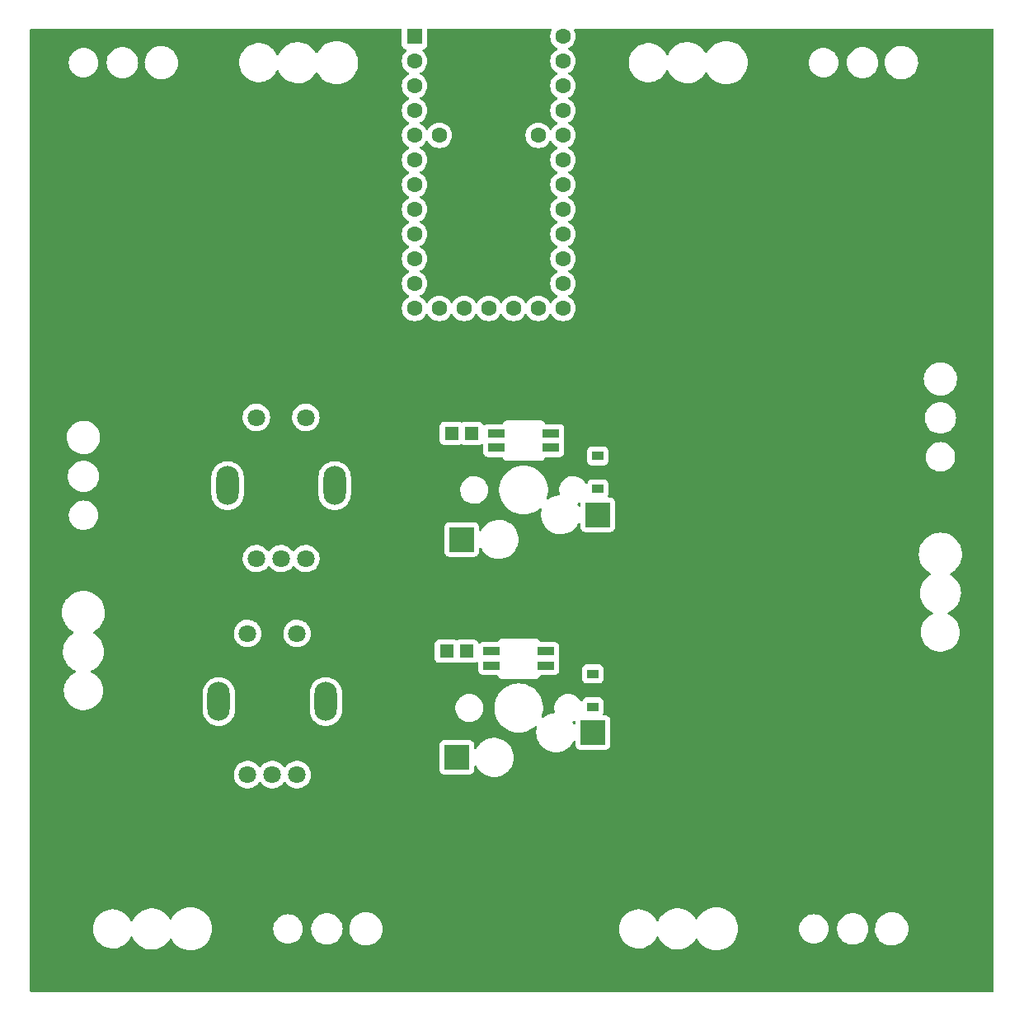
<source format=gbr>
G04 #@! TF.GenerationSoftware,KiCad,Pcbnew,(6.0.2)*
G04 #@! TF.CreationDate,2022-03-11T19:19:16+08:00*
G04 #@! TF.ProjectId,test,74657374-2e6b-4696-9361-645f70636258,rev?*
G04 #@! TF.SameCoordinates,Original*
G04 #@! TF.FileFunction,Copper,L2,Bot*
G04 #@! TF.FilePolarity,Positive*
%FSLAX46Y46*%
G04 Gerber Fmt 4.6, Leading zero omitted, Abs format (unit mm)*
G04 Created by KiCad (PCBNEW (6.0.2)) date 2022-03-11 19:19:16*
%MOMM*%
%LPD*%
G01*
G04 APERTURE LIST*
G04 #@! TA.AperFunction,ComponentPad*
%ADD10O,2.300000X4.000000*%
G04 #@! TD*
G04 #@! TA.AperFunction,ComponentPad*
%ADD11C,1.800000*%
G04 #@! TD*
G04 #@! TA.AperFunction,ComponentPad*
%ADD12R,1.600000X1.600000*%
G04 #@! TD*
G04 #@! TA.AperFunction,ComponentPad*
%ADD13C,1.600000*%
G04 #@! TD*
G04 #@! TA.AperFunction,SMDPad,CuDef*
%ADD14R,1.778000X0.889000*%
G04 #@! TD*
G04 #@! TA.AperFunction,SMDPad,CuDef*
%ADD15R,1.410000X1.350000*%
G04 #@! TD*
G04 #@! TA.AperFunction,SMDPad,CuDef*
%ADD16R,2.540000X2.540000*%
G04 #@! TD*
G04 #@! TA.AperFunction,SMDPad,CuDef*
%ADD17R,1.150000X0.950000*%
G04 #@! TD*
G04 APERTURE END LIST*
D10*
X30900000Y30350000D03*
X19900000Y30350000D03*
D11*
X22860000Y22850000D03*
X27940000Y22850000D03*
X25400000Y22850000D03*
X22860000Y37350000D03*
X27940000Y37350000D03*
D12*
X40000000Y98700000D03*
D13*
X40000000Y96160000D03*
X40000000Y93620000D03*
X40000000Y91080000D03*
X40000000Y88540000D03*
X40000000Y86000000D03*
X40000000Y83460000D03*
X40000000Y80920000D03*
X40000000Y78380000D03*
X40000000Y75840000D03*
X40000000Y73300000D03*
X40000000Y70760000D03*
X42540000Y70760000D03*
X45080000Y70760000D03*
X47620000Y70760000D03*
X50160000Y70760000D03*
X52700000Y70760000D03*
X55240000Y70760000D03*
X55240000Y73300000D03*
X55240000Y75840000D03*
X55240000Y78380000D03*
X55240000Y80920000D03*
X55240000Y83460000D03*
X55240000Y86000000D03*
X55240000Y88540000D03*
X55240000Y91080000D03*
X55240000Y93620000D03*
X55240000Y96160000D03*
X55240000Y98700000D03*
X42540000Y88540000D03*
X52700000Y88540000D03*
D10*
X31800000Y52550000D03*
X20800000Y52550000D03*
D11*
X23760000Y45050000D03*
X28840000Y45050000D03*
X26300000Y45050000D03*
X23760000Y59550000D03*
X28840000Y59550000D03*
D14*
X48429000Y57919000D03*
D15*
X45850000Y57919000D03*
D14*
X48429000Y56441000D03*
D16*
X44850000Y47020000D03*
D17*
X58820000Y55595000D03*
D14*
X53971000Y56441000D03*
D15*
X43790000Y57919000D03*
D14*
X53971000Y57919000D03*
D16*
X58820000Y49560000D03*
D17*
X58820000Y52211000D03*
D15*
X45350000Y35519000D03*
D14*
X47929000Y35519000D03*
X47929000Y34041000D03*
D16*
X44350000Y24620000D03*
D17*
X58320000Y33195000D03*
D14*
X53471000Y34041000D03*
D15*
X43290000Y35519000D03*
D14*
X53471000Y35519000D03*
D16*
X58320000Y27160000D03*
D17*
X58320000Y29811000D03*
G04 #@! TA.AperFunction,NonConductor*
G36*
X54035886Y99471998D02*
G01*
X54082379Y99418342D01*
X54092483Y99348068D01*
X54081960Y99312750D01*
X54005716Y99149243D01*
X53946457Y98928087D01*
X53926502Y98700000D01*
X53946457Y98471913D01*
X54005716Y98250757D01*
X54008039Y98245776D01*
X54008039Y98245775D01*
X54100151Y98048238D01*
X54100154Y98048233D01*
X54102477Y98043251D01*
X54175902Y97938389D01*
X54223617Y97870246D01*
X54233802Y97855700D01*
X54395700Y97693802D01*
X54400208Y97690645D01*
X54400211Y97690643D01*
X54441542Y97661703D01*
X54583251Y97562477D01*
X54588233Y97560154D01*
X54588238Y97560151D01*
X54622457Y97544195D01*
X54675742Y97497278D01*
X54695203Y97429001D01*
X54674661Y97361041D01*
X54622457Y97315805D01*
X54588238Y97299849D01*
X54588233Y97299846D01*
X54583251Y97297523D01*
X54481616Y97226357D01*
X54400211Y97169357D01*
X54400208Y97169355D01*
X54395700Y97166198D01*
X54233802Y97004300D01*
X54230645Y96999792D01*
X54230643Y96999789D01*
X54198385Y96953719D01*
X54102477Y96816749D01*
X54100154Y96811767D01*
X54100151Y96811762D01*
X54012046Y96622818D01*
X54005716Y96609243D01*
X54004294Y96603935D01*
X54004293Y96603933D01*
X53964697Y96456159D01*
X53946457Y96388087D01*
X53926502Y96160000D01*
X53946457Y95931913D01*
X53947881Y95926600D01*
X53947881Y95926598D01*
X54001933Y95724877D01*
X54005716Y95710757D01*
X54008039Y95705776D01*
X54008039Y95705775D01*
X54100151Y95508238D01*
X54100154Y95508233D01*
X54102477Y95503251D01*
X54233802Y95315700D01*
X54395700Y95153802D01*
X54400208Y95150645D01*
X54400211Y95150643D01*
X54457000Y95110879D01*
X54583251Y95022477D01*
X54588233Y95020154D01*
X54588238Y95020151D01*
X54622457Y95004195D01*
X54675742Y94957278D01*
X54695203Y94889001D01*
X54674661Y94821041D01*
X54622457Y94775805D01*
X54588238Y94759849D01*
X54588233Y94759846D01*
X54583251Y94757523D01*
X54567719Y94746647D01*
X54400211Y94629357D01*
X54400208Y94629355D01*
X54395700Y94626198D01*
X54233802Y94464300D01*
X54230645Y94459792D01*
X54230643Y94459789D01*
X54208192Y94427725D01*
X54102477Y94276749D01*
X54100154Y94271767D01*
X54100151Y94271762D01*
X54017295Y94094074D01*
X54005716Y94069243D01*
X54004294Y94063935D01*
X54004293Y94063933D01*
X53947881Y93853402D01*
X53946457Y93848087D01*
X53926502Y93620000D01*
X53946457Y93391913D01*
X54005716Y93170757D01*
X54008039Y93165776D01*
X54008039Y93165775D01*
X54100151Y92968238D01*
X54100154Y92968233D01*
X54102477Y92963251D01*
X54233802Y92775700D01*
X54395700Y92613802D01*
X54400208Y92610645D01*
X54400211Y92610643D01*
X54478389Y92555902D01*
X54583251Y92482477D01*
X54588233Y92480154D01*
X54588238Y92480151D01*
X54622457Y92464195D01*
X54675742Y92417278D01*
X54695203Y92349001D01*
X54674661Y92281041D01*
X54622457Y92235805D01*
X54588238Y92219849D01*
X54588233Y92219846D01*
X54583251Y92217523D01*
X54478389Y92144098D01*
X54400211Y92089357D01*
X54400208Y92089355D01*
X54395700Y92086198D01*
X54233802Y91924300D01*
X54102477Y91736749D01*
X54100154Y91731767D01*
X54100151Y91731762D01*
X54008039Y91534225D01*
X54005716Y91529243D01*
X53946457Y91308087D01*
X53926502Y91080000D01*
X53946457Y90851913D01*
X54005716Y90630757D01*
X54008039Y90625776D01*
X54008039Y90625775D01*
X54100151Y90428238D01*
X54100154Y90428233D01*
X54102477Y90423251D01*
X54233802Y90235700D01*
X54395700Y90073802D01*
X54400208Y90070645D01*
X54400211Y90070643D01*
X54478389Y90015902D01*
X54583251Y89942477D01*
X54588233Y89940154D01*
X54588238Y89940151D01*
X54622457Y89924195D01*
X54675742Y89877278D01*
X54695203Y89809001D01*
X54674661Y89741041D01*
X54622457Y89695805D01*
X54588238Y89679849D01*
X54588233Y89679846D01*
X54583251Y89677523D01*
X54478389Y89604098D01*
X54400211Y89549357D01*
X54400208Y89549355D01*
X54395700Y89546198D01*
X54233802Y89384300D01*
X54102477Y89196749D01*
X54100154Y89191767D01*
X54100151Y89191762D01*
X54084195Y89157543D01*
X54037278Y89104258D01*
X53969001Y89084797D01*
X53901041Y89105339D01*
X53855805Y89157543D01*
X53839849Y89191762D01*
X53839846Y89191767D01*
X53837523Y89196749D01*
X53706198Y89384300D01*
X53544300Y89546198D01*
X53539792Y89549355D01*
X53539789Y89549357D01*
X53461611Y89604098D01*
X53356749Y89677523D01*
X53351767Y89679846D01*
X53351762Y89679849D01*
X53154225Y89771961D01*
X53154224Y89771961D01*
X53149243Y89774284D01*
X53143935Y89775706D01*
X53143933Y89775707D01*
X52933402Y89832119D01*
X52933400Y89832119D01*
X52928087Y89833543D01*
X52700000Y89853498D01*
X52471913Y89833543D01*
X52466600Y89832119D01*
X52466598Y89832119D01*
X52256067Y89775707D01*
X52256065Y89775706D01*
X52250757Y89774284D01*
X52245776Y89771961D01*
X52245775Y89771961D01*
X52048238Y89679849D01*
X52048233Y89679846D01*
X52043251Y89677523D01*
X51938389Y89604098D01*
X51860211Y89549357D01*
X51860208Y89549355D01*
X51855700Y89546198D01*
X51693802Y89384300D01*
X51562477Y89196749D01*
X51560154Y89191767D01*
X51560151Y89191762D01*
X51544195Y89157543D01*
X51465716Y88989243D01*
X51406457Y88768087D01*
X51386502Y88540000D01*
X51406457Y88311913D01*
X51465716Y88090757D01*
X51468039Y88085776D01*
X51468039Y88085775D01*
X51560151Y87888238D01*
X51560154Y87888233D01*
X51562477Y87883251D01*
X51693802Y87695700D01*
X51855700Y87533802D01*
X51860208Y87530645D01*
X51860211Y87530643D01*
X51938389Y87475902D01*
X52043251Y87402477D01*
X52048233Y87400154D01*
X52048238Y87400151D01*
X52245775Y87308039D01*
X52250757Y87305716D01*
X52256065Y87304294D01*
X52256067Y87304293D01*
X52466598Y87247881D01*
X52466600Y87247881D01*
X52471913Y87246457D01*
X52700000Y87226502D01*
X52928087Y87246457D01*
X52933400Y87247881D01*
X52933402Y87247881D01*
X53143933Y87304293D01*
X53143935Y87304294D01*
X53149243Y87305716D01*
X53154225Y87308039D01*
X53351762Y87400151D01*
X53351767Y87400154D01*
X53356749Y87402477D01*
X53461611Y87475902D01*
X53539789Y87530643D01*
X53539792Y87530645D01*
X53544300Y87533802D01*
X53706198Y87695700D01*
X53837523Y87883251D01*
X53839846Y87888233D01*
X53839849Y87888238D01*
X53855805Y87922457D01*
X53902722Y87975742D01*
X53970999Y87995203D01*
X54038959Y87974661D01*
X54084195Y87922457D01*
X54100151Y87888238D01*
X54100154Y87888233D01*
X54102477Y87883251D01*
X54233802Y87695700D01*
X54395700Y87533802D01*
X54400208Y87530645D01*
X54400211Y87530643D01*
X54478389Y87475902D01*
X54583251Y87402477D01*
X54588233Y87400154D01*
X54588238Y87400151D01*
X54622457Y87384195D01*
X54675742Y87337278D01*
X54695203Y87269001D01*
X54674661Y87201041D01*
X54622457Y87155805D01*
X54588238Y87139849D01*
X54588233Y87139846D01*
X54583251Y87137523D01*
X54478389Y87064098D01*
X54400211Y87009357D01*
X54400208Y87009355D01*
X54395700Y87006198D01*
X54233802Y86844300D01*
X54102477Y86656749D01*
X54100154Y86651767D01*
X54100151Y86651762D01*
X54008039Y86454225D01*
X54005716Y86449243D01*
X53946457Y86228087D01*
X53926502Y86000000D01*
X53946457Y85771913D01*
X54005716Y85550757D01*
X54008039Y85545776D01*
X54008039Y85545775D01*
X54100151Y85348238D01*
X54100154Y85348233D01*
X54102477Y85343251D01*
X54233802Y85155700D01*
X54395700Y84993802D01*
X54400208Y84990645D01*
X54400211Y84990643D01*
X54478389Y84935902D01*
X54583251Y84862477D01*
X54588233Y84860154D01*
X54588238Y84860151D01*
X54622457Y84844195D01*
X54675742Y84797278D01*
X54695203Y84729001D01*
X54674661Y84661041D01*
X54622457Y84615805D01*
X54588238Y84599849D01*
X54588233Y84599846D01*
X54583251Y84597523D01*
X54478389Y84524098D01*
X54400211Y84469357D01*
X54400208Y84469355D01*
X54395700Y84466198D01*
X54233802Y84304300D01*
X54102477Y84116749D01*
X54100154Y84111767D01*
X54100151Y84111762D01*
X54008039Y83914225D01*
X54005716Y83909243D01*
X53946457Y83688087D01*
X53926502Y83460000D01*
X53946457Y83231913D01*
X54005716Y83010757D01*
X54008039Y83005776D01*
X54008039Y83005775D01*
X54100151Y82808238D01*
X54100154Y82808233D01*
X54102477Y82803251D01*
X54233802Y82615700D01*
X54395700Y82453802D01*
X54400208Y82450645D01*
X54400211Y82450643D01*
X54478389Y82395902D01*
X54583251Y82322477D01*
X54588233Y82320154D01*
X54588238Y82320151D01*
X54622457Y82304195D01*
X54675742Y82257278D01*
X54695203Y82189001D01*
X54674661Y82121041D01*
X54622457Y82075805D01*
X54588238Y82059849D01*
X54588233Y82059846D01*
X54583251Y82057523D01*
X54478389Y81984098D01*
X54400211Y81929357D01*
X54400208Y81929355D01*
X54395700Y81926198D01*
X54233802Y81764300D01*
X54102477Y81576749D01*
X54100154Y81571767D01*
X54100151Y81571762D01*
X54008039Y81374225D01*
X54005716Y81369243D01*
X53946457Y81148087D01*
X53926502Y80920000D01*
X53946457Y80691913D01*
X54005716Y80470757D01*
X54008039Y80465776D01*
X54008039Y80465775D01*
X54100151Y80268238D01*
X54100154Y80268233D01*
X54102477Y80263251D01*
X54233802Y80075700D01*
X54395700Y79913802D01*
X54400208Y79910645D01*
X54400211Y79910643D01*
X54478389Y79855902D01*
X54583251Y79782477D01*
X54588233Y79780154D01*
X54588238Y79780151D01*
X54622457Y79764195D01*
X54675742Y79717278D01*
X54695203Y79649001D01*
X54674661Y79581041D01*
X54622457Y79535805D01*
X54588238Y79519849D01*
X54588233Y79519846D01*
X54583251Y79517523D01*
X54478389Y79444098D01*
X54400211Y79389357D01*
X54400208Y79389355D01*
X54395700Y79386198D01*
X54233802Y79224300D01*
X54102477Y79036749D01*
X54100154Y79031767D01*
X54100151Y79031762D01*
X54008039Y78834225D01*
X54005716Y78829243D01*
X53946457Y78608087D01*
X53926502Y78380000D01*
X53946457Y78151913D01*
X54005716Y77930757D01*
X54008039Y77925776D01*
X54008039Y77925775D01*
X54100151Y77728238D01*
X54100154Y77728233D01*
X54102477Y77723251D01*
X54233802Y77535700D01*
X54395700Y77373802D01*
X54400208Y77370645D01*
X54400211Y77370643D01*
X54478389Y77315902D01*
X54583251Y77242477D01*
X54588233Y77240154D01*
X54588238Y77240151D01*
X54622457Y77224195D01*
X54675742Y77177278D01*
X54695203Y77109001D01*
X54674661Y77041041D01*
X54622457Y76995805D01*
X54588238Y76979849D01*
X54588233Y76979846D01*
X54583251Y76977523D01*
X54478389Y76904098D01*
X54400211Y76849357D01*
X54400208Y76849355D01*
X54395700Y76846198D01*
X54233802Y76684300D01*
X54102477Y76496749D01*
X54100154Y76491767D01*
X54100151Y76491762D01*
X54008039Y76294225D01*
X54005716Y76289243D01*
X53946457Y76068087D01*
X53926502Y75840000D01*
X53946457Y75611913D01*
X54005716Y75390757D01*
X54008039Y75385776D01*
X54008039Y75385775D01*
X54100151Y75188238D01*
X54100154Y75188233D01*
X54102477Y75183251D01*
X54233802Y74995700D01*
X54395700Y74833802D01*
X54400208Y74830645D01*
X54400211Y74830643D01*
X54478389Y74775902D01*
X54583251Y74702477D01*
X54588233Y74700154D01*
X54588238Y74700151D01*
X54622457Y74684195D01*
X54675742Y74637278D01*
X54695203Y74569001D01*
X54674661Y74501041D01*
X54622457Y74455805D01*
X54588238Y74439849D01*
X54588233Y74439846D01*
X54583251Y74437523D01*
X54478389Y74364098D01*
X54400211Y74309357D01*
X54400208Y74309355D01*
X54395700Y74306198D01*
X54233802Y74144300D01*
X54102477Y73956749D01*
X54100154Y73951767D01*
X54100151Y73951762D01*
X54008039Y73754225D01*
X54005716Y73749243D01*
X53946457Y73528087D01*
X53926502Y73300000D01*
X53946457Y73071913D01*
X54005716Y72850757D01*
X54008039Y72845776D01*
X54008039Y72845775D01*
X54100151Y72648238D01*
X54100154Y72648233D01*
X54102477Y72643251D01*
X54233802Y72455700D01*
X54395700Y72293802D01*
X54400208Y72290645D01*
X54400211Y72290643D01*
X54478389Y72235902D01*
X54583251Y72162477D01*
X54588233Y72160154D01*
X54588238Y72160151D01*
X54622457Y72144195D01*
X54675742Y72097278D01*
X54695203Y72029001D01*
X54674661Y71961041D01*
X54622457Y71915805D01*
X54588238Y71899849D01*
X54588233Y71899846D01*
X54583251Y71897523D01*
X54478389Y71824098D01*
X54400211Y71769357D01*
X54400208Y71769355D01*
X54395700Y71766198D01*
X54233802Y71604300D01*
X54102477Y71416749D01*
X54100154Y71411767D01*
X54100151Y71411762D01*
X54084195Y71377543D01*
X54037278Y71324258D01*
X53969001Y71304797D01*
X53901041Y71325339D01*
X53855805Y71377543D01*
X53839849Y71411762D01*
X53839846Y71411767D01*
X53837523Y71416749D01*
X53706198Y71604300D01*
X53544300Y71766198D01*
X53539792Y71769355D01*
X53539789Y71769357D01*
X53461611Y71824098D01*
X53356749Y71897523D01*
X53351767Y71899846D01*
X53351762Y71899849D01*
X53154225Y71991961D01*
X53154224Y71991961D01*
X53149243Y71994284D01*
X53143935Y71995706D01*
X53143933Y71995707D01*
X52933402Y72052119D01*
X52933400Y72052119D01*
X52928087Y72053543D01*
X52700000Y72073498D01*
X52471913Y72053543D01*
X52466600Y72052119D01*
X52466598Y72052119D01*
X52256067Y71995707D01*
X52256065Y71995706D01*
X52250757Y71994284D01*
X52245776Y71991961D01*
X52245775Y71991961D01*
X52048238Y71899849D01*
X52048233Y71899846D01*
X52043251Y71897523D01*
X51938389Y71824098D01*
X51860211Y71769357D01*
X51860208Y71769355D01*
X51855700Y71766198D01*
X51693802Y71604300D01*
X51562477Y71416749D01*
X51560154Y71411767D01*
X51560151Y71411762D01*
X51544195Y71377543D01*
X51497278Y71324258D01*
X51429001Y71304797D01*
X51361041Y71325339D01*
X51315805Y71377543D01*
X51299849Y71411762D01*
X51299846Y71411767D01*
X51297523Y71416749D01*
X51166198Y71604300D01*
X51004300Y71766198D01*
X50999792Y71769355D01*
X50999789Y71769357D01*
X50921611Y71824098D01*
X50816749Y71897523D01*
X50811767Y71899846D01*
X50811762Y71899849D01*
X50614225Y71991961D01*
X50614224Y71991961D01*
X50609243Y71994284D01*
X50603935Y71995706D01*
X50603933Y71995707D01*
X50393402Y72052119D01*
X50393400Y72052119D01*
X50388087Y72053543D01*
X50160000Y72073498D01*
X49931913Y72053543D01*
X49926600Y72052119D01*
X49926598Y72052119D01*
X49716067Y71995707D01*
X49716065Y71995706D01*
X49710757Y71994284D01*
X49705776Y71991961D01*
X49705775Y71991961D01*
X49508238Y71899849D01*
X49508233Y71899846D01*
X49503251Y71897523D01*
X49398389Y71824098D01*
X49320211Y71769357D01*
X49320208Y71769355D01*
X49315700Y71766198D01*
X49153802Y71604300D01*
X49022477Y71416749D01*
X49020154Y71411767D01*
X49020151Y71411762D01*
X49004195Y71377543D01*
X48957278Y71324258D01*
X48889001Y71304797D01*
X48821041Y71325339D01*
X48775805Y71377543D01*
X48759849Y71411762D01*
X48759846Y71411767D01*
X48757523Y71416749D01*
X48626198Y71604300D01*
X48464300Y71766198D01*
X48459792Y71769355D01*
X48459789Y71769357D01*
X48381611Y71824098D01*
X48276749Y71897523D01*
X48271767Y71899846D01*
X48271762Y71899849D01*
X48074225Y71991961D01*
X48074224Y71991961D01*
X48069243Y71994284D01*
X48063935Y71995706D01*
X48063933Y71995707D01*
X47853402Y72052119D01*
X47853400Y72052119D01*
X47848087Y72053543D01*
X47620000Y72073498D01*
X47391913Y72053543D01*
X47386600Y72052119D01*
X47386598Y72052119D01*
X47176067Y71995707D01*
X47176065Y71995706D01*
X47170757Y71994284D01*
X47165776Y71991961D01*
X47165775Y71991961D01*
X46968238Y71899849D01*
X46968233Y71899846D01*
X46963251Y71897523D01*
X46858389Y71824098D01*
X46780211Y71769357D01*
X46780208Y71769355D01*
X46775700Y71766198D01*
X46613802Y71604300D01*
X46482477Y71416749D01*
X46480154Y71411767D01*
X46480151Y71411762D01*
X46464195Y71377543D01*
X46417278Y71324258D01*
X46349001Y71304797D01*
X46281041Y71325339D01*
X46235805Y71377543D01*
X46219849Y71411762D01*
X46219846Y71411767D01*
X46217523Y71416749D01*
X46086198Y71604300D01*
X45924300Y71766198D01*
X45919792Y71769355D01*
X45919789Y71769357D01*
X45841611Y71824098D01*
X45736749Y71897523D01*
X45731767Y71899846D01*
X45731762Y71899849D01*
X45534225Y71991961D01*
X45534224Y71991961D01*
X45529243Y71994284D01*
X45523935Y71995706D01*
X45523933Y71995707D01*
X45313402Y72052119D01*
X45313400Y72052119D01*
X45308087Y72053543D01*
X45080000Y72073498D01*
X44851913Y72053543D01*
X44846600Y72052119D01*
X44846598Y72052119D01*
X44636067Y71995707D01*
X44636065Y71995706D01*
X44630757Y71994284D01*
X44625776Y71991961D01*
X44625775Y71991961D01*
X44428238Y71899849D01*
X44428233Y71899846D01*
X44423251Y71897523D01*
X44318389Y71824098D01*
X44240211Y71769357D01*
X44240208Y71769355D01*
X44235700Y71766198D01*
X44073802Y71604300D01*
X43942477Y71416749D01*
X43940154Y71411767D01*
X43940151Y71411762D01*
X43924195Y71377543D01*
X43877278Y71324258D01*
X43809001Y71304797D01*
X43741041Y71325339D01*
X43695805Y71377543D01*
X43679849Y71411762D01*
X43679846Y71411767D01*
X43677523Y71416749D01*
X43546198Y71604300D01*
X43384300Y71766198D01*
X43379792Y71769355D01*
X43379789Y71769357D01*
X43301611Y71824098D01*
X43196749Y71897523D01*
X43191767Y71899846D01*
X43191762Y71899849D01*
X42994225Y71991961D01*
X42994224Y71991961D01*
X42989243Y71994284D01*
X42983935Y71995706D01*
X42983933Y71995707D01*
X42773402Y72052119D01*
X42773400Y72052119D01*
X42768087Y72053543D01*
X42540000Y72073498D01*
X42311913Y72053543D01*
X42306600Y72052119D01*
X42306598Y72052119D01*
X42096067Y71995707D01*
X42096065Y71995706D01*
X42090757Y71994284D01*
X42085776Y71991961D01*
X42085775Y71991961D01*
X41888238Y71899849D01*
X41888233Y71899846D01*
X41883251Y71897523D01*
X41778389Y71824098D01*
X41700211Y71769357D01*
X41700208Y71769355D01*
X41695700Y71766198D01*
X41533802Y71604300D01*
X41402477Y71416749D01*
X41400154Y71411767D01*
X41400151Y71411762D01*
X41384195Y71377543D01*
X41337278Y71324258D01*
X41269001Y71304797D01*
X41201041Y71325339D01*
X41155805Y71377543D01*
X41139849Y71411762D01*
X41139846Y71411767D01*
X41137523Y71416749D01*
X41006198Y71604300D01*
X40844300Y71766198D01*
X40839792Y71769355D01*
X40839789Y71769357D01*
X40761611Y71824098D01*
X40656749Y71897523D01*
X40651767Y71899846D01*
X40651762Y71899849D01*
X40617543Y71915805D01*
X40564258Y71962722D01*
X40544797Y72030999D01*
X40565339Y72098959D01*
X40617543Y72144195D01*
X40651762Y72160151D01*
X40651767Y72160154D01*
X40656749Y72162477D01*
X40761611Y72235902D01*
X40839789Y72290643D01*
X40839792Y72290645D01*
X40844300Y72293802D01*
X41006198Y72455700D01*
X41137523Y72643251D01*
X41139846Y72648233D01*
X41139849Y72648238D01*
X41231961Y72845775D01*
X41231961Y72845776D01*
X41234284Y72850757D01*
X41293543Y73071913D01*
X41313498Y73300000D01*
X41293543Y73528087D01*
X41234284Y73749243D01*
X41231961Y73754225D01*
X41139849Y73951762D01*
X41139846Y73951767D01*
X41137523Y73956749D01*
X41006198Y74144300D01*
X40844300Y74306198D01*
X40839792Y74309355D01*
X40839789Y74309357D01*
X40761611Y74364098D01*
X40656749Y74437523D01*
X40651767Y74439846D01*
X40651762Y74439849D01*
X40617543Y74455805D01*
X40564258Y74502722D01*
X40544797Y74570999D01*
X40565339Y74638959D01*
X40617543Y74684195D01*
X40651762Y74700151D01*
X40651767Y74700154D01*
X40656749Y74702477D01*
X40761611Y74775902D01*
X40839789Y74830643D01*
X40839792Y74830645D01*
X40844300Y74833802D01*
X41006198Y74995700D01*
X41137523Y75183251D01*
X41139846Y75188233D01*
X41139849Y75188238D01*
X41231961Y75385775D01*
X41231961Y75385776D01*
X41234284Y75390757D01*
X41293543Y75611913D01*
X41313498Y75840000D01*
X41293543Y76068087D01*
X41234284Y76289243D01*
X41231961Y76294225D01*
X41139849Y76491762D01*
X41139846Y76491767D01*
X41137523Y76496749D01*
X41006198Y76684300D01*
X40844300Y76846198D01*
X40839792Y76849355D01*
X40839789Y76849357D01*
X40761611Y76904098D01*
X40656749Y76977523D01*
X40651767Y76979846D01*
X40651762Y76979849D01*
X40617543Y76995805D01*
X40564258Y77042722D01*
X40544797Y77110999D01*
X40565339Y77178959D01*
X40617543Y77224195D01*
X40651762Y77240151D01*
X40651767Y77240154D01*
X40656749Y77242477D01*
X40761611Y77315902D01*
X40839789Y77370643D01*
X40839792Y77370645D01*
X40844300Y77373802D01*
X41006198Y77535700D01*
X41137523Y77723251D01*
X41139846Y77728233D01*
X41139849Y77728238D01*
X41231961Y77925775D01*
X41231961Y77925776D01*
X41234284Y77930757D01*
X41293543Y78151913D01*
X41313498Y78380000D01*
X41293543Y78608087D01*
X41234284Y78829243D01*
X41231961Y78834225D01*
X41139849Y79031762D01*
X41139846Y79031767D01*
X41137523Y79036749D01*
X41006198Y79224300D01*
X40844300Y79386198D01*
X40839792Y79389355D01*
X40839789Y79389357D01*
X40761611Y79444098D01*
X40656749Y79517523D01*
X40651767Y79519846D01*
X40651762Y79519849D01*
X40617543Y79535805D01*
X40564258Y79582722D01*
X40544797Y79650999D01*
X40565339Y79718959D01*
X40617543Y79764195D01*
X40651762Y79780151D01*
X40651767Y79780154D01*
X40656749Y79782477D01*
X40761611Y79855902D01*
X40839789Y79910643D01*
X40839792Y79910645D01*
X40844300Y79913802D01*
X41006198Y80075700D01*
X41137523Y80263251D01*
X41139846Y80268233D01*
X41139849Y80268238D01*
X41231961Y80465775D01*
X41231961Y80465776D01*
X41234284Y80470757D01*
X41293543Y80691913D01*
X41313498Y80920000D01*
X41293543Y81148087D01*
X41234284Y81369243D01*
X41231961Y81374225D01*
X41139849Y81571762D01*
X41139846Y81571767D01*
X41137523Y81576749D01*
X41006198Y81764300D01*
X40844300Y81926198D01*
X40839792Y81929355D01*
X40839789Y81929357D01*
X40761611Y81984098D01*
X40656749Y82057523D01*
X40651767Y82059846D01*
X40651762Y82059849D01*
X40617543Y82075805D01*
X40564258Y82122722D01*
X40544797Y82190999D01*
X40565339Y82258959D01*
X40617543Y82304195D01*
X40651762Y82320151D01*
X40651767Y82320154D01*
X40656749Y82322477D01*
X40761611Y82395902D01*
X40839789Y82450643D01*
X40839792Y82450645D01*
X40844300Y82453802D01*
X41006198Y82615700D01*
X41137523Y82803251D01*
X41139846Y82808233D01*
X41139849Y82808238D01*
X41231961Y83005775D01*
X41231961Y83005776D01*
X41234284Y83010757D01*
X41293543Y83231913D01*
X41313498Y83460000D01*
X41293543Y83688087D01*
X41234284Y83909243D01*
X41231961Y83914225D01*
X41139849Y84111762D01*
X41139846Y84111767D01*
X41137523Y84116749D01*
X41006198Y84304300D01*
X40844300Y84466198D01*
X40839792Y84469355D01*
X40839789Y84469357D01*
X40761611Y84524098D01*
X40656749Y84597523D01*
X40651767Y84599846D01*
X40651762Y84599849D01*
X40617543Y84615805D01*
X40564258Y84662722D01*
X40544797Y84730999D01*
X40565339Y84798959D01*
X40617543Y84844195D01*
X40651762Y84860151D01*
X40651767Y84860154D01*
X40656749Y84862477D01*
X40761611Y84935902D01*
X40839789Y84990643D01*
X40839792Y84990645D01*
X40844300Y84993802D01*
X41006198Y85155700D01*
X41137523Y85343251D01*
X41139846Y85348233D01*
X41139849Y85348238D01*
X41231961Y85545775D01*
X41231961Y85545776D01*
X41234284Y85550757D01*
X41293543Y85771913D01*
X41313498Y86000000D01*
X41293543Y86228087D01*
X41234284Y86449243D01*
X41231961Y86454225D01*
X41139849Y86651762D01*
X41139846Y86651767D01*
X41137523Y86656749D01*
X41006198Y86844300D01*
X40844300Y87006198D01*
X40839792Y87009355D01*
X40839789Y87009357D01*
X40761611Y87064098D01*
X40656749Y87137523D01*
X40651767Y87139846D01*
X40651762Y87139849D01*
X40617543Y87155805D01*
X40564258Y87202722D01*
X40544797Y87270999D01*
X40565339Y87338959D01*
X40617543Y87384195D01*
X40651762Y87400151D01*
X40651767Y87400154D01*
X40656749Y87402477D01*
X40761611Y87475902D01*
X40839789Y87530643D01*
X40839792Y87530645D01*
X40844300Y87533802D01*
X41006198Y87695700D01*
X41137523Y87883251D01*
X41139846Y87888233D01*
X41139849Y87888238D01*
X41155805Y87922457D01*
X41202722Y87975742D01*
X41270999Y87995203D01*
X41338959Y87974661D01*
X41384195Y87922457D01*
X41400151Y87888238D01*
X41400154Y87888233D01*
X41402477Y87883251D01*
X41533802Y87695700D01*
X41695700Y87533802D01*
X41700208Y87530645D01*
X41700211Y87530643D01*
X41778389Y87475902D01*
X41883251Y87402477D01*
X41888233Y87400154D01*
X41888238Y87400151D01*
X42085775Y87308039D01*
X42090757Y87305716D01*
X42096065Y87304294D01*
X42096067Y87304293D01*
X42306598Y87247881D01*
X42306600Y87247881D01*
X42311913Y87246457D01*
X42540000Y87226502D01*
X42768087Y87246457D01*
X42773400Y87247881D01*
X42773402Y87247881D01*
X42983933Y87304293D01*
X42983935Y87304294D01*
X42989243Y87305716D01*
X42994225Y87308039D01*
X43191762Y87400151D01*
X43191767Y87400154D01*
X43196749Y87402477D01*
X43301611Y87475902D01*
X43379789Y87530643D01*
X43379792Y87530645D01*
X43384300Y87533802D01*
X43546198Y87695700D01*
X43677523Y87883251D01*
X43679846Y87888233D01*
X43679849Y87888238D01*
X43771961Y88085775D01*
X43771961Y88085776D01*
X43774284Y88090757D01*
X43833543Y88311913D01*
X43853498Y88540000D01*
X43833543Y88768087D01*
X43774284Y88989243D01*
X43695805Y89157543D01*
X43679849Y89191762D01*
X43679846Y89191767D01*
X43677523Y89196749D01*
X43546198Y89384300D01*
X43384300Y89546198D01*
X43379792Y89549355D01*
X43379789Y89549357D01*
X43301611Y89604098D01*
X43196749Y89677523D01*
X43191767Y89679846D01*
X43191762Y89679849D01*
X42994225Y89771961D01*
X42994224Y89771961D01*
X42989243Y89774284D01*
X42983935Y89775706D01*
X42983933Y89775707D01*
X42773402Y89832119D01*
X42773400Y89832119D01*
X42768087Y89833543D01*
X42540000Y89853498D01*
X42311913Y89833543D01*
X42306600Y89832119D01*
X42306598Y89832119D01*
X42096067Y89775707D01*
X42096065Y89775706D01*
X42090757Y89774284D01*
X42085776Y89771961D01*
X42085775Y89771961D01*
X41888238Y89679849D01*
X41888233Y89679846D01*
X41883251Y89677523D01*
X41778389Y89604098D01*
X41700211Y89549357D01*
X41700208Y89549355D01*
X41695700Y89546198D01*
X41533802Y89384300D01*
X41402477Y89196749D01*
X41400154Y89191767D01*
X41400151Y89191762D01*
X41384195Y89157543D01*
X41337278Y89104258D01*
X41269001Y89084797D01*
X41201041Y89105339D01*
X41155805Y89157543D01*
X41139849Y89191762D01*
X41139846Y89191767D01*
X41137523Y89196749D01*
X41006198Y89384300D01*
X40844300Y89546198D01*
X40839792Y89549355D01*
X40839789Y89549357D01*
X40761611Y89604098D01*
X40656749Y89677523D01*
X40651767Y89679846D01*
X40651762Y89679849D01*
X40617543Y89695805D01*
X40564258Y89742722D01*
X40544797Y89810999D01*
X40565339Y89878959D01*
X40617543Y89924195D01*
X40651762Y89940151D01*
X40651767Y89940154D01*
X40656749Y89942477D01*
X40761611Y90015902D01*
X40839789Y90070643D01*
X40839792Y90070645D01*
X40844300Y90073802D01*
X41006198Y90235700D01*
X41137523Y90423251D01*
X41139846Y90428233D01*
X41139849Y90428238D01*
X41231961Y90625775D01*
X41231961Y90625776D01*
X41234284Y90630757D01*
X41293543Y90851913D01*
X41313498Y91080000D01*
X41293543Y91308087D01*
X41234284Y91529243D01*
X41231961Y91534225D01*
X41139849Y91731762D01*
X41139846Y91731767D01*
X41137523Y91736749D01*
X41006198Y91924300D01*
X40844300Y92086198D01*
X40839792Y92089355D01*
X40839789Y92089357D01*
X40761611Y92144098D01*
X40656749Y92217523D01*
X40651767Y92219846D01*
X40651762Y92219849D01*
X40617543Y92235805D01*
X40564258Y92282722D01*
X40544797Y92350999D01*
X40565339Y92418959D01*
X40617543Y92464195D01*
X40651762Y92480151D01*
X40651767Y92480154D01*
X40656749Y92482477D01*
X40761611Y92555902D01*
X40839789Y92610643D01*
X40839792Y92610645D01*
X40844300Y92613802D01*
X41006198Y92775700D01*
X41137523Y92963251D01*
X41139846Y92968233D01*
X41139849Y92968238D01*
X41231961Y93165775D01*
X41231961Y93165776D01*
X41234284Y93170757D01*
X41293543Y93391913D01*
X41313498Y93620000D01*
X41293543Y93848087D01*
X41292119Y93853402D01*
X41235707Y94063933D01*
X41235706Y94063935D01*
X41234284Y94069243D01*
X41222705Y94094074D01*
X41139849Y94271762D01*
X41139846Y94271767D01*
X41137523Y94276749D01*
X41031808Y94427725D01*
X41009357Y94459789D01*
X41009355Y94459792D01*
X41006198Y94464300D01*
X40844300Y94626198D01*
X40839792Y94629355D01*
X40839789Y94629357D01*
X40672281Y94746647D01*
X40656749Y94757523D01*
X40651767Y94759846D01*
X40651762Y94759849D01*
X40617543Y94775805D01*
X40564258Y94822722D01*
X40544797Y94890999D01*
X40565339Y94958959D01*
X40617543Y95004195D01*
X40651762Y95020151D01*
X40651767Y95020154D01*
X40656749Y95022477D01*
X40783000Y95110879D01*
X40839789Y95150643D01*
X40839792Y95150645D01*
X40844300Y95153802D01*
X41006198Y95315700D01*
X41137523Y95503251D01*
X41139846Y95508233D01*
X41139849Y95508238D01*
X41231961Y95705775D01*
X41231961Y95705776D01*
X41234284Y95710757D01*
X41238068Y95724877D01*
X41292119Y95926598D01*
X41292119Y95926600D01*
X41293543Y95931913D01*
X41313498Y96160000D01*
X41293543Y96388087D01*
X41275303Y96456159D01*
X41235707Y96603933D01*
X41235706Y96603935D01*
X41234284Y96609243D01*
X41227954Y96622818D01*
X41139849Y96811762D01*
X41139846Y96811767D01*
X41137523Y96816749D01*
X41041615Y96953719D01*
X41009357Y96999789D01*
X41009355Y96999792D01*
X41006198Y97004300D01*
X40844300Y97166198D01*
X40839789Y97169357D01*
X40835576Y97172892D01*
X40836527Y97174026D01*
X40796529Y97224071D01*
X40789224Y97294690D01*
X40821258Y97358049D01*
X40882462Y97394030D01*
X40899517Y97397082D01*
X40910316Y97398255D01*
X41046705Y97449385D01*
X41163261Y97536739D01*
X41250615Y97653295D01*
X41301745Y97789684D01*
X41308500Y97851866D01*
X41308500Y99366000D01*
X41328502Y99434121D01*
X41382158Y99480614D01*
X41434500Y99492000D01*
X53967765Y99492000D01*
X54035886Y99471998D01*
G37*
G04 #@! TD.AperFunction*
G04 #@! TA.AperFunction,NonConductor*
G36*
X56999735Y50769402D02*
G01*
X57037023Y50708986D01*
X57041500Y50675698D01*
X57041500Y50522309D01*
X57021498Y50454188D01*
X56967842Y50407695D01*
X56897568Y50397591D01*
X56832988Y50427085D01*
X56802252Y50467074D01*
X56788644Y50494974D01*
X56753660Y50566702D01*
X56746572Y50577211D01*
X56725064Y50644871D01*
X56743550Y50713418D01*
X56800789Y50763215D01*
X56815018Y50769402D01*
X56865258Y50791247D01*
X56935703Y50800068D01*
X56999735Y50769402D01*
G37*
G04 #@! TD.AperFunction*
G04 #@! TA.AperFunction,NonConductor*
G36*
X56499735Y28369402D02*
G01*
X56537023Y28308986D01*
X56541500Y28275698D01*
X56541500Y28122309D01*
X56521498Y28054188D01*
X56467842Y28007695D01*
X56397568Y27997591D01*
X56332988Y28027085D01*
X56302252Y28067074D01*
X56288644Y28094974D01*
X56253660Y28166702D01*
X56246572Y28177211D01*
X56225064Y28244871D01*
X56243550Y28313418D01*
X56300789Y28363215D01*
X56315018Y28369402D01*
X56365258Y28391247D01*
X56435703Y28400068D01*
X56499735Y28369402D01*
G37*
G04 #@! TD.AperFunction*
G04 #@! TA.AperFunction,NonConductor*
G36*
X38633621Y99471998D02*
G01*
X38680114Y99418342D01*
X38691500Y99366000D01*
X38691500Y97851866D01*
X38698255Y97789684D01*
X38749385Y97653295D01*
X38836739Y97536739D01*
X38953295Y97449385D01*
X39089684Y97398255D01*
X39100474Y97397083D01*
X39102606Y97396197D01*
X39105222Y97395575D01*
X39105121Y97395152D01*
X39166035Y97369845D01*
X39206463Y97311483D01*
X39208922Y97240529D01*
X39172629Y97179510D01*
X39163969Y97172511D01*
X39160207Y97169354D01*
X39155700Y97166198D01*
X38993802Y97004300D01*
X38990645Y96999792D01*
X38990643Y96999789D01*
X38958385Y96953719D01*
X38862477Y96816749D01*
X38860154Y96811767D01*
X38860151Y96811762D01*
X38772046Y96622818D01*
X38765716Y96609243D01*
X38764294Y96603935D01*
X38764293Y96603933D01*
X38724697Y96456159D01*
X38706457Y96388087D01*
X38686502Y96160000D01*
X38706457Y95931913D01*
X38707881Y95926600D01*
X38707881Y95926598D01*
X38761933Y95724877D01*
X38765716Y95710757D01*
X38768039Y95705776D01*
X38768039Y95705775D01*
X38860151Y95508238D01*
X38860154Y95508233D01*
X38862477Y95503251D01*
X38993802Y95315700D01*
X39155700Y95153802D01*
X39160208Y95150645D01*
X39160211Y95150643D01*
X39217000Y95110879D01*
X39343251Y95022477D01*
X39348233Y95020154D01*
X39348238Y95020151D01*
X39382457Y95004195D01*
X39435742Y94957278D01*
X39455203Y94889001D01*
X39434661Y94821041D01*
X39382457Y94775805D01*
X39348238Y94759849D01*
X39348233Y94759846D01*
X39343251Y94757523D01*
X39327719Y94746647D01*
X39160211Y94629357D01*
X39160208Y94629355D01*
X39155700Y94626198D01*
X38993802Y94464300D01*
X38990645Y94459792D01*
X38990643Y94459789D01*
X38968192Y94427725D01*
X38862477Y94276749D01*
X38860154Y94271767D01*
X38860151Y94271762D01*
X38777295Y94094074D01*
X38765716Y94069243D01*
X38764294Y94063935D01*
X38764293Y94063933D01*
X38707881Y93853402D01*
X38706457Y93848087D01*
X38686502Y93620000D01*
X38706457Y93391913D01*
X38765716Y93170757D01*
X38768039Y93165776D01*
X38768039Y93165775D01*
X38860151Y92968238D01*
X38860154Y92968233D01*
X38862477Y92963251D01*
X38993802Y92775700D01*
X39155700Y92613802D01*
X39160208Y92610645D01*
X39160211Y92610643D01*
X39238389Y92555902D01*
X39343251Y92482477D01*
X39348233Y92480154D01*
X39348238Y92480151D01*
X39382457Y92464195D01*
X39435742Y92417278D01*
X39455203Y92349001D01*
X39434661Y92281041D01*
X39382457Y92235805D01*
X39348238Y92219849D01*
X39348233Y92219846D01*
X39343251Y92217523D01*
X39238389Y92144098D01*
X39160211Y92089357D01*
X39160208Y92089355D01*
X39155700Y92086198D01*
X38993802Y91924300D01*
X38862477Y91736749D01*
X38860154Y91731767D01*
X38860151Y91731762D01*
X38768039Y91534225D01*
X38765716Y91529243D01*
X38706457Y91308087D01*
X38686502Y91080000D01*
X38706457Y90851913D01*
X38765716Y90630757D01*
X38768039Y90625776D01*
X38768039Y90625775D01*
X38860151Y90428238D01*
X38860154Y90428233D01*
X38862477Y90423251D01*
X38993802Y90235700D01*
X39155700Y90073802D01*
X39160208Y90070645D01*
X39160211Y90070643D01*
X39238389Y90015902D01*
X39343251Y89942477D01*
X39348233Y89940154D01*
X39348238Y89940151D01*
X39382457Y89924195D01*
X39435742Y89877278D01*
X39455203Y89809001D01*
X39434661Y89741041D01*
X39382457Y89695805D01*
X39348238Y89679849D01*
X39348233Y89679846D01*
X39343251Y89677523D01*
X39238389Y89604098D01*
X39160211Y89549357D01*
X39160208Y89549355D01*
X39155700Y89546198D01*
X38993802Y89384300D01*
X38862477Y89196749D01*
X38860154Y89191767D01*
X38860151Y89191762D01*
X38844195Y89157543D01*
X38765716Y88989243D01*
X38706457Y88768087D01*
X38686502Y88540000D01*
X38706457Y88311913D01*
X38765716Y88090757D01*
X38768039Y88085776D01*
X38768039Y88085775D01*
X38860151Y87888238D01*
X38860154Y87888233D01*
X38862477Y87883251D01*
X38993802Y87695700D01*
X39155700Y87533802D01*
X39160208Y87530645D01*
X39160211Y87530643D01*
X39238389Y87475902D01*
X39343251Y87402477D01*
X39348233Y87400154D01*
X39348238Y87400151D01*
X39382457Y87384195D01*
X39435742Y87337278D01*
X39455203Y87269001D01*
X39434661Y87201041D01*
X39382457Y87155805D01*
X39348238Y87139849D01*
X39348233Y87139846D01*
X39343251Y87137523D01*
X39238389Y87064098D01*
X39160211Y87009357D01*
X39160208Y87009355D01*
X39155700Y87006198D01*
X38993802Y86844300D01*
X38862477Y86656749D01*
X38860154Y86651767D01*
X38860151Y86651762D01*
X38768039Y86454225D01*
X38765716Y86449243D01*
X38706457Y86228087D01*
X38686502Y86000000D01*
X38706457Y85771913D01*
X38765716Y85550757D01*
X38768039Y85545776D01*
X38768039Y85545775D01*
X38860151Y85348238D01*
X38860154Y85348233D01*
X38862477Y85343251D01*
X38993802Y85155700D01*
X39155700Y84993802D01*
X39160208Y84990645D01*
X39160211Y84990643D01*
X39238389Y84935902D01*
X39343251Y84862477D01*
X39348233Y84860154D01*
X39348238Y84860151D01*
X39382457Y84844195D01*
X39435742Y84797278D01*
X39455203Y84729001D01*
X39434661Y84661041D01*
X39382457Y84615805D01*
X39348238Y84599849D01*
X39348233Y84599846D01*
X39343251Y84597523D01*
X39238389Y84524098D01*
X39160211Y84469357D01*
X39160208Y84469355D01*
X39155700Y84466198D01*
X38993802Y84304300D01*
X38862477Y84116749D01*
X38860154Y84111767D01*
X38860151Y84111762D01*
X38768039Y83914225D01*
X38765716Y83909243D01*
X38706457Y83688087D01*
X38686502Y83460000D01*
X38706457Y83231913D01*
X38765716Y83010757D01*
X38768039Y83005776D01*
X38768039Y83005775D01*
X38860151Y82808238D01*
X38860154Y82808233D01*
X38862477Y82803251D01*
X38993802Y82615700D01*
X39155700Y82453802D01*
X39160208Y82450645D01*
X39160211Y82450643D01*
X39238389Y82395902D01*
X39343251Y82322477D01*
X39348233Y82320154D01*
X39348238Y82320151D01*
X39382457Y82304195D01*
X39435742Y82257278D01*
X39455203Y82189001D01*
X39434661Y82121041D01*
X39382457Y82075805D01*
X39348238Y82059849D01*
X39348233Y82059846D01*
X39343251Y82057523D01*
X39238389Y81984098D01*
X39160211Y81929357D01*
X39160208Y81929355D01*
X39155700Y81926198D01*
X38993802Y81764300D01*
X38862477Y81576749D01*
X38860154Y81571767D01*
X38860151Y81571762D01*
X38768039Y81374225D01*
X38765716Y81369243D01*
X38706457Y81148087D01*
X38686502Y80920000D01*
X38706457Y80691913D01*
X38765716Y80470757D01*
X38768039Y80465776D01*
X38768039Y80465775D01*
X38860151Y80268238D01*
X38860154Y80268233D01*
X38862477Y80263251D01*
X38993802Y80075700D01*
X39155700Y79913802D01*
X39160208Y79910645D01*
X39160211Y79910643D01*
X39238389Y79855902D01*
X39343251Y79782477D01*
X39348233Y79780154D01*
X39348238Y79780151D01*
X39382457Y79764195D01*
X39435742Y79717278D01*
X39455203Y79649001D01*
X39434661Y79581041D01*
X39382457Y79535805D01*
X39348238Y79519849D01*
X39348233Y79519846D01*
X39343251Y79517523D01*
X39238389Y79444098D01*
X39160211Y79389357D01*
X39160208Y79389355D01*
X39155700Y79386198D01*
X38993802Y79224300D01*
X38862477Y79036749D01*
X38860154Y79031767D01*
X38860151Y79031762D01*
X38768039Y78834225D01*
X38765716Y78829243D01*
X38706457Y78608087D01*
X38686502Y78380000D01*
X38706457Y78151913D01*
X38765716Y77930757D01*
X38768039Y77925776D01*
X38768039Y77925775D01*
X38860151Y77728238D01*
X38860154Y77728233D01*
X38862477Y77723251D01*
X38993802Y77535700D01*
X39155700Y77373802D01*
X39160208Y77370645D01*
X39160211Y77370643D01*
X39238389Y77315902D01*
X39343251Y77242477D01*
X39348233Y77240154D01*
X39348238Y77240151D01*
X39382457Y77224195D01*
X39435742Y77177278D01*
X39455203Y77109001D01*
X39434661Y77041041D01*
X39382457Y76995805D01*
X39348238Y76979849D01*
X39348233Y76979846D01*
X39343251Y76977523D01*
X39238389Y76904098D01*
X39160211Y76849357D01*
X39160208Y76849355D01*
X39155700Y76846198D01*
X38993802Y76684300D01*
X38862477Y76496749D01*
X38860154Y76491767D01*
X38860151Y76491762D01*
X38768039Y76294225D01*
X38765716Y76289243D01*
X38706457Y76068087D01*
X38686502Y75840000D01*
X38706457Y75611913D01*
X38765716Y75390757D01*
X38768039Y75385776D01*
X38768039Y75385775D01*
X38860151Y75188238D01*
X38860154Y75188233D01*
X38862477Y75183251D01*
X38993802Y74995700D01*
X39155700Y74833802D01*
X39160208Y74830645D01*
X39160211Y74830643D01*
X39238389Y74775902D01*
X39343251Y74702477D01*
X39348233Y74700154D01*
X39348238Y74700151D01*
X39382457Y74684195D01*
X39435742Y74637278D01*
X39455203Y74569001D01*
X39434661Y74501041D01*
X39382457Y74455805D01*
X39348238Y74439849D01*
X39348233Y74439846D01*
X39343251Y74437523D01*
X39238389Y74364098D01*
X39160211Y74309357D01*
X39160208Y74309355D01*
X39155700Y74306198D01*
X38993802Y74144300D01*
X38862477Y73956749D01*
X38860154Y73951767D01*
X38860151Y73951762D01*
X38768039Y73754225D01*
X38765716Y73749243D01*
X38706457Y73528087D01*
X38686502Y73300000D01*
X38706457Y73071913D01*
X38765716Y72850757D01*
X38768039Y72845776D01*
X38768039Y72845775D01*
X38860151Y72648238D01*
X38860154Y72648233D01*
X38862477Y72643251D01*
X38993802Y72455700D01*
X39155700Y72293802D01*
X39160208Y72290645D01*
X39160211Y72290643D01*
X39238389Y72235902D01*
X39343251Y72162477D01*
X39348233Y72160154D01*
X39348238Y72160151D01*
X39382457Y72144195D01*
X39435742Y72097278D01*
X39455203Y72029001D01*
X39434661Y71961041D01*
X39382457Y71915805D01*
X39348238Y71899849D01*
X39348233Y71899846D01*
X39343251Y71897523D01*
X39238389Y71824098D01*
X39160211Y71769357D01*
X39160208Y71769355D01*
X39155700Y71766198D01*
X38993802Y71604300D01*
X38862477Y71416749D01*
X38860154Y71411767D01*
X38860151Y71411762D01*
X38844195Y71377543D01*
X38765716Y71209243D01*
X38706457Y70988087D01*
X38686502Y70760000D01*
X38706457Y70531913D01*
X38765716Y70310757D01*
X38768039Y70305776D01*
X38768039Y70305775D01*
X38860151Y70108238D01*
X38860154Y70108233D01*
X38862477Y70103251D01*
X38993802Y69915700D01*
X39155700Y69753802D01*
X39160208Y69750645D01*
X39160211Y69750643D01*
X39238389Y69695902D01*
X39343251Y69622477D01*
X39348233Y69620154D01*
X39348238Y69620151D01*
X39545775Y69528039D01*
X39550757Y69525716D01*
X39556065Y69524294D01*
X39556067Y69524293D01*
X39766598Y69467881D01*
X39766600Y69467881D01*
X39771913Y69466457D01*
X40000000Y69446502D01*
X40228087Y69466457D01*
X40233400Y69467881D01*
X40233402Y69467881D01*
X40443933Y69524293D01*
X40443935Y69524294D01*
X40449243Y69525716D01*
X40454225Y69528039D01*
X40651762Y69620151D01*
X40651767Y69620154D01*
X40656749Y69622477D01*
X40761611Y69695902D01*
X40839789Y69750643D01*
X40839792Y69750645D01*
X40844300Y69753802D01*
X41006198Y69915700D01*
X41137523Y70103251D01*
X41139846Y70108233D01*
X41139849Y70108238D01*
X41155805Y70142457D01*
X41202722Y70195742D01*
X41270999Y70215203D01*
X41338959Y70194661D01*
X41384195Y70142457D01*
X41400151Y70108238D01*
X41400154Y70108233D01*
X41402477Y70103251D01*
X41533802Y69915700D01*
X41695700Y69753802D01*
X41700208Y69750645D01*
X41700211Y69750643D01*
X41778389Y69695902D01*
X41883251Y69622477D01*
X41888233Y69620154D01*
X41888238Y69620151D01*
X42085775Y69528039D01*
X42090757Y69525716D01*
X42096065Y69524294D01*
X42096067Y69524293D01*
X42306598Y69467881D01*
X42306600Y69467881D01*
X42311913Y69466457D01*
X42540000Y69446502D01*
X42768087Y69466457D01*
X42773400Y69467881D01*
X42773402Y69467881D01*
X42983933Y69524293D01*
X42983935Y69524294D01*
X42989243Y69525716D01*
X42994225Y69528039D01*
X43191762Y69620151D01*
X43191767Y69620154D01*
X43196749Y69622477D01*
X43301611Y69695902D01*
X43379789Y69750643D01*
X43379792Y69750645D01*
X43384300Y69753802D01*
X43546198Y69915700D01*
X43677523Y70103251D01*
X43679846Y70108233D01*
X43679849Y70108238D01*
X43695805Y70142457D01*
X43742722Y70195742D01*
X43810999Y70215203D01*
X43878959Y70194661D01*
X43924195Y70142457D01*
X43940151Y70108238D01*
X43940154Y70108233D01*
X43942477Y70103251D01*
X44073802Y69915700D01*
X44235700Y69753802D01*
X44240208Y69750645D01*
X44240211Y69750643D01*
X44318389Y69695902D01*
X44423251Y69622477D01*
X44428233Y69620154D01*
X44428238Y69620151D01*
X44625775Y69528039D01*
X44630757Y69525716D01*
X44636065Y69524294D01*
X44636067Y69524293D01*
X44846598Y69467881D01*
X44846600Y69467881D01*
X44851913Y69466457D01*
X45080000Y69446502D01*
X45308087Y69466457D01*
X45313400Y69467881D01*
X45313402Y69467881D01*
X45523933Y69524293D01*
X45523935Y69524294D01*
X45529243Y69525716D01*
X45534225Y69528039D01*
X45731762Y69620151D01*
X45731767Y69620154D01*
X45736749Y69622477D01*
X45841611Y69695902D01*
X45919789Y69750643D01*
X45919792Y69750645D01*
X45924300Y69753802D01*
X46086198Y69915700D01*
X46217523Y70103251D01*
X46219846Y70108233D01*
X46219849Y70108238D01*
X46235805Y70142457D01*
X46282722Y70195742D01*
X46350999Y70215203D01*
X46418959Y70194661D01*
X46464195Y70142457D01*
X46480151Y70108238D01*
X46480154Y70108233D01*
X46482477Y70103251D01*
X46613802Y69915700D01*
X46775700Y69753802D01*
X46780208Y69750645D01*
X46780211Y69750643D01*
X46858389Y69695902D01*
X46963251Y69622477D01*
X46968233Y69620154D01*
X46968238Y69620151D01*
X47165775Y69528039D01*
X47170757Y69525716D01*
X47176065Y69524294D01*
X47176067Y69524293D01*
X47386598Y69467881D01*
X47386600Y69467881D01*
X47391913Y69466457D01*
X47620000Y69446502D01*
X47848087Y69466457D01*
X47853400Y69467881D01*
X47853402Y69467881D01*
X48063933Y69524293D01*
X48063935Y69524294D01*
X48069243Y69525716D01*
X48074225Y69528039D01*
X48271762Y69620151D01*
X48271767Y69620154D01*
X48276749Y69622477D01*
X48381611Y69695902D01*
X48459789Y69750643D01*
X48459792Y69750645D01*
X48464300Y69753802D01*
X48626198Y69915700D01*
X48757523Y70103251D01*
X48759846Y70108233D01*
X48759849Y70108238D01*
X48775805Y70142457D01*
X48822722Y70195742D01*
X48890999Y70215203D01*
X48958959Y70194661D01*
X49004195Y70142457D01*
X49020151Y70108238D01*
X49020154Y70108233D01*
X49022477Y70103251D01*
X49153802Y69915700D01*
X49315700Y69753802D01*
X49320208Y69750645D01*
X49320211Y69750643D01*
X49398389Y69695902D01*
X49503251Y69622477D01*
X49508233Y69620154D01*
X49508238Y69620151D01*
X49705775Y69528039D01*
X49710757Y69525716D01*
X49716065Y69524294D01*
X49716067Y69524293D01*
X49926598Y69467881D01*
X49926600Y69467881D01*
X49931913Y69466457D01*
X50160000Y69446502D01*
X50388087Y69466457D01*
X50393400Y69467881D01*
X50393402Y69467881D01*
X50603933Y69524293D01*
X50603935Y69524294D01*
X50609243Y69525716D01*
X50614225Y69528039D01*
X50811762Y69620151D01*
X50811767Y69620154D01*
X50816749Y69622477D01*
X50921611Y69695902D01*
X50999789Y69750643D01*
X50999792Y69750645D01*
X51004300Y69753802D01*
X51166198Y69915700D01*
X51297523Y70103251D01*
X51299846Y70108233D01*
X51299849Y70108238D01*
X51315805Y70142457D01*
X51362722Y70195742D01*
X51430999Y70215203D01*
X51498959Y70194661D01*
X51544195Y70142457D01*
X51560151Y70108238D01*
X51560154Y70108233D01*
X51562477Y70103251D01*
X51693802Y69915700D01*
X51855700Y69753802D01*
X51860208Y69750645D01*
X51860211Y69750643D01*
X51938389Y69695902D01*
X52043251Y69622477D01*
X52048233Y69620154D01*
X52048238Y69620151D01*
X52245775Y69528039D01*
X52250757Y69525716D01*
X52256065Y69524294D01*
X52256067Y69524293D01*
X52466598Y69467881D01*
X52466600Y69467881D01*
X52471913Y69466457D01*
X52700000Y69446502D01*
X52928087Y69466457D01*
X52933400Y69467881D01*
X52933402Y69467881D01*
X53143933Y69524293D01*
X53143935Y69524294D01*
X53149243Y69525716D01*
X53154225Y69528039D01*
X53351762Y69620151D01*
X53351767Y69620154D01*
X53356749Y69622477D01*
X53461611Y69695902D01*
X53539789Y69750643D01*
X53539792Y69750645D01*
X53544300Y69753802D01*
X53706198Y69915700D01*
X53837523Y70103251D01*
X53839846Y70108233D01*
X53839849Y70108238D01*
X53855805Y70142457D01*
X53902722Y70195742D01*
X53970999Y70215203D01*
X54038959Y70194661D01*
X54084195Y70142457D01*
X54100151Y70108238D01*
X54100154Y70108233D01*
X54102477Y70103251D01*
X54233802Y69915700D01*
X54395700Y69753802D01*
X54400208Y69750645D01*
X54400211Y69750643D01*
X54478389Y69695902D01*
X54583251Y69622477D01*
X54588233Y69620154D01*
X54588238Y69620151D01*
X54785775Y69528039D01*
X54790757Y69525716D01*
X54796065Y69524294D01*
X54796067Y69524293D01*
X55006598Y69467881D01*
X55006600Y69467881D01*
X55011913Y69466457D01*
X55240000Y69446502D01*
X55468087Y69466457D01*
X55473400Y69467881D01*
X55473402Y69467881D01*
X55683933Y69524293D01*
X55683935Y69524294D01*
X55689243Y69525716D01*
X55694225Y69528039D01*
X55891762Y69620151D01*
X55891767Y69620154D01*
X55896749Y69622477D01*
X56001611Y69695902D01*
X56079789Y69750643D01*
X56079792Y69750645D01*
X56084300Y69753802D01*
X56246198Y69915700D01*
X56377523Y70103251D01*
X56379846Y70108233D01*
X56379849Y70108238D01*
X56471961Y70305775D01*
X56471961Y70305776D01*
X56474284Y70310757D01*
X56533543Y70531913D01*
X56553498Y70760000D01*
X56533543Y70988087D01*
X56474284Y71209243D01*
X56395805Y71377543D01*
X56379849Y71411762D01*
X56379846Y71411767D01*
X56377523Y71416749D01*
X56246198Y71604300D01*
X56084300Y71766198D01*
X56079792Y71769355D01*
X56079789Y71769357D01*
X56001611Y71824098D01*
X55896749Y71897523D01*
X55891767Y71899846D01*
X55891762Y71899849D01*
X55857543Y71915805D01*
X55804258Y71962722D01*
X55784797Y72030999D01*
X55805339Y72098959D01*
X55857543Y72144195D01*
X55891762Y72160151D01*
X55891767Y72160154D01*
X55896749Y72162477D01*
X56001611Y72235902D01*
X56079789Y72290643D01*
X56079792Y72290645D01*
X56084300Y72293802D01*
X56246198Y72455700D01*
X56377523Y72643251D01*
X56379846Y72648233D01*
X56379849Y72648238D01*
X56471961Y72845775D01*
X56471961Y72845776D01*
X56474284Y72850757D01*
X56533543Y73071913D01*
X56553498Y73300000D01*
X56533543Y73528087D01*
X56474284Y73749243D01*
X56471961Y73754225D01*
X56379849Y73951762D01*
X56379846Y73951767D01*
X56377523Y73956749D01*
X56246198Y74144300D01*
X56084300Y74306198D01*
X56079792Y74309355D01*
X56079789Y74309357D01*
X56001611Y74364098D01*
X55896749Y74437523D01*
X55891767Y74439846D01*
X55891762Y74439849D01*
X55857543Y74455805D01*
X55804258Y74502722D01*
X55784797Y74570999D01*
X55805339Y74638959D01*
X55857543Y74684195D01*
X55891762Y74700151D01*
X55891767Y74700154D01*
X55896749Y74702477D01*
X56001611Y74775902D01*
X56079789Y74830643D01*
X56079792Y74830645D01*
X56084300Y74833802D01*
X56246198Y74995700D01*
X56377523Y75183251D01*
X56379846Y75188233D01*
X56379849Y75188238D01*
X56471961Y75385775D01*
X56471961Y75385776D01*
X56474284Y75390757D01*
X56533543Y75611913D01*
X56553498Y75840000D01*
X56533543Y76068087D01*
X56474284Y76289243D01*
X56471961Y76294225D01*
X56379849Y76491762D01*
X56379846Y76491767D01*
X56377523Y76496749D01*
X56246198Y76684300D01*
X56084300Y76846198D01*
X56079792Y76849355D01*
X56079789Y76849357D01*
X56001611Y76904098D01*
X55896749Y76977523D01*
X55891767Y76979846D01*
X55891762Y76979849D01*
X55857543Y76995805D01*
X55804258Y77042722D01*
X55784797Y77110999D01*
X55805339Y77178959D01*
X55857543Y77224195D01*
X55891762Y77240151D01*
X55891767Y77240154D01*
X55896749Y77242477D01*
X56001611Y77315902D01*
X56079789Y77370643D01*
X56079792Y77370645D01*
X56084300Y77373802D01*
X56246198Y77535700D01*
X56377523Y77723251D01*
X56379846Y77728233D01*
X56379849Y77728238D01*
X56471961Y77925775D01*
X56471961Y77925776D01*
X56474284Y77930757D01*
X56533543Y78151913D01*
X56553498Y78380000D01*
X56533543Y78608087D01*
X56474284Y78829243D01*
X56471961Y78834225D01*
X56379849Y79031762D01*
X56379846Y79031767D01*
X56377523Y79036749D01*
X56246198Y79224300D01*
X56084300Y79386198D01*
X56079792Y79389355D01*
X56079789Y79389357D01*
X56001611Y79444098D01*
X55896749Y79517523D01*
X55891767Y79519846D01*
X55891762Y79519849D01*
X55857543Y79535805D01*
X55804258Y79582722D01*
X55784797Y79650999D01*
X55805339Y79718959D01*
X55857543Y79764195D01*
X55891762Y79780151D01*
X55891767Y79780154D01*
X55896749Y79782477D01*
X56001611Y79855902D01*
X56079789Y79910643D01*
X56079792Y79910645D01*
X56084300Y79913802D01*
X56246198Y80075700D01*
X56377523Y80263251D01*
X56379846Y80268233D01*
X56379849Y80268238D01*
X56471961Y80465775D01*
X56471961Y80465776D01*
X56474284Y80470757D01*
X56533543Y80691913D01*
X56553498Y80920000D01*
X56533543Y81148087D01*
X56474284Y81369243D01*
X56471961Y81374225D01*
X56379849Y81571762D01*
X56379846Y81571767D01*
X56377523Y81576749D01*
X56246198Y81764300D01*
X56084300Y81926198D01*
X56079792Y81929355D01*
X56079789Y81929357D01*
X56001611Y81984098D01*
X55896749Y82057523D01*
X55891767Y82059846D01*
X55891762Y82059849D01*
X55857543Y82075805D01*
X55804258Y82122722D01*
X55784797Y82190999D01*
X55805339Y82258959D01*
X55857543Y82304195D01*
X55891762Y82320151D01*
X55891767Y82320154D01*
X55896749Y82322477D01*
X56001611Y82395902D01*
X56079789Y82450643D01*
X56079792Y82450645D01*
X56084300Y82453802D01*
X56246198Y82615700D01*
X56377523Y82803251D01*
X56379846Y82808233D01*
X56379849Y82808238D01*
X56471961Y83005775D01*
X56471961Y83005776D01*
X56474284Y83010757D01*
X56533543Y83231913D01*
X56553498Y83460000D01*
X56533543Y83688087D01*
X56474284Y83909243D01*
X56471961Y83914225D01*
X56379849Y84111762D01*
X56379846Y84111767D01*
X56377523Y84116749D01*
X56246198Y84304300D01*
X56084300Y84466198D01*
X56079792Y84469355D01*
X56079789Y84469357D01*
X56001611Y84524098D01*
X55896749Y84597523D01*
X55891767Y84599846D01*
X55891762Y84599849D01*
X55857543Y84615805D01*
X55804258Y84662722D01*
X55784797Y84730999D01*
X55805339Y84798959D01*
X55857543Y84844195D01*
X55891762Y84860151D01*
X55891767Y84860154D01*
X55896749Y84862477D01*
X56001611Y84935902D01*
X56079789Y84990643D01*
X56079792Y84990645D01*
X56084300Y84993802D01*
X56246198Y85155700D01*
X56377523Y85343251D01*
X56379846Y85348233D01*
X56379849Y85348238D01*
X56471961Y85545775D01*
X56471961Y85545776D01*
X56474284Y85550757D01*
X56533543Y85771913D01*
X56553498Y86000000D01*
X56533543Y86228087D01*
X56474284Y86449243D01*
X56471961Y86454225D01*
X56379849Y86651762D01*
X56379846Y86651767D01*
X56377523Y86656749D01*
X56246198Y86844300D01*
X56084300Y87006198D01*
X56079792Y87009355D01*
X56079789Y87009357D01*
X56001611Y87064098D01*
X55896749Y87137523D01*
X55891767Y87139846D01*
X55891762Y87139849D01*
X55857543Y87155805D01*
X55804258Y87202722D01*
X55784797Y87270999D01*
X55805339Y87338959D01*
X55857543Y87384195D01*
X55891762Y87400151D01*
X55891767Y87400154D01*
X55896749Y87402477D01*
X56001611Y87475902D01*
X56079789Y87530643D01*
X56079792Y87530645D01*
X56084300Y87533802D01*
X56246198Y87695700D01*
X56377523Y87883251D01*
X56379846Y87888233D01*
X56379849Y87888238D01*
X56471961Y88085775D01*
X56471961Y88085776D01*
X56474284Y88090757D01*
X56533543Y88311913D01*
X56553498Y88540000D01*
X56533543Y88768087D01*
X56474284Y88989243D01*
X56395805Y89157543D01*
X56379849Y89191762D01*
X56379846Y89191767D01*
X56377523Y89196749D01*
X56246198Y89384300D01*
X56084300Y89546198D01*
X56079792Y89549355D01*
X56079789Y89549357D01*
X56001611Y89604098D01*
X55896749Y89677523D01*
X55891767Y89679846D01*
X55891762Y89679849D01*
X55857543Y89695805D01*
X55804258Y89742722D01*
X55784797Y89810999D01*
X55805339Y89878959D01*
X55857543Y89924195D01*
X55891762Y89940151D01*
X55891767Y89940154D01*
X55896749Y89942477D01*
X56001611Y90015902D01*
X56079789Y90070643D01*
X56079792Y90070645D01*
X56084300Y90073802D01*
X56246198Y90235700D01*
X56377523Y90423251D01*
X56379846Y90428233D01*
X56379849Y90428238D01*
X56471961Y90625775D01*
X56471961Y90625776D01*
X56474284Y90630757D01*
X56533543Y90851913D01*
X56553498Y91080000D01*
X56533543Y91308087D01*
X56474284Y91529243D01*
X56471961Y91534225D01*
X56379849Y91731762D01*
X56379846Y91731767D01*
X56377523Y91736749D01*
X56246198Y91924300D01*
X56084300Y92086198D01*
X56079792Y92089355D01*
X56079789Y92089357D01*
X56001611Y92144098D01*
X55896749Y92217523D01*
X55891767Y92219846D01*
X55891762Y92219849D01*
X55857543Y92235805D01*
X55804258Y92282722D01*
X55784797Y92350999D01*
X55805339Y92418959D01*
X55857543Y92464195D01*
X55891762Y92480151D01*
X55891767Y92480154D01*
X55896749Y92482477D01*
X56001611Y92555902D01*
X56079789Y92610643D01*
X56079792Y92610645D01*
X56084300Y92613802D01*
X56246198Y92775700D01*
X56377523Y92963251D01*
X56379846Y92968233D01*
X56379849Y92968238D01*
X56471961Y93165775D01*
X56471961Y93165776D01*
X56474284Y93170757D01*
X56533543Y93391913D01*
X56553498Y93620000D01*
X56533543Y93848087D01*
X56532119Y93853402D01*
X56475707Y94063933D01*
X56475706Y94063935D01*
X56474284Y94069243D01*
X56462705Y94094074D01*
X56379849Y94271762D01*
X56379846Y94271767D01*
X56377523Y94276749D01*
X56271808Y94427725D01*
X56249357Y94459789D01*
X56249355Y94459792D01*
X56246198Y94464300D01*
X56084300Y94626198D01*
X56079792Y94629355D01*
X56079789Y94629357D01*
X55912281Y94746647D01*
X55896749Y94757523D01*
X55891767Y94759846D01*
X55891762Y94759849D01*
X55857543Y94775805D01*
X55804258Y94822722D01*
X55784797Y94890999D01*
X55805339Y94958959D01*
X55857543Y95004195D01*
X55891762Y95020151D01*
X55891767Y95020154D01*
X55896749Y95022477D01*
X56023000Y95110879D01*
X56079789Y95150643D01*
X56079792Y95150645D01*
X56084300Y95153802D01*
X56246198Y95315700D01*
X56377523Y95503251D01*
X56379846Y95508233D01*
X56379849Y95508238D01*
X56471961Y95705775D01*
X56471961Y95705776D01*
X56474284Y95710757D01*
X56478068Y95724877D01*
X56532119Y95926598D01*
X56532119Y95926600D01*
X56533543Y95931913D01*
X56541344Y96021076D01*
X61987418Y96021076D01*
X61987835Y96013850D01*
X62003179Y95747743D01*
X62004004Y95743538D01*
X62004005Y95743530D01*
X62032848Y95596517D01*
X62055889Y95479077D01*
X62057276Y95475026D01*
X62117467Y95299222D01*
X62144573Y95220050D01*
X62177892Y95153802D01*
X62257029Y94996457D01*
X62267591Y94975456D01*
X62270017Y94971927D01*
X62270020Y94971921D01*
X62347315Y94859457D01*
X62422666Y94749821D01*
X62425553Y94746648D01*
X62425554Y94746647D01*
X62474828Y94692496D01*
X62606929Y94547319D01*
X62816969Y94371698D01*
X63048901Y94226208D01*
X63052803Y94224446D01*
X63052807Y94224444D01*
X63294520Y94115306D01*
X63294524Y94115304D01*
X63298432Y94113540D01*
X63302551Y94112320D01*
X63556832Y94036998D01*
X63556837Y94036997D01*
X63560945Y94035780D01*
X63565179Y94035132D01*
X63565184Y94035131D01*
X63827340Y93995016D01*
X63827342Y93995016D01*
X63831582Y93994367D01*
X63970913Y93992178D01*
X64101045Y93990133D01*
X64101051Y93990133D01*
X64105336Y93990066D01*
X64377141Y94022958D01*
X64533328Y94063933D01*
X64637824Y94091347D01*
X64637825Y94091347D01*
X64641967Y94092434D01*
X64894914Y94197208D01*
X65097144Y94315382D01*
X65127598Y94333178D01*
X65127599Y94333179D01*
X65131301Y94335342D01*
X65346754Y94504278D01*
X65386500Y94545292D01*
X65469940Y94631396D01*
X65537286Y94700892D01*
X65539819Y94704340D01*
X65539823Y94704345D01*
X65696834Y94918091D01*
X65699372Y94921546D01*
X65716152Y94952450D01*
X65807357Y95120429D01*
X65830012Y95162155D01*
X65831193Y95165281D01*
X65877585Y95218721D01*
X65945724Y95238660D01*
X66013826Y95218595D01*
X66058173Y95169274D01*
X66087543Y95110879D01*
X66181316Y94924433D01*
X66183742Y94920904D01*
X66183745Y94920898D01*
X66254329Y94818198D01*
X66344114Y94687561D01*
X66399950Y94626198D01*
X66526304Y94487337D01*
X66537553Y94474974D01*
X66540841Y94472225D01*
X66754761Y94293359D01*
X66754766Y94293355D01*
X66758053Y94290607D01*
X66827194Y94247235D01*
X66997895Y94140154D01*
X66997899Y94140152D01*
X67001535Y94137871D01*
X67263493Y94019593D01*
X67539079Y93937960D01*
X67543313Y93937312D01*
X67543318Y93937311D01*
X67794095Y93898937D01*
X67823195Y93894484D01*
X67969580Y93892185D01*
X68106291Y93890037D01*
X68106297Y93890037D01*
X68110582Y93889970D01*
X68395923Y93924500D01*
X68673937Y93997435D01*
X68677897Y93999075D01*
X68677902Y93999077D01*
X68859324Y94074225D01*
X68939481Y94107427D01*
X68947855Y94112320D01*
X69183943Y94250279D01*
X69183944Y94250279D01*
X69187641Y94252440D01*
X69246028Y94298221D01*
X69410451Y94427146D01*
X69413823Y94429790D01*
X69447266Y94464300D01*
X69545254Y94565417D01*
X69613844Y94636196D01*
X69616377Y94639644D01*
X69616381Y94639649D01*
X69781464Y94864383D01*
X69784002Y94867838D01*
X69786046Y94871603D01*
X69786052Y94871612D01*
X69831618Y94955533D01*
X69881701Y95005854D01*
X69951039Y95021110D01*
X70017618Y94996457D01*
X70055353Y94951139D01*
X70083713Y94893631D01*
X70244517Y94652970D01*
X70247231Y94649876D01*
X70247235Y94649870D01*
X70432649Y94438447D01*
X70435358Y94435358D01*
X70438447Y94432649D01*
X70649870Y94247235D01*
X70649876Y94247231D01*
X70652970Y94244517D01*
X70893631Y94083713D01*
X70897330Y94081889D01*
X70897335Y94081886D01*
X71149527Y93957519D01*
X71153222Y93955697D01*
X71157120Y93954374D01*
X71157122Y93954373D01*
X71423391Y93863986D01*
X71423395Y93863985D01*
X71427301Y93862659D01*
X71431345Y93861855D01*
X71431351Y93861853D01*
X71707137Y93806996D01*
X71707140Y93806996D01*
X71711180Y93806192D01*
X71715291Y93805923D01*
X71715295Y93805922D01*
X71995881Y93787532D01*
X72000000Y93787262D01*
X72004119Y93787532D01*
X72284705Y93805922D01*
X72284709Y93805923D01*
X72288820Y93806192D01*
X72292860Y93806996D01*
X72292863Y93806996D01*
X72568649Y93861853D01*
X72568655Y93861855D01*
X72572699Y93862659D01*
X72576605Y93863985D01*
X72576609Y93863986D01*
X72842878Y93954373D01*
X72842880Y93954374D01*
X72846778Y93955697D01*
X72850473Y93957519D01*
X73102665Y94081886D01*
X73102670Y94081889D01*
X73106369Y94083713D01*
X73347030Y94244517D01*
X73350124Y94247231D01*
X73350130Y94247235D01*
X73561553Y94432649D01*
X73564642Y94435358D01*
X73567351Y94438447D01*
X73752765Y94649870D01*
X73752769Y94649876D01*
X73755483Y94652970D01*
X73916287Y94893631D01*
X73924112Y94909497D01*
X74042481Y95149527D01*
X74042482Y95149529D01*
X74044303Y95153222D01*
X74055233Y95185420D01*
X74136014Y95423391D01*
X74136015Y95423395D01*
X74137341Y95427301D01*
X74144368Y95462625D01*
X74193004Y95707137D01*
X74193004Y95707140D01*
X74193808Y95711180D01*
X74194129Y95716067D01*
X74212468Y95995881D01*
X74212738Y96000000D01*
X80487337Y96000000D01*
X80505960Y95763367D01*
X80507114Y95758560D01*
X80507115Y95758554D01*
X80532210Y95654027D01*
X80561372Y95532561D01*
X80563265Y95527990D01*
X80563266Y95527988D01*
X80612967Y95408000D01*
X80652207Y95313265D01*
X80776230Y95110879D01*
X80779443Y95107117D01*
X80911542Y94952450D01*
X80930386Y94930386D01*
X80934142Y94927178D01*
X80953021Y94911054D01*
X81110879Y94776230D01*
X81313265Y94652207D01*
X81317835Y94650314D01*
X81317837Y94650313D01*
X81522795Y94565417D01*
X81532561Y94561372D01*
X81578929Y94550240D01*
X81758554Y94507115D01*
X81758560Y94507114D01*
X81763367Y94505960D01*
X82000000Y94487337D01*
X82236633Y94505960D01*
X82241440Y94507114D01*
X82241446Y94507115D01*
X82421071Y94550240D01*
X82467439Y94561372D01*
X82477205Y94565417D01*
X82682163Y94650313D01*
X82682165Y94650314D01*
X82686735Y94652207D01*
X82889121Y94776230D01*
X83046979Y94911054D01*
X83065858Y94927178D01*
X83069614Y94930386D01*
X83088459Y94952450D01*
X83220557Y95107117D01*
X83223770Y95110879D01*
X83347793Y95313265D01*
X83387034Y95408000D01*
X83436734Y95527988D01*
X83436735Y95527990D01*
X83438628Y95532561D01*
X83467790Y95654027D01*
X83492885Y95758554D01*
X83492886Y95758560D01*
X83494040Y95763367D01*
X83512663Y96000000D01*
X84387028Y96000000D01*
X84406886Y95747676D01*
X84408040Y95742869D01*
X84408041Y95742863D01*
X84426344Y95666626D01*
X84465972Y95501564D01*
X84467865Y95496993D01*
X84467866Y95496991D01*
X84548077Y95303346D01*
X84562831Y95267726D01*
X84695078Y95051919D01*
X84859457Y94859457D01*
X85051919Y94695078D01*
X85267726Y94562831D01*
X85272296Y94560938D01*
X85272300Y94560936D01*
X85496192Y94468197D01*
X85501564Y94465972D01*
X85586655Y94445543D01*
X85742863Y94408041D01*
X85742869Y94408040D01*
X85747676Y94406886D01*
X86000000Y94387028D01*
X86252324Y94406886D01*
X86257131Y94408040D01*
X86257137Y94408041D01*
X86413345Y94445543D01*
X86498436Y94465972D01*
X86503808Y94468197D01*
X86727700Y94560936D01*
X86727704Y94560938D01*
X86732274Y94562831D01*
X86948081Y94695078D01*
X87140543Y94859457D01*
X87304922Y95051919D01*
X87437169Y95267726D01*
X87451924Y95303346D01*
X87532134Y95496991D01*
X87532135Y95496993D01*
X87534028Y95501564D01*
X87573656Y95666626D01*
X87591959Y95742863D01*
X87591960Y95742869D01*
X87593114Y95747676D01*
X87612972Y96000000D01*
X87609443Y96044836D01*
X88287798Y96044836D01*
X88288022Y96040171D01*
X88288022Y96040165D01*
X88289145Y96016792D01*
X88289604Y96007246D01*
X88299978Y95791264D01*
X88349504Y95542277D01*
X88435289Y95303346D01*
X88555448Y95079719D01*
X88558243Y95075976D01*
X88558245Y95075973D01*
X88704550Y94880047D01*
X88704555Y94880041D01*
X88707342Y94876309D01*
X88710651Y94873029D01*
X88710656Y94873023D01*
X88880814Y94704345D01*
X88887633Y94697585D01*
X88891395Y94694827D01*
X88891398Y94694824D01*
X89088586Y94550240D01*
X89092360Y94547473D01*
X89096503Y94545293D01*
X89096505Y94545292D01*
X89312877Y94431453D01*
X89312882Y94431451D01*
X89317027Y94429270D01*
X89321450Y94427725D01*
X89321451Y94427725D01*
X89481888Y94371698D01*
X89556698Y94345573D01*
X89561291Y94344701D01*
X89801518Y94299092D01*
X89801521Y94299092D01*
X89806107Y94298221D01*
X89929849Y94293359D01*
X90055107Y94288437D01*
X90055113Y94288437D01*
X90059775Y94288254D01*
X90163949Y94299663D01*
X90307478Y94315382D01*
X90307483Y94315383D01*
X90312131Y94315892D01*
X90316655Y94317083D01*
X90553107Y94379335D01*
X90553109Y94379336D01*
X90557630Y94380526D01*
X90753821Y94464817D01*
X90786584Y94478893D01*
X90786586Y94478894D01*
X90790878Y94480738D01*
X91006752Y94614325D01*
X91052402Y94652970D01*
X91196943Y94775332D01*
X91196945Y94775334D01*
X91200510Y94778352D01*
X91367894Y94969218D01*
X91505228Y95182728D01*
X91609495Y95414192D01*
X91678404Y95658525D01*
X91695885Y95795936D01*
X91710044Y95907230D01*
X91710044Y95907234D01*
X91710442Y95910360D01*
X91711007Y95931913D01*
X91712064Y95972302D01*
X91712789Y96000000D01*
X91702099Y96143847D01*
X91694321Y96248514D01*
X91694320Y96248518D01*
X91693975Y96253166D01*
X91637948Y96500771D01*
X91623102Y96538948D01*
X91547633Y96733017D01*
X91547632Y96733020D01*
X91545938Y96737375D01*
X91537761Y96751683D01*
X91462450Y96883447D01*
X91419966Y96957779D01*
X91262801Y97157143D01*
X91105707Y97304922D01*
X91081294Y97327888D01*
X91081291Y97327890D01*
X91077893Y97331087D01*
X90869306Y97475789D01*
X90863973Y97478419D01*
X90645810Y97586005D01*
X90645807Y97586006D01*
X90641622Y97588070D01*
X90596978Y97602361D01*
X90477517Y97640601D01*
X90399843Y97665465D01*
X90245241Y97690643D01*
X90153891Y97705520D01*
X90153890Y97705520D01*
X90149279Y97706271D01*
X90022358Y97707933D01*
X89900114Y97709533D01*
X89900111Y97709533D01*
X89895437Y97709594D01*
X89643891Y97675360D01*
X89639405Y97674052D01*
X89639403Y97674052D01*
X89575368Y97655388D01*
X89400169Y97604322D01*
X89395916Y97602362D01*
X89395915Y97602361D01*
X89368002Y97589493D01*
X89169623Y97498039D01*
X89163524Y97494040D01*
X88961233Y97361413D01*
X88961228Y97361409D01*
X88957320Y97358847D01*
X88767923Y97189803D01*
X88605592Y96994622D01*
X88473894Y96777590D01*
X88472085Y96773276D01*
X88472084Y96773274D01*
X88382839Y96560447D01*
X88375722Y96543476D01*
X88313232Y96297423D01*
X88312764Y96292772D01*
X88312763Y96292768D01*
X88304051Y96206248D01*
X88287798Y96044836D01*
X87609443Y96044836D01*
X87593114Y96252324D01*
X87584353Y96288820D01*
X87540372Y96472012D01*
X87534028Y96498436D01*
X87532134Y96503009D01*
X87439064Y96727700D01*
X87439062Y96727704D01*
X87437169Y96732274D01*
X87304922Y96948081D01*
X87140543Y97140543D01*
X86948081Y97304922D01*
X86732274Y97437169D01*
X86727704Y97439062D01*
X86727700Y97439064D01*
X86503009Y97532134D01*
X86503007Y97532135D01*
X86498436Y97534028D01*
X86398602Y97557996D01*
X86257137Y97591959D01*
X86257131Y97591960D01*
X86252324Y97593114D01*
X86000000Y97612972D01*
X85747676Y97593114D01*
X85742869Y97591960D01*
X85742863Y97591959D01*
X85601398Y97557996D01*
X85501564Y97534028D01*
X85496993Y97532135D01*
X85496991Y97532134D01*
X85272300Y97439064D01*
X85272296Y97439062D01*
X85267726Y97437169D01*
X85051919Y97304922D01*
X84859457Y97140543D01*
X84695078Y96948081D01*
X84562831Y96732274D01*
X84560938Y96727704D01*
X84560936Y96727700D01*
X84467866Y96503009D01*
X84465972Y96498436D01*
X84459628Y96472012D01*
X84415648Y96288820D01*
X84406886Y96252324D01*
X84387028Y96000000D01*
X83512663Y96000000D01*
X83494040Y96236633D01*
X83492886Y96241440D01*
X83492885Y96241446D01*
X83450524Y96417890D01*
X83438628Y96467439D01*
X83425789Y96498436D01*
X83349687Y96682163D01*
X83349686Y96682165D01*
X83347793Y96686735D01*
X83223770Y96889121D01*
X83220557Y96892883D01*
X83072822Y97065858D01*
X83069614Y97069614D01*
X83050408Y97086018D01*
X82892883Y97220557D01*
X82889121Y97223770D01*
X82686735Y97347793D01*
X82682165Y97349686D01*
X82682163Y97349687D01*
X82472012Y97436734D01*
X82472010Y97436735D01*
X82467439Y97438628D01*
X82386340Y97458098D01*
X82241446Y97492885D01*
X82241440Y97492886D01*
X82236633Y97494040D01*
X82000000Y97512663D01*
X81763367Y97494040D01*
X81758560Y97492886D01*
X81758554Y97492885D01*
X81613660Y97458098D01*
X81532561Y97438628D01*
X81527990Y97436735D01*
X81527988Y97436734D01*
X81317837Y97349687D01*
X81317835Y97349686D01*
X81313265Y97347793D01*
X81110879Y97223770D01*
X81107117Y97220557D01*
X80949593Y97086018D01*
X80930386Y97069614D01*
X80927178Y97065858D01*
X80779443Y96892883D01*
X80776230Y96889121D01*
X80652207Y96686735D01*
X80650314Y96682165D01*
X80650313Y96682163D01*
X80574211Y96498436D01*
X80561372Y96467439D01*
X80549476Y96417890D01*
X80507115Y96241446D01*
X80507114Y96241440D01*
X80505960Y96236633D01*
X80487810Y96006011D01*
X80487337Y96000000D01*
X74212738Y96000000D01*
X74201919Y96165065D01*
X74194078Y96284705D01*
X74194077Y96284709D01*
X74193808Y96288820D01*
X74191195Y96301958D01*
X74138147Y96568649D01*
X74138145Y96568655D01*
X74137341Y96572699D01*
X74126739Y96603933D01*
X74045627Y96842878D01*
X74045626Y96842880D01*
X74044303Y96846778D01*
X74042481Y96850473D01*
X73918114Y97102665D01*
X73918111Y97102670D01*
X73916287Y97106369D01*
X73755483Y97347030D01*
X73752769Y97350124D01*
X73752765Y97350130D01*
X73567351Y97561553D01*
X73564642Y97564642D01*
X73509975Y97612584D01*
X73350130Y97752765D01*
X73350124Y97752769D01*
X73347030Y97755483D01*
X73106369Y97916287D01*
X73102670Y97918111D01*
X73102665Y97918114D01*
X72850473Y98042481D01*
X72850471Y98042482D01*
X72846778Y98044303D01*
X72835186Y98048238D01*
X72576609Y98136014D01*
X72576605Y98136015D01*
X72572699Y98137341D01*
X72568655Y98138145D01*
X72568649Y98138147D01*
X72292863Y98193004D01*
X72292860Y98193004D01*
X72288820Y98193808D01*
X72284709Y98194077D01*
X72284705Y98194078D01*
X72004119Y98212468D01*
X72000000Y98212738D01*
X71995881Y98212468D01*
X71715295Y98194078D01*
X71715291Y98194077D01*
X71711180Y98193808D01*
X71707140Y98193004D01*
X71707137Y98193004D01*
X71431351Y98138147D01*
X71431345Y98138145D01*
X71427301Y98137341D01*
X71423395Y98136015D01*
X71423391Y98136014D01*
X71164814Y98048238D01*
X71153222Y98044303D01*
X71149529Y98042482D01*
X71149527Y98042481D01*
X70897335Y97918114D01*
X70897330Y97918111D01*
X70893631Y97916287D01*
X70652970Y97755483D01*
X70649876Y97752769D01*
X70649870Y97752765D01*
X70490025Y97612584D01*
X70435358Y97564642D01*
X70432649Y97561553D01*
X70247235Y97350130D01*
X70247231Y97350124D01*
X70244517Y97347030D01*
X70083713Y97106369D01*
X70081889Y97102670D01*
X70081886Y97102665D01*
X70056129Y97050434D01*
X70008061Y96998185D01*
X69939375Y96980218D01*
X69871880Y97002237D01*
X69831157Y97048372D01*
X69809286Y97090746D01*
X69809286Y97090747D01*
X69807321Y97094553D01*
X69777639Y97136787D01*
X69688848Y97263123D01*
X69642052Y97329707D01*
X69544595Y97434583D01*
X69449318Y97537114D01*
X69449315Y97537117D01*
X69446397Y97540257D01*
X69223978Y97722305D01*
X68978910Y97872483D01*
X68974993Y97874202D01*
X68974990Y97874204D01*
X68858678Y97925261D01*
X68715728Y97988011D01*
X68711600Y97989187D01*
X68711597Y97989188D01*
X68625693Y98013658D01*
X68439302Y98066753D01*
X68435060Y98067357D01*
X68435054Y98067358D01*
X68158998Y98106647D01*
X68154747Y98107252D01*
X68003246Y98108045D01*
X67871614Y98108735D01*
X67871608Y98108735D01*
X67867328Y98108757D01*
X67863083Y98108198D01*
X67863081Y98108198D01*
X67797784Y98099601D01*
X67582365Y98071240D01*
X67305129Y97995397D01*
X67040752Y97882631D01*
X67037071Y97880428D01*
X66797806Y97737232D01*
X66797802Y97737229D01*
X66794124Y97735028D01*
X66790781Y97732350D01*
X66790777Y97732347D01*
X66707295Y97665465D01*
X66569811Y97555319D01*
X66459076Y97438628D01*
X66375095Y97350130D01*
X66371963Y97346830D01*
X66204240Y97113419D01*
X66069746Y96859404D01*
X66068271Y96855373D01*
X66063182Y96841467D01*
X66020988Y96784369D01*
X65954622Y96759147D01*
X65885156Y96773809D01*
X65832890Y96826978D01*
X65723550Y97038822D01*
X65723549Y97038823D01*
X65721585Y97042629D01*
X65719122Y97046134D01*
X65566619Y97263123D01*
X65566614Y97263129D01*
X65564155Y97266628D01*
X65411412Y97430999D01*
X65380703Y97464046D01*
X65380700Y97464049D01*
X65377782Y97467189D01*
X65374466Y97469903D01*
X65374463Y97469906D01*
X65169233Y97637886D01*
X65169226Y97637891D01*
X65165915Y97640601D01*
X64932472Y97783655D01*
X64928555Y97785374D01*
X64928552Y97785376D01*
X64777226Y97851803D01*
X64681775Y97893703D01*
X64677647Y97894879D01*
X64677644Y97894880D01*
X64596080Y97918114D01*
X64418462Y97968710D01*
X64414220Y97969314D01*
X64414214Y97969315D01*
X64215596Y97997582D01*
X64147406Y98007287D01*
X64003671Y98008039D01*
X63877908Y98008698D01*
X63877902Y98008698D01*
X63873622Y98008720D01*
X63869378Y98008161D01*
X63869374Y98008161D01*
X63750397Y97992497D01*
X63602177Y97972984D01*
X63598037Y97971851D01*
X63598035Y97971851D01*
X63342238Y97901873D01*
X63338093Y97900739D01*
X63086257Y97793322D01*
X62851329Y97652720D01*
X62847978Y97650036D01*
X62847976Y97650034D01*
X62770632Y97588070D01*
X62637657Y97481537D01*
X62512536Y97349687D01*
X62460039Y97294366D01*
X62449194Y97282938D01*
X62289428Y97060600D01*
X62161314Y96818636D01*
X62144910Y96773809D01*
X62089656Y96622818D01*
X62067225Y96561523D01*
X62008899Y96294020D01*
X61987418Y96021076D01*
X56541344Y96021076D01*
X56553498Y96160000D01*
X56533543Y96388087D01*
X56515303Y96456159D01*
X56475707Y96603933D01*
X56475706Y96603935D01*
X56474284Y96609243D01*
X56467954Y96622818D01*
X56379849Y96811762D01*
X56379846Y96811767D01*
X56377523Y96816749D01*
X56281615Y96953719D01*
X56249357Y96999789D01*
X56249355Y96999792D01*
X56246198Y97004300D01*
X56084300Y97166198D01*
X56079792Y97169355D01*
X56079789Y97169357D01*
X55998384Y97226357D01*
X55896749Y97297523D01*
X55891767Y97299846D01*
X55891762Y97299849D01*
X55857543Y97315805D01*
X55804258Y97362722D01*
X55784797Y97430999D01*
X55805339Y97498959D01*
X55857543Y97544195D01*
X55891762Y97560151D01*
X55891767Y97560154D01*
X55896749Y97562477D01*
X56038458Y97661703D01*
X56079789Y97690643D01*
X56079792Y97690645D01*
X56084300Y97693802D01*
X56246198Y97855700D01*
X56256384Y97870246D01*
X56304098Y97938389D01*
X56377523Y98043251D01*
X56379846Y98048233D01*
X56379849Y98048238D01*
X56471961Y98245775D01*
X56471961Y98245776D01*
X56474284Y98250757D01*
X56533543Y98471913D01*
X56553498Y98700000D01*
X56533543Y98928087D01*
X56474284Y99149243D01*
X56398040Y99312750D01*
X56387379Y99382942D01*
X56416359Y99447755D01*
X56475779Y99486611D01*
X56512235Y99492000D01*
X99366000Y99492000D01*
X99434121Y99471998D01*
X99480614Y99418342D01*
X99492000Y99366000D01*
X99492000Y634000D01*
X99471998Y565879D01*
X99418342Y519386D01*
X99366000Y508000D01*
X634000Y508000D01*
X565879Y528002D01*
X519386Y581658D01*
X508000Y634000D01*
X508000Y7021076D01*
X6987418Y7021076D01*
X6987835Y7013850D01*
X7003179Y6747743D01*
X7004004Y6743538D01*
X7004005Y6743530D01*
X7032848Y6596517D01*
X7055889Y6479077D01*
X7057276Y6475026D01*
X7117467Y6299222D01*
X7144573Y6220050D01*
X7178184Y6153222D01*
X7257029Y5996457D01*
X7267591Y5975456D01*
X7270017Y5971927D01*
X7270020Y5971921D01*
X7347315Y5859457D01*
X7422666Y5749821D01*
X7425553Y5746648D01*
X7425554Y5746647D01*
X7474828Y5692496D01*
X7606929Y5547319D01*
X7816969Y5371698D01*
X8048901Y5226208D01*
X8052803Y5224446D01*
X8052807Y5224444D01*
X8294520Y5115306D01*
X8294524Y5115304D01*
X8298432Y5113540D01*
X8302551Y5112320D01*
X8556832Y5036998D01*
X8556837Y5036997D01*
X8560945Y5035780D01*
X8565179Y5035132D01*
X8565184Y5035131D01*
X8827340Y4995016D01*
X8827342Y4995016D01*
X8831582Y4994367D01*
X8970913Y4992178D01*
X9101045Y4990133D01*
X9101051Y4990133D01*
X9105336Y4990066D01*
X9377141Y5022958D01*
X9641967Y5092434D01*
X9894914Y5197208D01*
X10097144Y5315382D01*
X10127598Y5333178D01*
X10127599Y5333179D01*
X10131301Y5335342D01*
X10346754Y5504278D01*
X10386500Y5545292D01*
X10469940Y5631396D01*
X10537286Y5700892D01*
X10539819Y5704340D01*
X10539823Y5704345D01*
X10696834Y5918091D01*
X10699372Y5921546D01*
X10716152Y5952450D01*
X10807357Y6120429D01*
X10830012Y6162155D01*
X10831193Y6165281D01*
X10877585Y6218721D01*
X10945724Y6238660D01*
X11013826Y6218595D01*
X11058173Y6169274D01*
X11087543Y6110879D01*
X11181316Y5924433D01*
X11183742Y5920904D01*
X11183745Y5920898D01*
X11238703Y5840935D01*
X11344114Y5687561D01*
X11393653Y5633118D01*
X11526304Y5487337D01*
X11537553Y5474974D01*
X11540841Y5472225D01*
X11754761Y5293359D01*
X11754766Y5293355D01*
X11758053Y5290607D01*
X11827194Y5247235D01*
X11997895Y5140154D01*
X11997899Y5140152D01*
X12001535Y5137871D01*
X12263493Y5019593D01*
X12539079Y4937960D01*
X12543313Y4937312D01*
X12543318Y4937311D01*
X12794095Y4898937D01*
X12823195Y4894484D01*
X12969580Y4892185D01*
X13106291Y4890037D01*
X13106297Y4890037D01*
X13110582Y4889970D01*
X13395923Y4924500D01*
X13673937Y4997435D01*
X13677897Y4999075D01*
X13677902Y4999077D01*
X13820911Y5058314D01*
X13939481Y5107427D01*
X13947855Y5112320D01*
X14183943Y5250279D01*
X14183944Y5250279D01*
X14187641Y5252440D01*
X14246028Y5298221D01*
X14410451Y5427146D01*
X14413823Y5429790D01*
X14447767Y5464817D01*
X14545254Y5565417D01*
X14613844Y5636196D01*
X14616377Y5639644D01*
X14616381Y5639649D01*
X14781464Y5864383D01*
X14784002Y5867838D01*
X14786046Y5871603D01*
X14786052Y5871612D01*
X14831618Y5955533D01*
X14881701Y6005854D01*
X14951039Y6021110D01*
X15017618Y5996457D01*
X15055353Y5951139D01*
X15083713Y5893631D01*
X15244517Y5652970D01*
X15247231Y5649876D01*
X15247235Y5649870D01*
X15395561Y5480738D01*
X15435358Y5435358D01*
X15438447Y5432649D01*
X15649870Y5247235D01*
X15649876Y5247231D01*
X15652970Y5244517D01*
X15893631Y5083713D01*
X15897330Y5081889D01*
X15897335Y5081886D01*
X16149527Y4957519D01*
X16153222Y4955697D01*
X16157120Y4954374D01*
X16157122Y4954373D01*
X16423391Y4863986D01*
X16423395Y4863985D01*
X16427301Y4862659D01*
X16431345Y4861855D01*
X16431351Y4861853D01*
X16707137Y4806996D01*
X16707140Y4806996D01*
X16711180Y4806192D01*
X16715291Y4805923D01*
X16715295Y4805922D01*
X16995881Y4787532D01*
X17000000Y4787262D01*
X17004119Y4787532D01*
X17284705Y4805922D01*
X17284709Y4805923D01*
X17288820Y4806192D01*
X17292860Y4806996D01*
X17292863Y4806996D01*
X17568649Y4861853D01*
X17568655Y4861855D01*
X17572699Y4862659D01*
X17576605Y4863985D01*
X17576609Y4863986D01*
X17842878Y4954373D01*
X17842880Y4954374D01*
X17846778Y4955697D01*
X17850473Y4957519D01*
X18102665Y5081886D01*
X18102670Y5081889D01*
X18106369Y5083713D01*
X18347030Y5244517D01*
X18350124Y5247231D01*
X18350130Y5247235D01*
X18561553Y5432649D01*
X18564642Y5435358D01*
X18604439Y5480738D01*
X18752765Y5649870D01*
X18752769Y5649876D01*
X18755483Y5652970D01*
X18916287Y5893631D01*
X18924112Y5909497D01*
X19042481Y6149527D01*
X19042482Y6149529D01*
X19044303Y6153222D01*
X19055233Y6185420D01*
X19136014Y6423391D01*
X19136015Y6423395D01*
X19137341Y6427301D01*
X19144368Y6462625D01*
X19193004Y6707137D01*
X19193004Y6707140D01*
X19193808Y6711180D01*
X19195698Y6740008D01*
X19212468Y6995881D01*
X19212738Y7000000D01*
X25487337Y7000000D01*
X25505960Y6763367D01*
X25507114Y6758560D01*
X25507115Y6758554D01*
X25532210Y6654027D01*
X25561372Y6532561D01*
X25563265Y6527990D01*
X25563266Y6527988D01*
X25612967Y6408000D01*
X25652207Y6313265D01*
X25776230Y6110879D01*
X25779443Y6107117D01*
X25911542Y5952450D01*
X25930386Y5930386D01*
X25934142Y5927178D01*
X25953021Y5911054D01*
X26110879Y5776230D01*
X26313265Y5652207D01*
X26317835Y5650314D01*
X26317837Y5650313D01*
X26522795Y5565417D01*
X26532561Y5561372D01*
X26578929Y5550240D01*
X26758554Y5507115D01*
X26758560Y5507114D01*
X26763367Y5505960D01*
X27000000Y5487337D01*
X27236633Y5505960D01*
X27241440Y5507114D01*
X27241446Y5507115D01*
X27421071Y5550240D01*
X27467439Y5561372D01*
X27477205Y5565417D01*
X27682163Y5650313D01*
X27682165Y5650314D01*
X27686735Y5652207D01*
X27889121Y5776230D01*
X28046979Y5911054D01*
X28065858Y5927178D01*
X28069614Y5930386D01*
X28088459Y5952450D01*
X28220557Y6107117D01*
X28223770Y6110879D01*
X28347793Y6313265D01*
X28387034Y6408000D01*
X28436734Y6527988D01*
X28436735Y6527990D01*
X28438628Y6532561D01*
X28467790Y6654027D01*
X28492885Y6758554D01*
X28492886Y6758560D01*
X28494040Y6763367D01*
X28512663Y7000000D01*
X29387028Y7000000D01*
X29406886Y6747676D01*
X29408040Y6742869D01*
X29408041Y6742863D01*
X29426344Y6666626D01*
X29465972Y6501564D01*
X29467865Y6496993D01*
X29467866Y6496991D01*
X29548077Y6303346D01*
X29562831Y6267726D01*
X29695078Y6051919D01*
X29859457Y5859457D01*
X30051919Y5695078D01*
X30267726Y5562831D01*
X30272296Y5560938D01*
X30272300Y5560936D01*
X30496991Y5467866D01*
X30501564Y5465972D01*
X30586655Y5445543D01*
X30742863Y5408041D01*
X30742869Y5408040D01*
X30747676Y5406886D01*
X31000000Y5387028D01*
X31252324Y5406886D01*
X31257131Y5408040D01*
X31257137Y5408041D01*
X31413345Y5445543D01*
X31498436Y5465972D01*
X31503009Y5467866D01*
X31727700Y5560936D01*
X31727704Y5560938D01*
X31732274Y5562831D01*
X31948081Y5695078D01*
X32140543Y5859457D01*
X32304922Y6051919D01*
X32437169Y6267726D01*
X32451924Y6303346D01*
X32532134Y6496991D01*
X32532135Y6496993D01*
X32534028Y6501564D01*
X32573656Y6666626D01*
X32591959Y6742863D01*
X32591960Y6742869D01*
X32593114Y6747676D01*
X32612972Y7000000D01*
X32609443Y7044836D01*
X33287798Y7044836D01*
X33288022Y7040171D01*
X33288022Y7040165D01*
X33289145Y7016792D01*
X33289604Y7007246D01*
X33299978Y6791264D01*
X33349504Y6542277D01*
X33435289Y6303346D01*
X33555448Y6079719D01*
X33558243Y6075976D01*
X33558245Y6075973D01*
X33704550Y5880047D01*
X33704555Y5880041D01*
X33707342Y5876309D01*
X33710651Y5873029D01*
X33710656Y5873023D01*
X33880814Y5704345D01*
X33887633Y5697585D01*
X33891395Y5694827D01*
X33891398Y5694824D01*
X34088586Y5550240D01*
X34092360Y5547473D01*
X34096503Y5545293D01*
X34096505Y5545292D01*
X34312877Y5431453D01*
X34312882Y5431451D01*
X34317027Y5429270D01*
X34321450Y5427725D01*
X34321451Y5427725D01*
X34481888Y5371698D01*
X34556698Y5345573D01*
X34561291Y5344701D01*
X34801518Y5299092D01*
X34801521Y5299092D01*
X34806107Y5298221D01*
X34929849Y5293359D01*
X35055107Y5288437D01*
X35055113Y5288437D01*
X35059775Y5288254D01*
X35163949Y5299663D01*
X35307478Y5315382D01*
X35307483Y5315383D01*
X35312131Y5315892D01*
X35316655Y5317083D01*
X35553107Y5379335D01*
X35553109Y5379336D01*
X35557630Y5380526D01*
X35753821Y5464817D01*
X35786584Y5478893D01*
X35786586Y5478894D01*
X35790878Y5480738D01*
X36006752Y5614325D01*
X36052402Y5652970D01*
X36196943Y5775332D01*
X36196945Y5775334D01*
X36200510Y5778352D01*
X36367894Y5969218D01*
X36505228Y6182728D01*
X36609495Y6414192D01*
X36678404Y6658525D01*
X36695885Y6795936D01*
X36710044Y6907230D01*
X36710044Y6907234D01*
X36710442Y6910360D01*
X36712789Y7000000D01*
X36711223Y7021076D01*
X60987418Y7021076D01*
X60987835Y7013850D01*
X61003179Y6747743D01*
X61004004Y6743538D01*
X61004005Y6743530D01*
X61032848Y6596517D01*
X61055889Y6479077D01*
X61057276Y6475026D01*
X61117467Y6299222D01*
X61144573Y6220050D01*
X61178184Y6153222D01*
X61257029Y5996457D01*
X61267591Y5975456D01*
X61270017Y5971927D01*
X61270020Y5971921D01*
X61347315Y5859457D01*
X61422666Y5749821D01*
X61425553Y5746648D01*
X61425554Y5746647D01*
X61474828Y5692496D01*
X61606929Y5547319D01*
X61816969Y5371698D01*
X62048901Y5226208D01*
X62052803Y5224446D01*
X62052807Y5224444D01*
X62294520Y5115306D01*
X62294524Y5115304D01*
X62298432Y5113540D01*
X62302551Y5112320D01*
X62556832Y5036998D01*
X62556837Y5036997D01*
X62560945Y5035780D01*
X62565179Y5035132D01*
X62565184Y5035131D01*
X62827340Y4995016D01*
X62827342Y4995016D01*
X62831582Y4994367D01*
X62970913Y4992178D01*
X63101045Y4990133D01*
X63101051Y4990133D01*
X63105336Y4990066D01*
X63377141Y5022958D01*
X63641967Y5092434D01*
X63894914Y5197208D01*
X64097144Y5315382D01*
X64127598Y5333178D01*
X64127599Y5333179D01*
X64131301Y5335342D01*
X64346754Y5504278D01*
X64386500Y5545292D01*
X64469940Y5631396D01*
X64537286Y5700892D01*
X64539819Y5704340D01*
X64539823Y5704345D01*
X64696834Y5918091D01*
X64699372Y5921546D01*
X64716152Y5952450D01*
X64807357Y6120429D01*
X64830012Y6162155D01*
X64831193Y6165281D01*
X64877585Y6218721D01*
X64945724Y6238660D01*
X65013826Y6218595D01*
X65058173Y6169274D01*
X65087543Y6110879D01*
X65181316Y5924433D01*
X65183742Y5920904D01*
X65183745Y5920898D01*
X65238703Y5840935D01*
X65344114Y5687561D01*
X65393653Y5633118D01*
X65526304Y5487337D01*
X65537553Y5474974D01*
X65540841Y5472225D01*
X65754761Y5293359D01*
X65754766Y5293355D01*
X65758053Y5290607D01*
X65827194Y5247235D01*
X65997895Y5140154D01*
X65997899Y5140152D01*
X66001535Y5137871D01*
X66263493Y5019593D01*
X66539079Y4937960D01*
X66543313Y4937312D01*
X66543318Y4937311D01*
X66794095Y4898937D01*
X66823195Y4894484D01*
X66969580Y4892185D01*
X67106291Y4890037D01*
X67106297Y4890037D01*
X67110582Y4889970D01*
X67395923Y4924500D01*
X67673937Y4997435D01*
X67677897Y4999075D01*
X67677902Y4999077D01*
X67820911Y5058314D01*
X67939481Y5107427D01*
X67947855Y5112320D01*
X68183943Y5250279D01*
X68183944Y5250279D01*
X68187641Y5252440D01*
X68246028Y5298221D01*
X68410451Y5427146D01*
X68413823Y5429790D01*
X68447767Y5464817D01*
X68545254Y5565417D01*
X68613844Y5636196D01*
X68616377Y5639644D01*
X68616381Y5639649D01*
X68781464Y5864383D01*
X68784002Y5867838D01*
X68786046Y5871603D01*
X68786052Y5871612D01*
X68831618Y5955533D01*
X68881701Y6005854D01*
X68951039Y6021110D01*
X69017618Y5996457D01*
X69055353Y5951139D01*
X69083713Y5893631D01*
X69244517Y5652970D01*
X69247231Y5649876D01*
X69247235Y5649870D01*
X69395561Y5480738D01*
X69435358Y5435358D01*
X69438447Y5432649D01*
X69649870Y5247235D01*
X69649876Y5247231D01*
X69652970Y5244517D01*
X69893631Y5083713D01*
X69897330Y5081889D01*
X69897335Y5081886D01*
X70149527Y4957519D01*
X70153222Y4955697D01*
X70157120Y4954374D01*
X70157122Y4954373D01*
X70423391Y4863986D01*
X70423395Y4863985D01*
X70427301Y4862659D01*
X70431345Y4861855D01*
X70431351Y4861853D01*
X70707137Y4806996D01*
X70707140Y4806996D01*
X70711180Y4806192D01*
X70715291Y4805923D01*
X70715295Y4805922D01*
X70995881Y4787532D01*
X71000000Y4787262D01*
X71004119Y4787532D01*
X71284705Y4805922D01*
X71284709Y4805923D01*
X71288820Y4806192D01*
X71292860Y4806996D01*
X71292863Y4806996D01*
X71568649Y4861853D01*
X71568655Y4861855D01*
X71572699Y4862659D01*
X71576605Y4863985D01*
X71576609Y4863986D01*
X71842878Y4954373D01*
X71842880Y4954374D01*
X71846778Y4955697D01*
X71850473Y4957519D01*
X72102665Y5081886D01*
X72102670Y5081889D01*
X72106369Y5083713D01*
X72347030Y5244517D01*
X72350124Y5247231D01*
X72350130Y5247235D01*
X72561553Y5432649D01*
X72564642Y5435358D01*
X72604439Y5480738D01*
X72752765Y5649870D01*
X72752769Y5649876D01*
X72755483Y5652970D01*
X72916287Y5893631D01*
X72924112Y5909497D01*
X73042481Y6149527D01*
X73042482Y6149529D01*
X73044303Y6153222D01*
X73055233Y6185420D01*
X73136014Y6423391D01*
X73136015Y6423395D01*
X73137341Y6427301D01*
X73144368Y6462625D01*
X73193004Y6707137D01*
X73193004Y6707140D01*
X73193808Y6711180D01*
X73195698Y6740008D01*
X73212468Y6995881D01*
X73212738Y7000000D01*
X79487337Y7000000D01*
X79505960Y6763367D01*
X79507114Y6758560D01*
X79507115Y6758554D01*
X79532210Y6654027D01*
X79561372Y6532561D01*
X79563265Y6527990D01*
X79563266Y6527988D01*
X79612967Y6408000D01*
X79652207Y6313265D01*
X79776230Y6110879D01*
X79779443Y6107117D01*
X79911542Y5952450D01*
X79930386Y5930386D01*
X79934142Y5927178D01*
X79953021Y5911054D01*
X80110879Y5776230D01*
X80313265Y5652207D01*
X80317835Y5650314D01*
X80317837Y5650313D01*
X80522795Y5565417D01*
X80532561Y5561372D01*
X80578929Y5550240D01*
X80758554Y5507115D01*
X80758560Y5507114D01*
X80763367Y5505960D01*
X81000000Y5487337D01*
X81236633Y5505960D01*
X81241440Y5507114D01*
X81241446Y5507115D01*
X81421071Y5550240D01*
X81467439Y5561372D01*
X81477205Y5565417D01*
X81682163Y5650313D01*
X81682165Y5650314D01*
X81686735Y5652207D01*
X81889121Y5776230D01*
X82046979Y5911054D01*
X82065858Y5927178D01*
X82069614Y5930386D01*
X82088459Y5952450D01*
X82220557Y6107117D01*
X82223770Y6110879D01*
X82347793Y6313265D01*
X82387034Y6408000D01*
X82436734Y6527988D01*
X82436735Y6527990D01*
X82438628Y6532561D01*
X82467790Y6654027D01*
X82492885Y6758554D01*
X82492886Y6758560D01*
X82494040Y6763367D01*
X82512663Y7000000D01*
X83387028Y7000000D01*
X83406886Y6747676D01*
X83408040Y6742869D01*
X83408041Y6742863D01*
X83426344Y6666626D01*
X83465972Y6501564D01*
X83467865Y6496993D01*
X83467866Y6496991D01*
X83548077Y6303346D01*
X83562831Y6267726D01*
X83695078Y6051919D01*
X83859457Y5859457D01*
X84051919Y5695078D01*
X84267726Y5562831D01*
X84272296Y5560938D01*
X84272300Y5560936D01*
X84496991Y5467866D01*
X84501564Y5465972D01*
X84586655Y5445543D01*
X84742863Y5408041D01*
X84742869Y5408040D01*
X84747676Y5406886D01*
X85000000Y5387028D01*
X85252324Y5406886D01*
X85257131Y5408040D01*
X85257137Y5408041D01*
X85413345Y5445543D01*
X85498436Y5465972D01*
X85503009Y5467866D01*
X85727700Y5560936D01*
X85727704Y5560938D01*
X85732274Y5562831D01*
X85948081Y5695078D01*
X86140543Y5859457D01*
X86304922Y6051919D01*
X86437169Y6267726D01*
X86451924Y6303346D01*
X86532134Y6496991D01*
X86532135Y6496993D01*
X86534028Y6501564D01*
X86573656Y6666626D01*
X86591959Y6742863D01*
X86591960Y6742869D01*
X86593114Y6747676D01*
X86612972Y7000000D01*
X86609443Y7044836D01*
X87287798Y7044836D01*
X87288022Y7040171D01*
X87288022Y7040165D01*
X87289145Y7016792D01*
X87289604Y7007246D01*
X87299978Y6791264D01*
X87349504Y6542277D01*
X87435289Y6303346D01*
X87555448Y6079719D01*
X87558243Y6075976D01*
X87558245Y6075973D01*
X87704550Y5880047D01*
X87704555Y5880041D01*
X87707342Y5876309D01*
X87710651Y5873029D01*
X87710656Y5873023D01*
X87880814Y5704345D01*
X87887633Y5697585D01*
X87891395Y5694827D01*
X87891398Y5694824D01*
X88088586Y5550240D01*
X88092360Y5547473D01*
X88096503Y5545293D01*
X88096505Y5545292D01*
X88312877Y5431453D01*
X88312882Y5431451D01*
X88317027Y5429270D01*
X88321450Y5427725D01*
X88321451Y5427725D01*
X88481888Y5371698D01*
X88556698Y5345573D01*
X88561291Y5344701D01*
X88801518Y5299092D01*
X88801521Y5299092D01*
X88806107Y5298221D01*
X88929849Y5293359D01*
X89055107Y5288437D01*
X89055113Y5288437D01*
X89059775Y5288254D01*
X89163949Y5299663D01*
X89307478Y5315382D01*
X89307483Y5315383D01*
X89312131Y5315892D01*
X89316655Y5317083D01*
X89553107Y5379335D01*
X89553109Y5379336D01*
X89557630Y5380526D01*
X89753821Y5464817D01*
X89786584Y5478893D01*
X89786586Y5478894D01*
X89790878Y5480738D01*
X90006752Y5614325D01*
X90052402Y5652970D01*
X90196943Y5775332D01*
X90196945Y5775334D01*
X90200510Y5778352D01*
X90367894Y5969218D01*
X90505228Y6182728D01*
X90609495Y6414192D01*
X90678404Y6658525D01*
X90695885Y6795936D01*
X90710044Y6907230D01*
X90710044Y6907234D01*
X90710442Y6910360D01*
X90712789Y7000000D01*
X90702099Y7143847D01*
X90694321Y7248514D01*
X90694320Y7248518D01*
X90693975Y7253166D01*
X90637948Y7500771D01*
X90623102Y7538948D01*
X90547633Y7733017D01*
X90547632Y7733020D01*
X90545938Y7737375D01*
X90537761Y7751683D01*
X90462450Y7883447D01*
X90419966Y7957779D01*
X90262801Y8157143D01*
X90105707Y8304922D01*
X90081294Y8327888D01*
X90081291Y8327890D01*
X90077893Y8331087D01*
X89869306Y8475789D01*
X89863973Y8478419D01*
X89645810Y8586005D01*
X89645807Y8586006D01*
X89641622Y8588070D01*
X89596978Y8602361D01*
X89477517Y8640601D01*
X89399843Y8665465D01*
X89335216Y8675990D01*
X89153891Y8705520D01*
X89153890Y8705520D01*
X89149279Y8706271D01*
X89022358Y8707932D01*
X88900114Y8709533D01*
X88900111Y8709533D01*
X88895437Y8709594D01*
X88643891Y8675360D01*
X88639405Y8674052D01*
X88639403Y8674052D01*
X88605060Y8664042D01*
X88400169Y8604322D01*
X88395916Y8602362D01*
X88395915Y8602361D01*
X88368002Y8589493D01*
X88169623Y8498039D01*
X88163524Y8494040D01*
X87961233Y8361413D01*
X87961228Y8361409D01*
X87957320Y8358847D01*
X87767923Y8189803D01*
X87605592Y7994622D01*
X87473894Y7777590D01*
X87472085Y7773276D01*
X87472084Y7773274D01*
X87382839Y7560447D01*
X87375722Y7543476D01*
X87313232Y7297423D01*
X87312764Y7292772D01*
X87312763Y7292768D01*
X87304051Y7206248D01*
X87287798Y7044836D01*
X86609443Y7044836D01*
X86593114Y7252324D01*
X86584353Y7288820D01*
X86540372Y7472012D01*
X86534028Y7498436D01*
X86532134Y7503009D01*
X86439064Y7727700D01*
X86439062Y7727704D01*
X86437169Y7732274D01*
X86304922Y7948081D01*
X86140543Y8140543D01*
X85948081Y8304922D01*
X85732274Y8437169D01*
X85727704Y8439062D01*
X85727700Y8439064D01*
X85503009Y8532134D01*
X85503007Y8532135D01*
X85498436Y8534028D01*
X85383786Y8561553D01*
X85257137Y8591959D01*
X85257131Y8591960D01*
X85252324Y8593114D01*
X85000000Y8612972D01*
X84747676Y8593114D01*
X84742869Y8591960D01*
X84742863Y8591959D01*
X84616214Y8561553D01*
X84501564Y8534028D01*
X84496993Y8532135D01*
X84496991Y8532134D01*
X84272300Y8439064D01*
X84272296Y8439062D01*
X84267726Y8437169D01*
X84051919Y8304922D01*
X83859457Y8140543D01*
X83695078Y7948081D01*
X83562831Y7732274D01*
X83560938Y7727704D01*
X83560936Y7727700D01*
X83467866Y7503009D01*
X83465972Y7498436D01*
X83459628Y7472012D01*
X83415648Y7288820D01*
X83406886Y7252324D01*
X83387028Y7000000D01*
X82512663Y7000000D01*
X82494040Y7236633D01*
X82492886Y7241440D01*
X82492885Y7241446D01*
X82450524Y7417890D01*
X82438628Y7467439D01*
X82425789Y7498436D01*
X82349687Y7682163D01*
X82349686Y7682165D01*
X82347793Y7686735D01*
X82223770Y7889121D01*
X82220557Y7892883D01*
X82072822Y8065858D01*
X82069614Y8069614D01*
X82050408Y8086018D01*
X81892883Y8220557D01*
X81889121Y8223770D01*
X81686735Y8347793D01*
X81682165Y8349686D01*
X81682163Y8349687D01*
X81472012Y8436734D01*
X81472010Y8436735D01*
X81467439Y8438628D01*
X81386340Y8458098D01*
X81241446Y8492885D01*
X81241440Y8492886D01*
X81236633Y8494040D01*
X81000000Y8512663D01*
X80763367Y8494040D01*
X80758560Y8492886D01*
X80758554Y8492885D01*
X80613660Y8458098D01*
X80532561Y8438628D01*
X80527990Y8436735D01*
X80527988Y8436734D01*
X80317837Y8349687D01*
X80317835Y8349686D01*
X80313265Y8347793D01*
X80110879Y8223770D01*
X80107117Y8220557D01*
X79949593Y8086018D01*
X79930386Y8069614D01*
X79927178Y8065858D01*
X79779443Y7892883D01*
X79776230Y7889121D01*
X79652207Y7686735D01*
X79650314Y7682165D01*
X79650313Y7682163D01*
X79574211Y7498436D01*
X79561372Y7467439D01*
X79549476Y7417890D01*
X79507115Y7241446D01*
X79507114Y7241440D01*
X79505960Y7236633D01*
X79487810Y7006011D01*
X79487337Y7000000D01*
X73212738Y7000000D01*
X73197552Y7231699D01*
X73194078Y7284705D01*
X73194077Y7284709D01*
X73193808Y7288820D01*
X73191195Y7301958D01*
X73138147Y7568649D01*
X73138145Y7568655D01*
X73137341Y7572699D01*
X73069255Y7773274D01*
X73045627Y7842878D01*
X73045626Y7842880D01*
X73044303Y7846778D01*
X73042481Y7850473D01*
X72918114Y8102665D01*
X72918111Y8102670D01*
X72916287Y8106369D01*
X72755483Y8347030D01*
X72752769Y8350124D01*
X72752765Y8350130D01*
X72567351Y8561553D01*
X72564642Y8564642D01*
X72509975Y8612584D01*
X72350130Y8752765D01*
X72350124Y8752769D01*
X72347030Y8755483D01*
X72106369Y8916287D01*
X72102670Y8918111D01*
X72102665Y8918114D01*
X71850473Y9042481D01*
X71850471Y9042482D01*
X71846778Y9044303D01*
X71842878Y9045627D01*
X71576609Y9136014D01*
X71576605Y9136015D01*
X71572699Y9137341D01*
X71568655Y9138145D01*
X71568649Y9138147D01*
X71292863Y9193004D01*
X71292860Y9193004D01*
X71288820Y9193808D01*
X71284709Y9194077D01*
X71284705Y9194078D01*
X71004119Y9212468D01*
X71000000Y9212738D01*
X70995881Y9212468D01*
X70715295Y9194078D01*
X70715291Y9194077D01*
X70711180Y9193808D01*
X70707140Y9193004D01*
X70707137Y9193004D01*
X70431351Y9138147D01*
X70431345Y9138145D01*
X70427301Y9137341D01*
X70423395Y9136015D01*
X70423391Y9136014D01*
X70157122Y9045627D01*
X70153222Y9044303D01*
X70149529Y9042482D01*
X70149527Y9042481D01*
X69897335Y8918114D01*
X69897330Y8918111D01*
X69893631Y8916287D01*
X69652970Y8755483D01*
X69649876Y8752769D01*
X69649870Y8752765D01*
X69490025Y8612584D01*
X69435358Y8564642D01*
X69432649Y8561553D01*
X69247235Y8350130D01*
X69247231Y8350124D01*
X69244517Y8347030D01*
X69083713Y8106369D01*
X69081889Y8102670D01*
X69081886Y8102665D01*
X69056129Y8050434D01*
X69008061Y7998185D01*
X68939375Y7980218D01*
X68871880Y8002237D01*
X68831157Y8048372D01*
X68809286Y8090746D01*
X68809286Y8090747D01*
X68807321Y8094553D01*
X68777639Y8136787D01*
X68688848Y8263123D01*
X68642052Y8329707D01*
X68544595Y8434583D01*
X68449318Y8537114D01*
X68449315Y8537117D01*
X68446397Y8540257D01*
X68223978Y8722305D01*
X67978910Y8872483D01*
X67974993Y8874202D01*
X67974990Y8874204D01*
X67858678Y8925261D01*
X67715728Y8988011D01*
X67711600Y8989187D01*
X67711597Y8989188D01*
X67625693Y9013658D01*
X67439302Y9066753D01*
X67435060Y9067357D01*
X67435054Y9067358D01*
X67158998Y9106647D01*
X67154747Y9107252D01*
X67003246Y9108045D01*
X66871614Y9108735D01*
X66871608Y9108735D01*
X66867328Y9108757D01*
X66863083Y9108198D01*
X66863081Y9108198D01*
X66797784Y9099601D01*
X66582365Y9071240D01*
X66305129Y8995397D01*
X66040752Y8882631D01*
X66037071Y8880428D01*
X65797806Y8737232D01*
X65797802Y8737229D01*
X65794124Y8735028D01*
X65790781Y8732350D01*
X65790777Y8732347D01*
X65707295Y8665465D01*
X65569811Y8555319D01*
X65459076Y8438628D01*
X65375095Y8350130D01*
X65371963Y8346830D01*
X65204240Y8113419D01*
X65069746Y7859404D01*
X65068271Y7855373D01*
X65063182Y7841467D01*
X65020988Y7784369D01*
X64954622Y7759147D01*
X64885156Y7773809D01*
X64832890Y7826978D01*
X64723550Y8038822D01*
X64723549Y8038823D01*
X64721585Y8042629D01*
X64719122Y8046134D01*
X64566619Y8263123D01*
X64566614Y8263129D01*
X64564155Y8266628D01*
X64476075Y8361413D01*
X64380703Y8464046D01*
X64380700Y8464049D01*
X64377782Y8467189D01*
X64374466Y8469903D01*
X64374463Y8469906D01*
X64169233Y8637886D01*
X64169226Y8637891D01*
X64165915Y8640601D01*
X63932472Y8783655D01*
X63928555Y8785374D01*
X63928552Y8785376D01*
X63818232Y8833803D01*
X63681775Y8893703D01*
X63677647Y8894879D01*
X63677644Y8894880D01*
X63596080Y8918114D01*
X63418462Y8968710D01*
X63414220Y8969314D01*
X63414214Y8969315D01*
X63215596Y8997582D01*
X63147406Y9007287D01*
X63003671Y9008039D01*
X62877908Y9008698D01*
X62877902Y9008698D01*
X62873622Y9008720D01*
X62869378Y9008161D01*
X62869374Y9008161D01*
X62750397Y8992497D01*
X62602177Y8972984D01*
X62598037Y8971851D01*
X62598035Y8971851D01*
X62342238Y8901873D01*
X62338093Y8900739D01*
X62086257Y8793322D01*
X61851329Y8652720D01*
X61847978Y8650036D01*
X61847976Y8650034D01*
X61770632Y8588070D01*
X61637657Y8481537D01*
X61449194Y8282938D01*
X61289428Y8060600D01*
X61161314Y7818636D01*
X61144910Y7773809D01*
X61089656Y7622818D01*
X61067225Y7561523D01*
X61008899Y7294020D01*
X60987418Y7021076D01*
X36711223Y7021076D01*
X36702099Y7143847D01*
X36694321Y7248514D01*
X36694320Y7248518D01*
X36693975Y7253166D01*
X36637948Y7500771D01*
X36623102Y7538948D01*
X36547633Y7733017D01*
X36547632Y7733020D01*
X36545938Y7737375D01*
X36537761Y7751683D01*
X36462450Y7883447D01*
X36419966Y7957779D01*
X36262801Y8157143D01*
X36105707Y8304922D01*
X36081294Y8327888D01*
X36081291Y8327890D01*
X36077893Y8331087D01*
X35869306Y8475789D01*
X35863973Y8478419D01*
X35645810Y8586005D01*
X35645807Y8586006D01*
X35641622Y8588070D01*
X35596978Y8602361D01*
X35477517Y8640601D01*
X35399843Y8665465D01*
X35335216Y8675990D01*
X35153891Y8705520D01*
X35153890Y8705520D01*
X35149279Y8706271D01*
X35022358Y8707932D01*
X34900114Y8709533D01*
X34900111Y8709533D01*
X34895437Y8709594D01*
X34643891Y8675360D01*
X34639405Y8674052D01*
X34639403Y8674052D01*
X34605060Y8664042D01*
X34400169Y8604322D01*
X34395916Y8602362D01*
X34395915Y8602361D01*
X34368002Y8589493D01*
X34169623Y8498039D01*
X34163524Y8494040D01*
X33961233Y8361413D01*
X33961228Y8361409D01*
X33957320Y8358847D01*
X33767923Y8189803D01*
X33605592Y7994622D01*
X33473894Y7777590D01*
X33472085Y7773276D01*
X33472084Y7773274D01*
X33382839Y7560447D01*
X33375722Y7543476D01*
X33313232Y7297423D01*
X33312764Y7292772D01*
X33312763Y7292768D01*
X33304051Y7206248D01*
X33287798Y7044836D01*
X32609443Y7044836D01*
X32593114Y7252324D01*
X32584353Y7288820D01*
X32540372Y7472012D01*
X32534028Y7498436D01*
X32532134Y7503009D01*
X32439064Y7727700D01*
X32439062Y7727704D01*
X32437169Y7732274D01*
X32304922Y7948081D01*
X32140543Y8140543D01*
X31948081Y8304922D01*
X31732274Y8437169D01*
X31727704Y8439062D01*
X31727700Y8439064D01*
X31503009Y8532134D01*
X31503007Y8532135D01*
X31498436Y8534028D01*
X31383786Y8561553D01*
X31257137Y8591959D01*
X31257131Y8591960D01*
X31252324Y8593114D01*
X31000000Y8612972D01*
X30747676Y8593114D01*
X30742869Y8591960D01*
X30742863Y8591959D01*
X30616214Y8561553D01*
X30501564Y8534028D01*
X30496993Y8532135D01*
X30496991Y8532134D01*
X30272300Y8439064D01*
X30272296Y8439062D01*
X30267726Y8437169D01*
X30051919Y8304922D01*
X29859457Y8140543D01*
X29695078Y7948081D01*
X29562831Y7732274D01*
X29560938Y7727704D01*
X29560936Y7727700D01*
X29467866Y7503009D01*
X29465972Y7498436D01*
X29459628Y7472012D01*
X29415648Y7288820D01*
X29406886Y7252324D01*
X29387028Y7000000D01*
X28512663Y7000000D01*
X28494040Y7236633D01*
X28492886Y7241440D01*
X28492885Y7241446D01*
X28450524Y7417890D01*
X28438628Y7467439D01*
X28425789Y7498436D01*
X28349687Y7682163D01*
X28349686Y7682165D01*
X28347793Y7686735D01*
X28223770Y7889121D01*
X28220557Y7892883D01*
X28072822Y8065858D01*
X28069614Y8069614D01*
X28050408Y8086018D01*
X27892883Y8220557D01*
X27889121Y8223770D01*
X27686735Y8347793D01*
X27682165Y8349686D01*
X27682163Y8349687D01*
X27472012Y8436734D01*
X27472010Y8436735D01*
X27467439Y8438628D01*
X27386340Y8458098D01*
X27241446Y8492885D01*
X27241440Y8492886D01*
X27236633Y8494040D01*
X27000000Y8512663D01*
X26763367Y8494040D01*
X26758560Y8492886D01*
X26758554Y8492885D01*
X26613660Y8458098D01*
X26532561Y8438628D01*
X26527990Y8436735D01*
X26527988Y8436734D01*
X26317837Y8349687D01*
X26317835Y8349686D01*
X26313265Y8347793D01*
X26110879Y8223770D01*
X26107117Y8220557D01*
X25949593Y8086018D01*
X25930386Y8069614D01*
X25927178Y8065858D01*
X25779443Y7892883D01*
X25776230Y7889121D01*
X25652207Y7686735D01*
X25650314Y7682165D01*
X25650313Y7682163D01*
X25574211Y7498436D01*
X25561372Y7467439D01*
X25549476Y7417890D01*
X25507115Y7241446D01*
X25507114Y7241440D01*
X25505960Y7236633D01*
X25487810Y7006011D01*
X25487337Y7000000D01*
X19212738Y7000000D01*
X19197552Y7231699D01*
X19194078Y7284705D01*
X19194077Y7284709D01*
X19193808Y7288820D01*
X19191195Y7301958D01*
X19138147Y7568649D01*
X19138145Y7568655D01*
X19137341Y7572699D01*
X19069255Y7773274D01*
X19045627Y7842878D01*
X19045626Y7842880D01*
X19044303Y7846778D01*
X19042481Y7850473D01*
X18918114Y8102665D01*
X18918111Y8102670D01*
X18916287Y8106369D01*
X18755483Y8347030D01*
X18752769Y8350124D01*
X18752765Y8350130D01*
X18567351Y8561553D01*
X18564642Y8564642D01*
X18509975Y8612584D01*
X18350130Y8752765D01*
X18350124Y8752769D01*
X18347030Y8755483D01*
X18106369Y8916287D01*
X18102670Y8918111D01*
X18102665Y8918114D01*
X17850473Y9042481D01*
X17850471Y9042482D01*
X17846778Y9044303D01*
X17842878Y9045627D01*
X17576609Y9136014D01*
X17576605Y9136015D01*
X17572699Y9137341D01*
X17568655Y9138145D01*
X17568649Y9138147D01*
X17292863Y9193004D01*
X17292860Y9193004D01*
X17288820Y9193808D01*
X17284709Y9194077D01*
X17284705Y9194078D01*
X17004119Y9212468D01*
X17000000Y9212738D01*
X16995881Y9212468D01*
X16715295Y9194078D01*
X16715291Y9194077D01*
X16711180Y9193808D01*
X16707140Y9193004D01*
X16707137Y9193004D01*
X16431351Y9138147D01*
X16431345Y9138145D01*
X16427301Y9137341D01*
X16423395Y9136015D01*
X16423391Y9136014D01*
X16157122Y9045627D01*
X16153222Y9044303D01*
X16149529Y9042482D01*
X16149527Y9042481D01*
X15897335Y8918114D01*
X15897330Y8918111D01*
X15893631Y8916287D01*
X15652970Y8755483D01*
X15649876Y8752769D01*
X15649870Y8752765D01*
X15490025Y8612584D01*
X15435358Y8564642D01*
X15432649Y8561553D01*
X15247235Y8350130D01*
X15247231Y8350124D01*
X15244517Y8347030D01*
X15083713Y8106369D01*
X15081889Y8102670D01*
X15081886Y8102665D01*
X15056129Y8050434D01*
X15008061Y7998185D01*
X14939375Y7980218D01*
X14871880Y8002237D01*
X14831157Y8048372D01*
X14809286Y8090746D01*
X14809286Y8090747D01*
X14807321Y8094553D01*
X14777639Y8136787D01*
X14688848Y8263123D01*
X14642052Y8329707D01*
X14544595Y8434583D01*
X14449318Y8537114D01*
X14449315Y8537117D01*
X14446397Y8540257D01*
X14223978Y8722305D01*
X13978910Y8872483D01*
X13974993Y8874202D01*
X13974990Y8874204D01*
X13858678Y8925261D01*
X13715728Y8988011D01*
X13711600Y8989187D01*
X13711597Y8989188D01*
X13625693Y9013658D01*
X13439302Y9066753D01*
X13435060Y9067357D01*
X13435054Y9067358D01*
X13158998Y9106647D01*
X13154747Y9107252D01*
X13003246Y9108045D01*
X12871614Y9108735D01*
X12871608Y9108735D01*
X12867328Y9108757D01*
X12863083Y9108198D01*
X12863081Y9108198D01*
X12797784Y9099601D01*
X12582365Y9071240D01*
X12305129Y8995397D01*
X12040752Y8882631D01*
X12037071Y8880428D01*
X11797806Y8737232D01*
X11797802Y8737229D01*
X11794124Y8735028D01*
X11790781Y8732350D01*
X11790777Y8732347D01*
X11707295Y8665465D01*
X11569811Y8555319D01*
X11459076Y8438628D01*
X11375095Y8350130D01*
X11371963Y8346830D01*
X11204240Y8113419D01*
X11069746Y7859404D01*
X11068271Y7855373D01*
X11063182Y7841467D01*
X11020988Y7784369D01*
X10954622Y7759147D01*
X10885156Y7773809D01*
X10832890Y7826978D01*
X10723550Y8038822D01*
X10723549Y8038823D01*
X10721585Y8042629D01*
X10719122Y8046134D01*
X10566619Y8263123D01*
X10566614Y8263129D01*
X10564155Y8266628D01*
X10476075Y8361413D01*
X10380703Y8464046D01*
X10380700Y8464049D01*
X10377782Y8467189D01*
X10374466Y8469903D01*
X10374463Y8469906D01*
X10169233Y8637886D01*
X10169226Y8637891D01*
X10165915Y8640601D01*
X9932472Y8783655D01*
X9928555Y8785374D01*
X9928552Y8785376D01*
X9818232Y8833803D01*
X9681775Y8893703D01*
X9677647Y8894879D01*
X9677644Y8894880D01*
X9596080Y8918114D01*
X9418462Y8968710D01*
X9414220Y8969314D01*
X9414214Y8969315D01*
X9215596Y8997582D01*
X9147406Y9007287D01*
X9003671Y9008039D01*
X8877908Y9008698D01*
X8877902Y9008698D01*
X8873622Y9008720D01*
X8869378Y9008161D01*
X8869374Y9008161D01*
X8750397Y8992497D01*
X8602177Y8972984D01*
X8598037Y8971851D01*
X8598035Y8971851D01*
X8342238Y8901873D01*
X8338093Y8900739D01*
X8086257Y8793322D01*
X7851329Y8652720D01*
X7847978Y8650036D01*
X7847976Y8650034D01*
X7770632Y8588070D01*
X7637657Y8481537D01*
X7449194Y8282938D01*
X7289428Y8060600D01*
X7161314Y7818636D01*
X7144910Y7773809D01*
X7089656Y7622818D01*
X7067225Y7561523D01*
X7008899Y7294020D01*
X6987418Y7021076D01*
X508000Y7021076D01*
X508000Y22884531D01*
X21447095Y22884531D01*
X21447392Y22879378D01*
X21447392Y22879375D01*
X21452964Y22782733D01*
X21460427Y22653303D01*
X21461564Y22648257D01*
X21461565Y22648251D01*
X21493741Y22505477D01*
X21511346Y22427358D01*
X21513288Y22422576D01*
X21513289Y22422572D01*
X21588467Y22237432D01*
X21598484Y22212763D01*
X21719501Y22015281D01*
X21871147Y21840216D01*
X22049349Y21692270D01*
X22249322Y21575416D01*
X22465694Y21492791D01*
X22470760Y21491760D01*
X22470761Y21491760D01*
X22523846Y21480960D01*
X22692656Y21446615D01*
X22823324Y21441824D01*
X22918949Y21438317D01*
X22918953Y21438317D01*
X22924113Y21438128D01*
X22929233Y21438784D01*
X22929235Y21438784D01*
X23002270Y21448140D01*
X23153847Y21467558D01*
X23158795Y21469043D01*
X23158802Y21469044D01*
X23370747Y21532631D01*
X23375690Y21534114D01*
X23456236Y21573573D01*
X23579049Y21633738D01*
X23579052Y21633740D01*
X23583684Y21636009D01*
X23772243Y21770506D01*
X23936303Y21933995D01*
X23939319Y21938192D01*
X23939326Y21938200D01*
X24026960Y22060156D01*
X24082954Y22103804D01*
X24153658Y22110250D01*
X24216622Y22077447D01*
X24236715Y22052464D01*
X24256800Y22019687D01*
X24256804Y22019682D01*
X24259501Y22015281D01*
X24411147Y21840216D01*
X24589349Y21692270D01*
X24789322Y21575416D01*
X25005694Y21492791D01*
X25010760Y21491760D01*
X25010761Y21491760D01*
X25063846Y21480960D01*
X25232656Y21446615D01*
X25363324Y21441824D01*
X25458949Y21438317D01*
X25458953Y21438317D01*
X25464113Y21438128D01*
X25469233Y21438784D01*
X25469235Y21438784D01*
X25542270Y21448140D01*
X25693847Y21467558D01*
X25698795Y21469043D01*
X25698802Y21469044D01*
X25910747Y21532631D01*
X25915690Y21534114D01*
X25996236Y21573573D01*
X26119049Y21633738D01*
X26119052Y21633740D01*
X26123684Y21636009D01*
X26312243Y21770506D01*
X26476303Y21933995D01*
X26479319Y21938192D01*
X26479326Y21938200D01*
X26566960Y22060156D01*
X26622954Y22103804D01*
X26693658Y22110250D01*
X26756622Y22077447D01*
X26776715Y22052464D01*
X26796800Y22019687D01*
X26796804Y22019682D01*
X26799501Y22015281D01*
X26951147Y21840216D01*
X27129349Y21692270D01*
X27329322Y21575416D01*
X27545694Y21492791D01*
X27550760Y21491760D01*
X27550761Y21491760D01*
X27603846Y21480960D01*
X27772656Y21446615D01*
X27903324Y21441824D01*
X27998949Y21438317D01*
X27998953Y21438317D01*
X28004113Y21438128D01*
X28009233Y21438784D01*
X28009235Y21438784D01*
X28082270Y21448140D01*
X28233847Y21467558D01*
X28238795Y21469043D01*
X28238802Y21469044D01*
X28450747Y21532631D01*
X28455690Y21534114D01*
X28536236Y21573573D01*
X28659049Y21633738D01*
X28659052Y21633740D01*
X28663684Y21636009D01*
X28852243Y21770506D01*
X29016303Y21933995D01*
X29151458Y22122083D01*
X29198641Y22217550D01*
X29251784Y22325078D01*
X29251785Y22325080D01*
X29254078Y22329720D01*
X29321408Y22551329D01*
X29351640Y22780959D01*
X29351722Y22784309D01*
X29353245Y22846635D01*
X29353245Y22846639D01*
X29353327Y22850000D01*
X29347032Y22926566D01*
X29334773Y23075682D01*
X29334772Y23075688D01*
X29334349Y23080833D01*
X29286138Y23272769D01*
X29279184Y23300456D01*
X29279183Y23300460D01*
X29278830Y23301866D01*
X42571500Y23301866D01*
X42578255Y23239684D01*
X42629385Y23103295D01*
X42716739Y22986739D01*
X42833295Y22899385D01*
X42969684Y22848255D01*
X43031866Y22841500D01*
X45668134Y22841500D01*
X45730316Y22848255D01*
X45866705Y22899385D01*
X45983261Y22986739D01*
X46070615Y23103295D01*
X46121745Y23239684D01*
X46128500Y23301866D01*
X46128500Y23657691D01*
X46148502Y23725812D01*
X46202158Y23772305D01*
X46272432Y23782409D01*
X46337012Y23752915D01*
X46367748Y23712926D01*
X46416340Y23613298D01*
X46418795Y23609659D01*
X46418798Y23609653D01*
X46460316Y23548101D01*
X46573415Y23380424D01*
X46761371Y23171678D01*
X46976550Y22991121D01*
X47214764Y22842269D01*
X47471375Y22728018D01*
X47741390Y22650593D01*
X47745740Y22649982D01*
X47745743Y22649981D01*
X47848690Y22635513D01*
X48019552Y22611500D01*
X48230146Y22611500D01*
X48232332Y22611653D01*
X48232336Y22611653D01*
X48435827Y22625882D01*
X48435832Y22625883D01*
X48440212Y22626189D01*
X48714970Y22684591D01*
X48719099Y22686094D01*
X48719103Y22686095D01*
X48974781Y22779154D01*
X48974785Y22779156D01*
X48978926Y22780663D01*
X49226942Y22912536D01*
X49321668Y22981358D01*
X49450629Y23075053D01*
X49450632Y23075056D01*
X49454192Y23077642D01*
X49457497Y23080833D01*
X49554947Y23174940D01*
X49656252Y23272769D01*
X49829188Y23494118D01*
X49831384Y23497922D01*
X49831389Y23497929D01*
X49967435Y23733569D01*
X49969636Y23737381D01*
X50074862Y23997824D01*
X50086861Y24045948D01*
X50141753Y24266107D01*
X50141754Y24266112D01*
X50142817Y24270376D01*
X50172178Y24549733D01*
X50162375Y24830458D01*
X50113598Y25107087D01*
X50026797Y25374235D01*
X50023750Y25380484D01*
X49952415Y25526739D01*
X49903660Y25626702D01*
X49901205Y25630341D01*
X49901202Y25630347D01*
X49805463Y25772285D01*
X49746585Y25859576D01*
X49558629Y26068322D01*
X49343450Y26248879D01*
X49105236Y26397731D01*
X48848625Y26511982D01*
X48578610Y26589407D01*
X48574260Y26590018D01*
X48574257Y26590019D01*
X48471310Y26604487D01*
X48300448Y26628500D01*
X48089854Y26628500D01*
X48087668Y26628347D01*
X48087664Y26628347D01*
X47884173Y26614118D01*
X47884168Y26614117D01*
X47879788Y26613811D01*
X47605030Y26555409D01*
X47600901Y26553906D01*
X47600897Y26553905D01*
X47345219Y26460846D01*
X47345215Y26460844D01*
X47341074Y26459337D01*
X47093058Y26327464D01*
X47089499Y26324878D01*
X47089497Y26324877D01*
X46905813Y26191423D01*
X46865808Y26162358D01*
X46862644Y26159302D01*
X46862641Y26159300D01*
X46830537Y26128297D01*
X46663748Y25967231D01*
X46490812Y25745882D01*
X46368435Y25533919D01*
X46363619Y25525577D01*
X46312237Y25476584D01*
X46242523Y25463148D01*
X46176612Y25489534D01*
X46135430Y25547366D01*
X46128500Y25588577D01*
X46128500Y25938134D01*
X46121745Y26000316D01*
X46070615Y26136705D01*
X45983261Y26253261D01*
X45866705Y26340615D01*
X45730316Y26391745D01*
X45668134Y26398500D01*
X43031866Y26398500D01*
X42969684Y26391745D01*
X42833295Y26340615D01*
X42716739Y26253261D01*
X42629385Y26136705D01*
X42578255Y26000316D01*
X42571500Y25938134D01*
X42571500Y23301866D01*
X29278830Y23301866D01*
X29277925Y23305467D01*
X29275866Y23310203D01*
X29187630Y23513132D01*
X29187628Y23513135D01*
X29185570Y23517869D01*
X29059764Y23712335D01*
X29033262Y23741461D01*
X28996002Y23782409D01*
X28903887Y23883642D01*
X28899836Y23886841D01*
X28899832Y23886845D01*
X28726177Y24023989D01*
X28726172Y24023992D01*
X28722123Y24027190D01*
X28717607Y24029683D01*
X28717604Y24029685D01*
X28523879Y24136627D01*
X28523875Y24136629D01*
X28519355Y24139124D01*
X28514486Y24140848D01*
X28514482Y24140850D01*
X28305903Y24214712D01*
X28305899Y24214713D01*
X28301028Y24216438D01*
X28295935Y24217345D01*
X28295932Y24217346D01*
X28078095Y24256149D01*
X28078089Y24256150D01*
X28073006Y24257055D01*
X28000096Y24257946D01*
X27846581Y24259821D01*
X27846579Y24259821D01*
X27841411Y24259884D01*
X27612464Y24224850D01*
X27392314Y24152894D01*
X27387726Y24150506D01*
X27387722Y24150504D01*
X27191461Y24048337D01*
X27186872Y24045948D01*
X27182739Y24042845D01*
X27182736Y24042843D01*
X27005790Y23909988D01*
X27001655Y23906883D01*
X26841639Y23739436D01*
X26774306Y23640729D01*
X26719397Y23595729D01*
X26648872Y23587558D01*
X26585125Y23618812D01*
X26564428Y23643295D01*
X26522571Y23707996D01*
X26519764Y23712335D01*
X26493262Y23741461D01*
X26456002Y23782409D01*
X26363887Y23883642D01*
X26359836Y23886841D01*
X26359832Y23886845D01*
X26186177Y24023989D01*
X26186172Y24023992D01*
X26182123Y24027190D01*
X26177607Y24029683D01*
X26177604Y24029685D01*
X25983879Y24136627D01*
X25983875Y24136629D01*
X25979355Y24139124D01*
X25974486Y24140848D01*
X25974482Y24140850D01*
X25765903Y24214712D01*
X25765899Y24214713D01*
X25761028Y24216438D01*
X25755935Y24217345D01*
X25755932Y24217346D01*
X25538095Y24256149D01*
X25538089Y24256150D01*
X25533006Y24257055D01*
X25460096Y24257946D01*
X25306581Y24259821D01*
X25306579Y24259821D01*
X25301411Y24259884D01*
X25072464Y24224850D01*
X24852314Y24152894D01*
X24847726Y24150506D01*
X24847722Y24150504D01*
X24651461Y24048337D01*
X24646872Y24045948D01*
X24642739Y24042845D01*
X24642736Y24042843D01*
X24465790Y23909988D01*
X24461655Y23906883D01*
X24301639Y23739436D01*
X24234306Y23640729D01*
X24179397Y23595729D01*
X24108872Y23587558D01*
X24045125Y23618812D01*
X24024428Y23643295D01*
X23982571Y23707996D01*
X23979764Y23712335D01*
X23953262Y23741461D01*
X23916002Y23782409D01*
X23823887Y23883642D01*
X23819836Y23886841D01*
X23819832Y23886845D01*
X23646177Y24023989D01*
X23646172Y24023992D01*
X23642123Y24027190D01*
X23637607Y24029683D01*
X23637604Y24029685D01*
X23443879Y24136627D01*
X23443875Y24136629D01*
X23439355Y24139124D01*
X23434486Y24140848D01*
X23434482Y24140850D01*
X23225903Y24214712D01*
X23225899Y24214713D01*
X23221028Y24216438D01*
X23215935Y24217345D01*
X23215932Y24217346D01*
X22998095Y24256149D01*
X22998089Y24256150D01*
X22993006Y24257055D01*
X22920096Y24257946D01*
X22766581Y24259821D01*
X22766579Y24259821D01*
X22761411Y24259884D01*
X22532464Y24224850D01*
X22312314Y24152894D01*
X22307726Y24150506D01*
X22307722Y24150504D01*
X22111461Y24048337D01*
X22106872Y24045948D01*
X22102739Y24042845D01*
X22102736Y24042843D01*
X21925790Y23909988D01*
X21921655Y23906883D01*
X21761639Y23739436D01*
X21758730Y23735171D01*
X21758724Y23735163D01*
X21743555Y23712926D01*
X21631119Y23548101D01*
X21533602Y23338019D01*
X21471707Y23114831D01*
X21447095Y22884531D01*
X508000Y22884531D01*
X508000Y29434842D01*
X18241500Y29434842D01*
X18241693Y29432394D01*
X18241693Y29432385D01*
X18247254Y29361732D01*
X18256854Y29239751D01*
X18258008Y29234944D01*
X18258009Y29234938D01*
X18294623Y29082432D01*
X18317796Y28985911D01*
X18319689Y28981340D01*
X18319690Y28981338D01*
X18366003Y28869530D01*
X18417697Y28744729D01*
X18554097Y28522144D01*
X18723637Y28323637D01*
X18922144Y28154097D01*
X19144729Y28017697D01*
X19149299Y28015804D01*
X19149303Y28015802D01*
X19381338Y27919690D01*
X19385911Y27917796D01*
X19474931Y27896424D01*
X19634938Y27858009D01*
X19634944Y27858008D01*
X19639751Y27856854D01*
X19900000Y27836372D01*
X20160249Y27856854D01*
X20165056Y27858008D01*
X20165062Y27858009D01*
X20325069Y27896424D01*
X20414089Y27917796D01*
X20418662Y27919690D01*
X20650697Y28015802D01*
X20650701Y28015804D01*
X20655271Y28017697D01*
X20877856Y28154097D01*
X21076363Y28323637D01*
X21245903Y28522144D01*
X21382303Y28744729D01*
X21433998Y28869530D01*
X21480310Y28981338D01*
X21480311Y28981340D01*
X21482204Y28985911D01*
X21505377Y29082432D01*
X21541991Y29234938D01*
X21541992Y29234944D01*
X21543146Y29239751D01*
X21552746Y29361732D01*
X21558307Y29432385D01*
X21558307Y29432394D01*
X21558500Y29434842D01*
X29241500Y29434842D01*
X29241693Y29432394D01*
X29241693Y29432385D01*
X29247254Y29361732D01*
X29256854Y29239751D01*
X29258008Y29234944D01*
X29258009Y29234938D01*
X29294623Y29082432D01*
X29317796Y28985911D01*
X29319689Y28981340D01*
X29319690Y28981338D01*
X29366003Y28869530D01*
X29417697Y28744729D01*
X29554097Y28522144D01*
X29723637Y28323637D01*
X29922144Y28154097D01*
X30144729Y28017697D01*
X30149299Y28015804D01*
X30149303Y28015802D01*
X30381338Y27919690D01*
X30385911Y27917796D01*
X30474931Y27896424D01*
X30634938Y27858009D01*
X30634944Y27858008D01*
X30639751Y27856854D01*
X30900000Y27836372D01*
X31160249Y27856854D01*
X31165056Y27858008D01*
X31165062Y27858009D01*
X31325069Y27896424D01*
X31414089Y27917796D01*
X31418662Y27919690D01*
X31650697Y28015802D01*
X31650701Y28015804D01*
X31655271Y28017697D01*
X31877856Y28154097D01*
X32076363Y28323637D01*
X32245903Y28522144D01*
X32382303Y28744729D01*
X32433998Y28869530D01*
X32480310Y28981338D01*
X32480311Y28981340D01*
X32482204Y28985911D01*
X32505377Y29082432D01*
X32541991Y29234938D01*
X32541992Y29234944D01*
X32543146Y29239751D01*
X32552746Y29361732D01*
X32558307Y29432385D01*
X32558307Y29432394D01*
X32558500Y29434842D01*
X32558500Y29599661D01*
X44185091Y29599661D01*
X44220747Y29366651D01*
X44293980Y29142593D01*
X44319325Y29093905D01*
X44382401Y28972739D01*
X44402825Y28933504D01*
X44405928Y28929371D01*
X44405930Y28929368D01*
X44541127Y28749303D01*
X44544358Y28745000D01*
X44615824Y28676705D01*
X44661041Y28633495D01*
X44714777Y28582143D01*
X44909508Y28449307D01*
X44914192Y28447133D01*
X44914195Y28447131D01*
X45118628Y28352236D01*
X45118633Y28352234D01*
X45123319Y28350059D01*
X45350468Y28287065D01*
X45355605Y28286516D01*
X45539563Y28266856D01*
X45539571Y28266856D01*
X45542898Y28266500D01*
X45679757Y28266500D01*
X45682330Y28266712D01*
X45682341Y28266712D01*
X45849779Y28280478D01*
X45849785Y28280479D01*
X45854930Y28280902D01*
X46083551Y28338327D01*
X46299723Y28432322D01*
X46497641Y28560360D01*
X46521581Y28582143D01*
X46668167Y28715527D01*
X46668168Y28715529D01*
X46671989Y28719005D01*
X46675188Y28723056D01*
X46675192Y28723060D01*
X46814883Y28899939D01*
X46814885Y28899943D01*
X46818085Y28903994D01*
X46826716Y28919628D01*
X46920376Y29089295D01*
X46932005Y29110361D01*
X46941794Y29138002D01*
X47008965Y29327689D01*
X47008966Y29327693D01*
X47010691Y29332564D01*
X47015887Y29361732D01*
X47048030Y29542179D01*
X48191500Y29542179D01*
X48231060Y29229025D01*
X48309557Y28923298D01*
X48311010Y28919629D01*
X48311010Y28919628D01*
X48397034Y28702358D01*
X48425753Y28629821D01*
X48427659Y28626353D01*
X48427660Y28626352D01*
X48572322Y28363215D01*
X48577816Y28353221D01*
X48763346Y28097860D01*
X48979418Y27867767D01*
X48982469Y27865243D01*
X48982470Y27865242D01*
X48994043Y27855668D01*
X49222625Y27666568D01*
X49489131Y27497438D01*
X49492710Y27495754D01*
X49492717Y27495750D01*
X49771144Y27364733D01*
X49771148Y27364731D01*
X49774734Y27363044D01*
X50074928Y27265505D01*
X50384980Y27206359D01*
X50621162Y27191500D01*
X50778838Y27191500D01*
X51015020Y27206359D01*
X51325072Y27265505D01*
X51625266Y27363044D01*
X51628852Y27364731D01*
X51628856Y27364733D01*
X51907283Y27495750D01*
X51907290Y27495754D01*
X51910869Y27497438D01*
X52177375Y27666568D01*
X52372098Y27827658D01*
X52437337Y27855668D01*
X52507362Y27843961D01*
X52559942Y27796254D01*
X52578382Y27727695D01*
X52574672Y27700092D01*
X52527183Y27509624D01*
X52526724Y27505256D01*
X52526723Y27505251D01*
X52501447Y27264761D01*
X52497822Y27230267D01*
X52497975Y27225879D01*
X52497975Y27225873D01*
X52499176Y27191500D01*
X52507625Y26949542D01*
X52556402Y26672913D01*
X52643203Y26405765D01*
X52645131Y26401812D01*
X52645133Y26401807D01*
X52674979Y26340615D01*
X52766340Y26153298D01*
X52768795Y26149659D01*
X52768798Y26149653D01*
X52772685Y26143891D01*
X52923415Y25920424D01*
X53111371Y25711678D01*
X53326550Y25531121D01*
X53564764Y25382269D01*
X53821375Y25268018D01*
X54091390Y25190593D01*
X54095740Y25189982D01*
X54095743Y25189981D01*
X54198690Y25175513D01*
X54369552Y25151500D01*
X54580146Y25151500D01*
X54582332Y25151653D01*
X54582336Y25151653D01*
X54785827Y25165882D01*
X54785832Y25165883D01*
X54790212Y25166189D01*
X55064970Y25224591D01*
X55069099Y25226094D01*
X55069103Y25226095D01*
X55324781Y25319154D01*
X55324785Y25319156D01*
X55328926Y25320663D01*
X55576942Y25452536D01*
X55580503Y25455123D01*
X55800629Y25615053D01*
X55800632Y25615056D01*
X55804192Y25617642D01*
X55809482Y25622750D01*
X55936988Y25745882D01*
X56006252Y25812769D01*
X56179188Y26034118D01*
X56306381Y26254423D01*
X56357763Y26303416D01*
X56427477Y26316852D01*
X56493388Y26290466D01*
X56534570Y26232634D01*
X56541500Y26191423D01*
X56541500Y25841866D01*
X56548255Y25779684D01*
X56599385Y25643295D01*
X56686739Y25526739D01*
X56803295Y25439385D01*
X56939684Y25388255D01*
X57001866Y25381500D01*
X59638134Y25381500D01*
X59700316Y25388255D01*
X59836705Y25439385D01*
X59953261Y25526739D01*
X60040615Y25643295D01*
X60091745Y25779684D01*
X60098500Y25841866D01*
X60098500Y28478134D01*
X60091745Y28540316D01*
X60040615Y28676705D01*
X59953261Y28793261D01*
X59836705Y28880615D01*
X59700316Y28931745D01*
X59638134Y28938500D01*
X59470883Y28938500D01*
X59402762Y28958502D01*
X59356269Y29012158D01*
X59346165Y29082432D01*
X59352901Y29108729D01*
X59393971Y29218282D01*
X59393973Y29218288D01*
X59396745Y29225684D01*
X59403500Y29287866D01*
X59403500Y30334134D01*
X59396745Y30396316D01*
X59345615Y30532705D01*
X59258261Y30649261D01*
X59141705Y30736615D01*
X59005316Y30787745D01*
X58943134Y30794500D01*
X57696866Y30794500D01*
X57634684Y30787745D01*
X57498295Y30736615D01*
X57381739Y30649261D01*
X57294385Y30532705D01*
X57291233Y30524297D01*
X57254751Y30426983D01*
X57212109Y30370219D01*
X57145547Y30345519D01*
X57076199Y30360727D01*
X57025006Y30413033D01*
X57020575Y30421546D01*
X56997175Y30466496D01*
X56989513Y30476702D01*
X56858747Y30650865D01*
X56858745Y30650868D01*
X56855642Y30655000D01*
X56766939Y30739767D01*
X56688960Y30814286D01*
X56688959Y30814287D01*
X56685223Y30817857D01*
X56490492Y30950693D01*
X56485808Y30952867D01*
X56485805Y30952869D01*
X56281372Y31047764D01*
X56281367Y31047766D01*
X56276681Y31049941D01*
X56049532Y31112935D01*
X56044395Y31113484D01*
X55860437Y31133144D01*
X55860429Y31133144D01*
X55857102Y31133500D01*
X55720243Y31133500D01*
X55717670Y31133288D01*
X55717659Y31133288D01*
X55550221Y31119522D01*
X55550215Y31119521D01*
X55545070Y31119098D01*
X55316449Y31061673D01*
X55100277Y30967678D01*
X54902359Y30839640D01*
X54898536Y30836161D01*
X54898533Y30836159D01*
X54732874Y30685420D01*
X54728011Y30680995D01*
X54724812Y30676944D01*
X54724808Y30676940D01*
X54591559Y30508218D01*
X54581915Y30496006D01*
X54579419Y30491485D01*
X54579418Y30491483D01*
X54572686Y30479287D01*
X54467995Y30289639D01*
X54466271Y30284770D01*
X54466269Y30284766D01*
X54437791Y30204345D01*
X54389309Y30067436D01*
X54388402Y30062343D01*
X54388401Y30062340D01*
X54351971Y29857821D01*
X54347971Y29835367D01*
X54347543Y29800339D01*
X54345261Y29613540D01*
X54345091Y29599661D01*
X54380747Y29366651D01*
X54382355Y29361732D01*
X54395192Y29322454D01*
X54397343Y29251490D01*
X54360786Y29190629D01*
X54297128Y29159193D01*
X54284216Y29157617D01*
X54234173Y29154118D01*
X54234168Y29154117D01*
X54229788Y29153811D01*
X53955030Y29095409D01*
X53950901Y29093906D01*
X53950897Y29093905D01*
X53695219Y29000846D01*
X53695215Y29000844D01*
X53691074Y28999337D01*
X53443058Y28867464D01*
X53269584Y28741428D01*
X53267884Y28740193D01*
X53201016Y28716334D01*
X53131865Y28732415D01*
X53082384Y28783329D01*
X53068285Y28852912D01*
X53076671Y28888512D01*
X53088988Y28919622D01*
X53088990Y28919628D01*
X53090443Y28923298D01*
X53168940Y29229025D01*
X53208500Y29542179D01*
X53208500Y29857821D01*
X53168940Y30170975D01*
X53090443Y30476702D01*
X53082800Y30496006D01*
X52975702Y30766505D01*
X52975700Y30766510D01*
X52974247Y30770179D01*
X52873812Y30952869D01*
X52824093Y31043307D01*
X52824091Y31043310D01*
X52822184Y31046779D01*
X52636654Y31302140D01*
X52431059Y31521076D01*
X52423297Y31529342D01*
X52423296Y31529343D01*
X52420582Y31532233D01*
X52177375Y31733432D01*
X51910869Y31902562D01*
X51907290Y31904246D01*
X51907283Y31904250D01*
X51628856Y32035267D01*
X51628852Y32035269D01*
X51625266Y32036956D01*
X51537251Y32065554D01*
X51328848Y32133268D01*
X51328850Y32133268D01*
X51325072Y32134495D01*
X51015020Y32193641D01*
X50778838Y32208500D01*
X50621162Y32208500D01*
X50384980Y32193641D01*
X50074928Y32134495D01*
X50071150Y32133268D01*
X50071152Y32133268D01*
X49862750Y32065554D01*
X49774734Y32036956D01*
X49771148Y32035269D01*
X49771144Y32035267D01*
X49492717Y31904250D01*
X49492710Y31904246D01*
X49489131Y31902562D01*
X49222625Y31733432D01*
X48979418Y31532233D01*
X48976704Y31529343D01*
X48976703Y31529342D01*
X48968941Y31521076D01*
X48763346Y31302140D01*
X48577816Y31046779D01*
X48575909Y31043310D01*
X48575907Y31043307D01*
X48526188Y30952869D01*
X48425753Y30770179D01*
X48424300Y30766510D01*
X48424298Y30766505D01*
X48317200Y30496006D01*
X48309557Y30476702D01*
X48231060Y30170975D01*
X48191500Y29857821D01*
X48191500Y29542179D01*
X47048030Y29542179D01*
X47051123Y29559544D01*
X47051124Y29559550D01*
X47052029Y29564633D01*
X47054909Y29800339D01*
X47019253Y30033349D01*
X46946020Y30257407D01*
X46877798Y30388460D01*
X46839564Y30461907D01*
X46839563Y30461908D01*
X46837175Y30466496D01*
X46829513Y30476702D01*
X46698747Y30650865D01*
X46698745Y30650868D01*
X46695642Y30655000D01*
X46606939Y30739767D01*
X46528960Y30814286D01*
X46528959Y30814287D01*
X46525223Y30817857D01*
X46330492Y30950693D01*
X46325808Y30952867D01*
X46325805Y30952869D01*
X46121372Y31047764D01*
X46121367Y31047766D01*
X46116681Y31049941D01*
X45889532Y31112935D01*
X45884395Y31113484D01*
X45700437Y31133144D01*
X45700429Y31133144D01*
X45697102Y31133500D01*
X45560243Y31133500D01*
X45557670Y31133288D01*
X45557659Y31133288D01*
X45390221Y31119522D01*
X45390215Y31119521D01*
X45385070Y31119098D01*
X45156449Y31061673D01*
X44940277Y30967678D01*
X44742359Y30839640D01*
X44738536Y30836161D01*
X44738533Y30836159D01*
X44572874Y30685420D01*
X44568011Y30680995D01*
X44564812Y30676944D01*
X44564808Y30676940D01*
X44431559Y30508218D01*
X44421915Y30496006D01*
X44419419Y30491485D01*
X44419418Y30491483D01*
X44412686Y30479287D01*
X44307995Y30289639D01*
X44306271Y30284770D01*
X44306269Y30284766D01*
X44277791Y30204345D01*
X44229309Y30067436D01*
X44228402Y30062343D01*
X44228401Y30062340D01*
X44191971Y29857821D01*
X44187971Y29835367D01*
X44187543Y29800339D01*
X44185261Y29613540D01*
X44185091Y29599661D01*
X32558500Y29599661D01*
X32558500Y31265158D01*
X32557315Y31280224D01*
X32543534Y31455315D01*
X32543146Y31460249D01*
X32541992Y31465056D01*
X32541991Y31465062D01*
X32483359Y31709277D01*
X32482204Y31714089D01*
X32459510Y31768877D01*
X32384198Y31950697D01*
X32384196Y31950701D01*
X32382303Y31955271D01*
X32245903Y32177856D01*
X32076363Y32376363D01*
X31877856Y32545903D01*
X31655271Y32682303D01*
X31650701Y32684196D01*
X31650697Y32684198D01*
X31418662Y32780310D01*
X31418660Y32780311D01*
X31414089Y32782204D01*
X31292913Y32811296D01*
X31165062Y32841991D01*
X31165056Y32841992D01*
X31160249Y32843146D01*
X30900000Y32863628D01*
X30639751Y32843146D01*
X30634944Y32841992D01*
X30634938Y32841991D01*
X30507087Y32811296D01*
X30385911Y32782204D01*
X30381340Y32780311D01*
X30381338Y32780310D01*
X30149303Y32684198D01*
X30149299Y32684196D01*
X30144729Y32682303D01*
X29922144Y32545903D01*
X29723637Y32376363D01*
X29554097Y32177856D01*
X29417697Y31955271D01*
X29415804Y31950701D01*
X29415802Y31950697D01*
X29340490Y31768877D01*
X29317796Y31714089D01*
X29316641Y31709277D01*
X29258009Y31465062D01*
X29258008Y31465056D01*
X29256854Y31460249D01*
X29256466Y31455315D01*
X29242686Y31280224D01*
X29241500Y31265158D01*
X29241500Y29434842D01*
X21558500Y29434842D01*
X21558500Y31265158D01*
X21557315Y31280224D01*
X21543534Y31455315D01*
X21543146Y31460249D01*
X21541992Y31465056D01*
X21541991Y31465062D01*
X21483359Y31709277D01*
X21482204Y31714089D01*
X21459510Y31768877D01*
X21384198Y31950697D01*
X21384196Y31950701D01*
X21382303Y31955271D01*
X21245903Y32177856D01*
X21076363Y32376363D01*
X20877856Y32545903D01*
X20655271Y32682303D01*
X20650701Y32684196D01*
X20650697Y32684198D01*
X20418662Y32780310D01*
X20418660Y32780311D01*
X20414089Y32782204D01*
X20292913Y32811296D01*
X20165062Y32841991D01*
X20165056Y32841992D01*
X20160249Y32843146D01*
X19900000Y32863628D01*
X19639751Y32843146D01*
X19634944Y32841992D01*
X19634938Y32841991D01*
X19507087Y32811296D01*
X19385911Y32782204D01*
X19381340Y32780311D01*
X19381338Y32780310D01*
X19149303Y32684198D01*
X19149299Y32684196D01*
X19144729Y32682303D01*
X18922144Y32545903D01*
X18723637Y32376363D01*
X18554097Y32177856D01*
X18417697Y31955271D01*
X18415804Y31950701D01*
X18415802Y31950697D01*
X18340490Y31768877D01*
X18317796Y31714089D01*
X18316641Y31709277D01*
X18258009Y31465062D01*
X18258008Y31465056D01*
X18256854Y31460249D01*
X18256466Y31455315D01*
X18242686Y31280224D01*
X18241500Y31265158D01*
X18241500Y29434842D01*
X508000Y29434842D01*
X508000Y39500000D01*
X3787262Y39500000D01*
X3787532Y39495881D01*
X3800953Y39291119D01*
X3806192Y39211180D01*
X3806996Y39207140D01*
X3806996Y39207137D01*
X3854725Y38967189D01*
X3862659Y38927301D01*
X3863985Y38923395D01*
X3863986Y38923391D01*
X3920429Y38757118D01*
X3955697Y38653222D01*
X3957518Y38649529D01*
X3957519Y38649527D01*
X4077178Y38406883D01*
X4083713Y38393631D01*
X4244517Y38152970D01*
X4247231Y38149876D01*
X4247235Y38149870D01*
X4367152Y38013132D01*
X4435358Y37935358D01*
X4438447Y37932649D01*
X4649870Y37747235D01*
X4649876Y37747231D01*
X4652970Y37744517D01*
X4893631Y37583713D01*
X4951010Y37555417D01*
X5003259Y37507349D01*
X5021226Y37438663D01*
X4999207Y37371168D01*
X4959988Y37334295D01*
X4797806Y37237232D01*
X4797802Y37237229D01*
X4794124Y37235028D01*
X4790781Y37232350D01*
X4790777Y37232347D01*
X4731861Y37185146D01*
X4569811Y37055319D01*
X4371963Y36846830D01*
X4268251Y36702500D01*
X4207893Y36618502D01*
X4204240Y36613419D01*
X4202231Y36609624D01*
X4202230Y36609623D01*
X4189215Y36585041D01*
X4069746Y36359404D01*
X3970971Y36089488D01*
X3909741Y35808663D01*
X3887698Y35528585D01*
X3887190Y35522126D01*
X3903735Y35235180D01*
X3904560Y35230975D01*
X3904561Y35230967D01*
X3938919Y35055844D01*
X3959070Y34953135D01*
X3960457Y34949084D01*
X4036738Y34726285D01*
X4052171Y34681208D01*
X4181316Y34424433D01*
X4183742Y34420904D01*
X4183745Y34420898D01*
X4238382Y34341402D01*
X4344114Y34187561D01*
X4393653Y34133118D01*
X4479620Y34038642D01*
X4537553Y33974974D01*
X4540841Y33972225D01*
X4754761Y33793359D01*
X4754766Y33793355D01*
X4758053Y33790607D01*
X4868170Y33721531D01*
X4997895Y33640154D01*
X4997899Y33640152D01*
X5001535Y33637871D01*
X5064171Y33609590D01*
X5173486Y33560232D01*
X5227340Y33513969D01*
X5247634Y33445935D01*
X5227924Y33377729D01*
X5171070Y33329498D01*
X5086257Y33293322D01*
X4851329Y33152720D01*
X4847978Y33150036D01*
X4847976Y33150034D01*
X4770545Y33088000D01*
X4637657Y32981537D01*
X4540366Y32879013D01*
X4454350Y32788371D01*
X4449194Y32782938D01*
X4289428Y32560600D01*
X4161314Y32318636D01*
X4067225Y32061523D01*
X4008899Y31794020D01*
X4008563Y31789750D01*
X3988069Y31529342D01*
X3987418Y31521076D01*
X3987835Y31513850D01*
X4003179Y31247743D01*
X4004004Y31243538D01*
X4004005Y31243530D01*
X4025634Y31133288D01*
X4055889Y30979077D01*
X4057276Y30975026D01*
X4140746Y30731229D01*
X4144573Y30720050D01*
X4180176Y30649261D01*
X4265119Y30480372D01*
X4267591Y30475456D01*
X4270017Y30471927D01*
X4270020Y30471921D01*
X4346442Y30360727D01*
X4422666Y30249821D01*
X4606929Y30047319D01*
X4816969Y29871698D01*
X5048901Y29726208D01*
X5052803Y29724446D01*
X5052807Y29724444D01*
X5294520Y29615306D01*
X5294524Y29615304D01*
X5298432Y29613540D01*
X5345287Y29599661D01*
X5556832Y29536998D01*
X5556837Y29536997D01*
X5560945Y29535780D01*
X5565179Y29535132D01*
X5565184Y29535131D01*
X5827340Y29495016D01*
X5827342Y29495016D01*
X5831582Y29494367D01*
X5970913Y29492178D01*
X6101045Y29490133D01*
X6101051Y29490133D01*
X6105336Y29490066D01*
X6377141Y29522958D01*
X6641967Y29592434D01*
X6894914Y29697208D01*
X7131301Y29835342D01*
X7346754Y30004278D01*
X7391539Y30050492D01*
X7534303Y30197814D01*
X7537286Y30200892D01*
X7539819Y30204340D01*
X7539823Y30204345D01*
X7696834Y30418091D01*
X7699372Y30421546D01*
X7726024Y30470632D01*
X7827962Y30658379D01*
X7827963Y30658381D01*
X7830012Y30662155D01*
X7886218Y30810899D01*
X7925271Y30914250D01*
X7925272Y30914254D01*
X7926789Y30918268D01*
X7987912Y31185146D01*
X7995273Y31267615D01*
X8012031Y31455384D01*
X8012251Y31457849D01*
X8012327Y31465062D01*
X8012666Y31497515D01*
X8012692Y31500000D01*
X8010495Y31532233D01*
X7994362Y31768877D01*
X7994361Y31768883D01*
X7994070Y31773154D01*
X7938550Y32041253D01*
X7847157Y32299336D01*
X7839277Y32314605D01*
X7723550Y32538822D01*
X7723549Y32538823D01*
X7721585Y32542629D01*
X7717468Y32548487D01*
X7566619Y32763123D01*
X7566614Y32763129D01*
X7564155Y32766628D01*
X7489126Y32847369D01*
X7380703Y32964046D01*
X7380700Y32964049D01*
X7377782Y32967189D01*
X7374466Y32969903D01*
X7374463Y32969906D01*
X7169233Y33137886D01*
X7169226Y33137891D01*
X7165915Y33140601D01*
X6932472Y33283655D01*
X6928555Y33285374D01*
X6928552Y33285376D01*
X6890160Y33302229D01*
X6826877Y33330008D01*
X6772542Y33375703D01*
X6751537Y33443521D01*
X6770531Y33511930D01*
X6829304Y33561790D01*
X6874814Y33580641D01*
X6939481Y33607427D01*
X7128934Y33718134D01*
X7183943Y33750279D01*
X7183944Y33750279D01*
X7187641Y33752440D01*
X7223193Y33780316D01*
X7410451Y33927146D01*
X7413823Y33929790D01*
X7613844Y34136196D01*
X7616377Y34139644D01*
X7616381Y34139649D01*
X7781464Y34364383D01*
X7784002Y34367838D01*
X7921149Y34620429D01*
X7984787Y34788843D01*
X7987441Y34795866D01*
X42076500Y34795866D01*
X42083255Y34733684D01*
X42134385Y34597295D01*
X42221739Y34480739D01*
X42338295Y34393385D01*
X42474684Y34342255D01*
X42536866Y34335500D01*
X44043134Y34335500D01*
X44105316Y34342255D01*
X44241705Y34393385D01*
X44248891Y34398771D01*
X44256760Y34403079D01*
X44258143Y34400553D01*
X44310942Y34420279D01*
X44380324Y34405226D01*
X44386112Y34401507D01*
X44391107Y34398772D01*
X44398295Y34393385D01*
X44534684Y34342255D01*
X44596866Y34335500D01*
X46103134Y34335500D01*
X46165316Y34342255D01*
X46301705Y34393385D01*
X46329937Y34414544D01*
X46396442Y34439390D01*
X46465824Y34424337D01*
X46516054Y34374162D01*
X46531500Y34313716D01*
X46531500Y33548366D01*
X46538255Y33486184D01*
X46589385Y33349795D01*
X46676739Y33233239D01*
X46793295Y33145885D01*
X46929684Y33094755D01*
X46991866Y33088000D01*
X48452618Y33088000D01*
X48520739Y33067998D01*
X48567305Y33014180D01*
X48568007Y33012636D01*
X48574464Y32995093D01*
X48581512Y32970435D01*
X48597274Y32945452D01*
X48605404Y32930386D01*
X48617633Y32903490D01*
X48634374Y32884061D01*
X48645479Y32869053D01*
X48659160Y32847369D01*
X48665888Y32841427D01*
X48681296Y32827819D01*
X48693340Y32815627D01*
X48712619Y32793253D01*
X48720147Y32788374D01*
X48720150Y32788371D01*
X48734139Y32779304D01*
X48749013Y32768014D01*
X48768228Y32751044D01*
X48776354Y32747229D01*
X48776355Y32747228D01*
X48782021Y32744568D01*
X48794966Y32738490D01*
X48809935Y32730176D01*
X48834727Y32714107D01*
X48851650Y32709046D01*
X48859290Y32706761D01*
X48876736Y32700099D01*
X48899948Y32689201D01*
X48929130Y32684657D01*
X48945849Y32680874D01*
X48965536Y32674986D01*
X48965539Y32674985D01*
X48974141Y32672413D01*
X48983116Y32672358D01*
X48983117Y32672358D01*
X48989810Y32672317D01*
X49008556Y32672203D01*
X49009328Y32672170D01*
X49010423Y32672000D01*
X49041298Y32672000D01*
X49042068Y32671998D01*
X49115716Y32671548D01*
X49115717Y32671548D01*
X49119652Y32671524D01*
X49120996Y32671908D01*
X49122341Y32672000D01*
X52391298Y32672000D01*
X52392069Y32671998D01*
X52469652Y32671524D01*
X52470849Y32671866D01*
X57236500Y32671866D01*
X57243255Y32609684D01*
X57294385Y32473295D01*
X57381739Y32356739D01*
X57498295Y32269385D01*
X57634684Y32218255D01*
X57696866Y32211500D01*
X58943134Y32211500D01*
X59005316Y32218255D01*
X59141705Y32269385D01*
X59258261Y32356739D01*
X59345615Y32473295D01*
X59396745Y32609684D01*
X59403500Y32671866D01*
X59403500Y33718134D01*
X59396745Y33780316D01*
X59345615Y33916705D01*
X59258261Y34033261D01*
X59141705Y34120615D01*
X59005316Y34171745D01*
X58943134Y34178500D01*
X57696866Y34178500D01*
X57634684Y34171745D01*
X57498295Y34120615D01*
X57381739Y34033261D01*
X57294385Y33916705D01*
X57243255Y33780316D01*
X57236500Y33718134D01*
X57236500Y32671866D01*
X52470849Y32671866D01*
X52478281Y32673990D01*
X52478286Y32673991D01*
X52498048Y32679639D01*
X52514809Y32683217D01*
X52535152Y32686130D01*
X52535162Y32686133D01*
X52544045Y32687405D01*
X52567395Y32698021D01*
X52584907Y32704464D01*
X52600937Y32709046D01*
X52609565Y32711512D01*
X52634548Y32727274D01*
X52649614Y32735404D01*
X52676510Y32747633D01*
X52695939Y32764374D01*
X52710947Y32775479D01*
X52725039Y32784370D01*
X52732631Y32789160D01*
X52752182Y32811297D01*
X52764374Y32823341D01*
X52779949Y32836761D01*
X52779950Y32836763D01*
X52786747Y32842619D01*
X52791626Y32850147D01*
X52791629Y32850150D01*
X52800696Y32864139D01*
X52811986Y32879013D01*
X52823012Y32891498D01*
X52828956Y32898228D01*
X52841510Y32924966D01*
X52849824Y32939935D01*
X52865893Y32964727D01*
X52873239Y32989291D01*
X52879903Y33006739D01*
X52884041Y33015552D01*
X52931098Y33068713D01*
X52998094Y33088000D01*
X54408134Y33088000D01*
X54470316Y33094755D01*
X54606705Y33145885D01*
X54723261Y33233239D01*
X54810615Y33349795D01*
X54861745Y33486184D01*
X54868500Y33548366D01*
X54868500Y34533634D01*
X54861745Y34595816D01*
X54810615Y34732205D01*
X54813138Y34733151D01*
X54800956Y34788843D01*
X54812217Y34827195D01*
X54810615Y34827795D01*
X54858971Y34956785D01*
X54861745Y34964184D01*
X54868500Y35026366D01*
X54868500Y36011634D01*
X54861745Y36073816D01*
X54810615Y36210205D01*
X54723261Y36326761D01*
X54606705Y36414115D01*
X54470316Y36465245D01*
X54408134Y36472000D01*
X52978987Y36472000D01*
X52910866Y36492002D01*
X52869452Y36540171D01*
X52868489Y36539563D01*
X52868106Y36540171D01*
X52852726Y36564548D01*
X52844596Y36579614D01*
X52832367Y36606510D01*
X52815626Y36625939D01*
X52804521Y36640947D01*
X52795630Y36655039D01*
X52790840Y36662631D01*
X52768703Y36682182D01*
X52756659Y36694374D01*
X52743239Y36709949D01*
X52743237Y36709950D01*
X52737381Y36716747D01*
X52729853Y36721626D01*
X52729850Y36721629D01*
X52715861Y36730696D01*
X52700987Y36741986D01*
X52688502Y36753012D01*
X52681772Y36758956D01*
X52673646Y36762771D01*
X52673645Y36762772D01*
X52667979Y36765432D01*
X52655034Y36771510D01*
X52640065Y36779824D01*
X52615273Y36795893D01*
X52590709Y36803239D01*
X52573264Y36809901D01*
X52568827Y36811984D01*
X52550052Y36820799D01*
X52520870Y36825343D01*
X52504151Y36829126D01*
X52484464Y36835014D01*
X52484461Y36835015D01*
X52475859Y36837587D01*
X52466884Y36837642D01*
X52466883Y36837642D01*
X52460190Y36837683D01*
X52441444Y36837797D01*
X52440672Y36837830D01*
X52439577Y36838000D01*
X52408702Y36838000D01*
X52407932Y36838002D01*
X52334284Y36838452D01*
X52334283Y36838452D01*
X52330348Y36838476D01*
X52329004Y36838092D01*
X52327659Y36838000D01*
X49058702Y36838000D01*
X49057932Y36838002D01*
X49057078Y36838007D01*
X48980348Y36838476D01*
X48971719Y36836010D01*
X48971714Y36836009D01*
X48951952Y36830361D01*
X48935191Y36826783D01*
X48914848Y36823870D01*
X48914838Y36823867D01*
X48905955Y36822595D01*
X48882605Y36811979D01*
X48865093Y36805536D01*
X48857057Y36803239D01*
X48840435Y36798488D01*
X48815452Y36782726D01*
X48800386Y36774596D01*
X48773490Y36762367D01*
X48754061Y36745626D01*
X48739053Y36734521D01*
X48717369Y36720840D01*
X48701172Y36702500D01*
X48697819Y36698704D01*
X48685627Y36686660D01*
X48663253Y36667381D01*
X48658374Y36659853D01*
X48658371Y36659850D01*
X48649304Y36645861D01*
X48638014Y36630987D01*
X48621044Y36611772D01*
X48608490Y36585034D01*
X48600176Y36570065D01*
X48584107Y36545273D01*
X48583351Y36542746D01*
X48538717Y36491699D01*
X48471071Y36472000D01*
X46991866Y36472000D01*
X46929684Y36465245D01*
X46793295Y36414115D01*
X46786110Y36408730D01*
X46786108Y36408729D01*
X46711027Y36352459D01*
X46644520Y36327611D01*
X46575138Y36342664D01*
X46524908Y36392839D01*
X46517480Y36409056D01*
X46508768Y36432295D01*
X46508767Y36432297D01*
X46505615Y36440705D01*
X46418261Y36557261D01*
X46301705Y36644615D01*
X46165316Y36695745D01*
X46103134Y36702500D01*
X44596866Y36702500D01*
X44534684Y36695745D01*
X44398295Y36644615D01*
X44391109Y36639229D01*
X44383240Y36634921D01*
X44381857Y36637447D01*
X44329058Y36617721D01*
X44259676Y36632774D01*
X44253888Y36636493D01*
X44248893Y36639228D01*
X44241705Y36644615D01*
X44105316Y36695745D01*
X44043134Y36702500D01*
X42536866Y36702500D01*
X42474684Y36695745D01*
X42338295Y36644615D01*
X42221739Y36557261D01*
X42134385Y36440705D01*
X42083255Y36304316D01*
X42076500Y36242134D01*
X42076500Y34795866D01*
X7987441Y34795866D01*
X8021227Y34885279D01*
X8021228Y34885282D01*
X8022745Y34889297D01*
X8086912Y35169466D01*
X8093661Y35245078D01*
X8112243Y35453285D01*
X8112463Y35455750D01*
X8112926Y35500000D01*
X8112757Y35502481D01*
X8093669Y35782480D01*
X8093668Y35782486D01*
X8093377Y35786757D01*
X8088841Y35808663D01*
X8035962Y36064002D01*
X8035091Y36068208D01*
X8033192Y36073573D01*
X7940579Y36335103D01*
X7939148Y36339144D01*
X7816245Y36577264D01*
X7809286Y36590746D01*
X7809286Y36590747D01*
X7807321Y36594553D01*
X7804661Y36598339D01*
X7716270Y36724106D01*
X7642052Y36829707D01*
X7518537Y36962625D01*
X7449318Y37037114D01*
X7449315Y37037117D01*
X7446397Y37040257D01*
X7223978Y37222305D01*
X7039564Y37335314D01*
X6995037Y37384531D01*
X21447095Y37384531D01*
X21447392Y37379378D01*
X21447392Y37379375D01*
X21456605Y37219589D01*
X21460427Y37153303D01*
X21461564Y37148257D01*
X21461565Y37148251D01*
X21485291Y37042973D01*
X21511346Y36927358D01*
X21513288Y36922576D01*
X21513289Y36922572D01*
X21585137Y36745633D01*
X21598484Y36712763D01*
X21719501Y36515281D01*
X21871147Y36340216D01*
X22049349Y36192270D01*
X22249322Y36075416D01*
X22254147Y36073574D01*
X22254148Y36073573D01*
X22279212Y36064002D01*
X22465694Y35992791D01*
X22470760Y35991760D01*
X22470761Y35991760D01*
X22523846Y35980960D01*
X22692656Y35946615D01*
X22823324Y35941824D01*
X22918949Y35938317D01*
X22918953Y35938317D01*
X22924113Y35938128D01*
X22929233Y35938784D01*
X22929235Y35938784D01*
X23002270Y35948140D01*
X23153847Y35967558D01*
X23158795Y35969043D01*
X23158802Y35969044D01*
X23370747Y36032631D01*
X23375690Y36034114D01*
X23380324Y36036384D01*
X23579049Y36133738D01*
X23579052Y36133740D01*
X23583684Y36136009D01*
X23772243Y36270506D01*
X23936303Y36433995D01*
X24071458Y36622083D01*
X24079052Y36637447D01*
X24171784Y36825078D01*
X24171785Y36825080D01*
X24174078Y36829720D01*
X24241408Y37051329D01*
X24271640Y37280959D01*
X24273327Y37350000D01*
X24270488Y37384531D01*
X26527095Y37384531D01*
X26527392Y37379378D01*
X26527392Y37379375D01*
X26536605Y37219589D01*
X26540427Y37153303D01*
X26541564Y37148257D01*
X26541565Y37148251D01*
X26565291Y37042973D01*
X26591346Y36927358D01*
X26593288Y36922576D01*
X26593289Y36922572D01*
X26665137Y36745633D01*
X26678484Y36712763D01*
X26799501Y36515281D01*
X26951147Y36340216D01*
X27129349Y36192270D01*
X27329322Y36075416D01*
X27334147Y36073574D01*
X27334148Y36073573D01*
X27359212Y36064002D01*
X27545694Y35992791D01*
X27550760Y35991760D01*
X27550761Y35991760D01*
X27603846Y35980960D01*
X27772656Y35946615D01*
X27903324Y35941824D01*
X27998949Y35938317D01*
X27998953Y35938317D01*
X28004113Y35938128D01*
X28009233Y35938784D01*
X28009235Y35938784D01*
X28082270Y35948140D01*
X28233847Y35967558D01*
X28238795Y35969043D01*
X28238802Y35969044D01*
X28450747Y36032631D01*
X28455690Y36034114D01*
X28460324Y36036384D01*
X28659049Y36133738D01*
X28659052Y36133740D01*
X28663684Y36136009D01*
X28852243Y36270506D01*
X29016303Y36433995D01*
X29151458Y36622083D01*
X29159052Y36637447D01*
X29251784Y36825078D01*
X29251785Y36825080D01*
X29254078Y36829720D01*
X29321408Y37051329D01*
X29351640Y37280959D01*
X29353327Y37350000D01*
X29339262Y37521076D01*
X29334773Y37575682D01*
X29334772Y37575688D01*
X29334349Y37580833D01*
X29287116Y37768877D01*
X29279184Y37800456D01*
X29279183Y37800460D01*
X29277925Y37805467D01*
X29275866Y37810203D01*
X29187630Y38013132D01*
X29187628Y38013135D01*
X29185570Y38017869D01*
X29059764Y38212335D01*
X28903887Y38383642D01*
X28899836Y38386841D01*
X28899832Y38386845D01*
X28726177Y38523989D01*
X28726172Y38523992D01*
X28722123Y38527190D01*
X28717607Y38529683D01*
X28717604Y38529685D01*
X28523879Y38636627D01*
X28523875Y38636629D01*
X28519355Y38639124D01*
X28514486Y38640848D01*
X28514482Y38640850D01*
X28305903Y38714712D01*
X28305899Y38714713D01*
X28301028Y38716438D01*
X28295935Y38717345D01*
X28295932Y38717346D01*
X28078095Y38756149D01*
X28078089Y38756150D01*
X28073006Y38757055D01*
X28000096Y38757946D01*
X27846581Y38759821D01*
X27846579Y38759821D01*
X27841411Y38759884D01*
X27612464Y38724850D01*
X27392314Y38652894D01*
X27387726Y38650506D01*
X27387722Y38650504D01*
X27215018Y38560600D01*
X27186872Y38545948D01*
X27182739Y38542845D01*
X27182736Y38542843D01*
X27007210Y38411054D01*
X27001655Y38406883D01*
X26841639Y38239436D01*
X26838725Y38235164D01*
X26838724Y38235163D01*
X26823152Y38212335D01*
X26711119Y38048101D01*
X26613602Y37838019D01*
X26551707Y37614831D01*
X26527095Y37384531D01*
X24270488Y37384531D01*
X24259262Y37521076D01*
X24254773Y37575682D01*
X24254772Y37575688D01*
X24254349Y37580833D01*
X24207116Y37768877D01*
X24199184Y37800456D01*
X24199183Y37800460D01*
X24197925Y37805467D01*
X24195866Y37810203D01*
X24107630Y38013132D01*
X24107628Y38013135D01*
X24105570Y38017869D01*
X23979764Y38212335D01*
X23823887Y38383642D01*
X23819836Y38386841D01*
X23819832Y38386845D01*
X23646177Y38523989D01*
X23646172Y38523992D01*
X23642123Y38527190D01*
X23637607Y38529683D01*
X23637604Y38529685D01*
X23443879Y38636627D01*
X23443875Y38636629D01*
X23439355Y38639124D01*
X23434486Y38640848D01*
X23434482Y38640850D01*
X23225903Y38714712D01*
X23225899Y38714713D01*
X23221028Y38716438D01*
X23215935Y38717345D01*
X23215932Y38717346D01*
X22998095Y38756149D01*
X22998089Y38756150D01*
X22993006Y38757055D01*
X22920096Y38757946D01*
X22766581Y38759821D01*
X22766579Y38759821D01*
X22761411Y38759884D01*
X22532464Y38724850D01*
X22312314Y38652894D01*
X22307726Y38650506D01*
X22307722Y38650504D01*
X22135018Y38560600D01*
X22106872Y38545948D01*
X22102739Y38542845D01*
X22102736Y38542843D01*
X21927210Y38411054D01*
X21921655Y38406883D01*
X21761639Y38239436D01*
X21758725Y38235164D01*
X21758724Y38235163D01*
X21743152Y38212335D01*
X21631119Y38048101D01*
X21533602Y37838019D01*
X21471707Y37614831D01*
X21447095Y37384531D01*
X6995037Y37384531D01*
X6991933Y37387962D01*
X6980326Y37458003D01*
X7008429Y37523201D01*
X7049670Y37555752D01*
X7106369Y37583713D01*
X7347030Y37744517D01*
X7350124Y37747231D01*
X7350130Y37747235D01*
X7561553Y37932649D01*
X7564642Y37935358D01*
X7632848Y38013132D01*
X7752765Y38149870D01*
X7752769Y38149876D01*
X7755483Y38152970D01*
X7916287Y38393631D01*
X7922823Y38406883D01*
X8042481Y38649527D01*
X8042482Y38649529D01*
X8044303Y38653222D01*
X8079571Y38757118D01*
X8136014Y38923391D01*
X8136015Y38923395D01*
X8137341Y38927301D01*
X8145276Y38967189D01*
X8193004Y39207137D01*
X8193004Y39207140D01*
X8193808Y39211180D01*
X8199048Y39291119D01*
X8212468Y39495881D01*
X8212738Y39500000D01*
X8196334Y39750279D01*
X8194078Y39784705D01*
X8194077Y39784709D01*
X8193808Y39788820D01*
X8192905Y39793359D01*
X8138147Y40068649D01*
X8138145Y40068655D01*
X8137341Y40072699D01*
X8116832Y40133118D01*
X8045627Y40342878D01*
X8045626Y40342880D01*
X8044303Y40346778D01*
X8035621Y40364383D01*
X7918114Y40602665D01*
X7918111Y40602670D01*
X7916287Y40606369D01*
X7755483Y40847030D01*
X7752769Y40850124D01*
X7752765Y40850130D01*
X7567351Y41061553D01*
X7564642Y41064642D01*
X7561553Y41067351D01*
X7350130Y41252765D01*
X7350124Y41252769D01*
X7347030Y41255483D01*
X7106369Y41416287D01*
X7102670Y41418111D01*
X7102665Y41418114D01*
X6850473Y41542481D01*
X6850471Y41542482D01*
X6846778Y41544303D01*
X6842878Y41545627D01*
X6576609Y41636014D01*
X6576605Y41636015D01*
X6572699Y41637341D01*
X6568655Y41638145D01*
X6568649Y41638147D01*
X6292863Y41693004D01*
X6292860Y41693004D01*
X6288820Y41693808D01*
X6284709Y41694077D01*
X6284705Y41694078D01*
X6004119Y41712468D01*
X6000000Y41712738D01*
X5995881Y41712468D01*
X5715295Y41694078D01*
X5715291Y41694077D01*
X5711180Y41693808D01*
X5707140Y41693004D01*
X5707137Y41693004D01*
X5431351Y41638147D01*
X5431345Y41638145D01*
X5427301Y41637341D01*
X5423395Y41636015D01*
X5423391Y41636014D01*
X5157122Y41545627D01*
X5153222Y41544303D01*
X5149529Y41542482D01*
X5149527Y41542481D01*
X4897335Y41418114D01*
X4897330Y41418111D01*
X4893631Y41416287D01*
X4652970Y41255483D01*
X4649876Y41252769D01*
X4649870Y41252765D01*
X4438447Y41067351D01*
X4435358Y41064642D01*
X4432649Y41061553D01*
X4247235Y40850130D01*
X4247231Y40850124D01*
X4244517Y40847030D01*
X4083713Y40606369D01*
X4081889Y40602670D01*
X4081886Y40602665D01*
X3964379Y40364383D01*
X3955697Y40346778D01*
X3954374Y40342880D01*
X3954373Y40342878D01*
X3883169Y40133118D01*
X3862659Y40072699D01*
X3861855Y40068655D01*
X3861853Y40068649D01*
X3807095Y39793359D01*
X3806192Y39788820D01*
X3805923Y39784709D01*
X3805922Y39784705D01*
X3789307Y39531203D01*
X3788178Y39513969D01*
X3787262Y39500000D01*
X508000Y39500000D01*
X508000Y45084531D01*
X22347095Y45084531D01*
X22347392Y45079378D01*
X22347392Y45079375D01*
X22353067Y44980959D01*
X22360427Y44853303D01*
X22361564Y44848257D01*
X22361565Y44848251D01*
X22389148Y44725858D01*
X22411346Y44627358D01*
X22413288Y44622576D01*
X22413289Y44622572D01*
X22455897Y44517642D01*
X22498484Y44412763D01*
X22619501Y44215281D01*
X22771147Y44040216D01*
X22949349Y43892270D01*
X23149322Y43775416D01*
X23365694Y43692791D01*
X23370760Y43691760D01*
X23370761Y43691760D01*
X23423846Y43680960D01*
X23592656Y43646615D01*
X23723324Y43641824D01*
X23818949Y43638317D01*
X23818953Y43638317D01*
X23824113Y43638128D01*
X23829233Y43638784D01*
X23829235Y43638784D01*
X23902270Y43648140D01*
X24053847Y43667558D01*
X24058795Y43669043D01*
X24058802Y43669044D01*
X24270747Y43732631D01*
X24275690Y43734114D01*
X24292247Y43742225D01*
X24479049Y43833738D01*
X24479052Y43833740D01*
X24483684Y43836009D01*
X24672243Y43970506D01*
X24836303Y44133995D01*
X24839319Y44138192D01*
X24839326Y44138200D01*
X24926960Y44260156D01*
X24982954Y44303804D01*
X25053658Y44310250D01*
X25116622Y44277447D01*
X25136715Y44252464D01*
X25156800Y44219687D01*
X25156804Y44219682D01*
X25159501Y44215281D01*
X25311147Y44040216D01*
X25489349Y43892270D01*
X25689322Y43775416D01*
X25905694Y43692791D01*
X25910760Y43691760D01*
X25910761Y43691760D01*
X25963846Y43680960D01*
X26132656Y43646615D01*
X26263324Y43641824D01*
X26358949Y43638317D01*
X26358953Y43638317D01*
X26364113Y43638128D01*
X26369233Y43638784D01*
X26369235Y43638784D01*
X26442270Y43648140D01*
X26593847Y43667558D01*
X26598795Y43669043D01*
X26598802Y43669044D01*
X26810747Y43732631D01*
X26815690Y43734114D01*
X26832247Y43742225D01*
X27019049Y43833738D01*
X27019052Y43833740D01*
X27023684Y43836009D01*
X27212243Y43970506D01*
X27376303Y44133995D01*
X27379319Y44138192D01*
X27379326Y44138200D01*
X27466960Y44260156D01*
X27522954Y44303804D01*
X27593658Y44310250D01*
X27656622Y44277447D01*
X27676715Y44252464D01*
X27696800Y44219687D01*
X27696804Y44219682D01*
X27699501Y44215281D01*
X27851147Y44040216D01*
X28029349Y43892270D01*
X28229322Y43775416D01*
X28445694Y43692791D01*
X28450760Y43691760D01*
X28450761Y43691760D01*
X28503846Y43680960D01*
X28672656Y43646615D01*
X28803324Y43641824D01*
X28898949Y43638317D01*
X28898953Y43638317D01*
X28904113Y43638128D01*
X28909233Y43638784D01*
X28909235Y43638784D01*
X28982270Y43648140D01*
X29133847Y43667558D01*
X29138795Y43669043D01*
X29138802Y43669044D01*
X29350747Y43732631D01*
X29355690Y43734114D01*
X29372247Y43742225D01*
X29559049Y43833738D01*
X29559052Y43833740D01*
X29563684Y43836009D01*
X29752243Y43970506D01*
X29916303Y44133995D01*
X30051458Y44322083D01*
X30085123Y44390198D01*
X30151784Y44525078D01*
X30151785Y44525080D01*
X30154078Y44529720D01*
X30221408Y44751329D01*
X30251640Y44980959D01*
X30252745Y45026189D01*
X30253245Y45046635D01*
X30253245Y45046639D01*
X30253327Y45050000D01*
X30242585Y45180663D01*
X30234773Y45275682D01*
X30234772Y45275688D01*
X30234349Y45280833D01*
X30194968Y45437616D01*
X30179184Y45500456D01*
X30179183Y45500460D01*
X30177925Y45505467D01*
X30166735Y45531203D01*
X30092529Y45701866D01*
X43071500Y45701866D01*
X43078255Y45639684D01*
X43129385Y45503295D01*
X43216739Y45386739D01*
X43333295Y45299385D01*
X43469684Y45248255D01*
X43531866Y45241500D01*
X46168134Y45241500D01*
X46230316Y45248255D01*
X46366705Y45299385D01*
X46483261Y45386739D01*
X46570615Y45503295D01*
X46621745Y45639684D01*
X46628500Y45701866D01*
X46628500Y46057691D01*
X46648502Y46125812D01*
X46702158Y46172305D01*
X46772432Y46182409D01*
X46837012Y46152915D01*
X46867748Y46112926D01*
X46916340Y46013298D01*
X46918795Y46009659D01*
X46918798Y46009653D01*
X46981859Y45916162D01*
X47073415Y45780424D01*
X47261371Y45571678D01*
X47476550Y45391121D01*
X47714764Y45242269D01*
X47971375Y45128018D01*
X48105132Y45089664D01*
X48141015Y45079375D01*
X48241390Y45050593D01*
X48245740Y45049982D01*
X48245743Y45049981D01*
X48348690Y45035513D01*
X48519552Y45011500D01*
X48730146Y45011500D01*
X48732332Y45011653D01*
X48732336Y45011653D01*
X48935827Y45025882D01*
X48935832Y45025883D01*
X48940212Y45026189D01*
X49214970Y45084591D01*
X49219099Y45086094D01*
X49219103Y45086095D01*
X49474781Y45179154D01*
X49474785Y45179156D01*
X49478926Y45180663D01*
X49726942Y45312536D01*
X49730503Y45315123D01*
X49950629Y45475053D01*
X49950632Y45475056D01*
X49954192Y45477642D01*
X49977345Y45500000D01*
X91787262Y45500000D01*
X91787532Y45495881D01*
X91804205Y45241500D01*
X91806192Y45211180D01*
X91806996Y45207140D01*
X91806996Y45207137D01*
X91852646Y44977641D01*
X91862659Y44927301D01*
X91863985Y44923395D01*
X91863986Y44923391D01*
X91922394Y44751329D01*
X91955697Y44653222D01*
X91957518Y44649529D01*
X91957519Y44649527D01*
X92062113Y44437432D01*
X92083713Y44393631D01*
X92244517Y44152970D01*
X92247231Y44149876D01*
X92247235Y44149870D01*
X92401338Y43974150D01*
X92435358Y43935358D01*
X92438447Y43932649D01*
X92649870Y43747235D01*
X92649876Y43747231D01*
X92652970Y43744517D01*
X92893631Y43583713D01*
X92951010Y43555417D01*
X93003259Y43507349D01*
X93021226Y43438663D01*
X92999207Y43371168D01*
X92959988Y43334295D01*
X92797806Y43237232D01*
X92797802Y43237229D01*
X92794124Y43235028D01*
X92790781Y43232350D01*
X92790777Y43232347D01*
X92778243Y43222305D01*
X92569811Y43055319D01*
X92371963Y42846830D01*
X92204240Y42613419D01*
X92069746Y42359404D01*
X91970971Y42089488D01*
X91909741Y41808663D01*
X91887698Y41528585D01*
X91887190Y41522126D01*
X91903735Y41235180D01*
X91904560Y41230975D01*
X91904561Y41230967D01*
X91936662Y41067351D01*
X91959070Y40953135D01*
X91960457Y40949084D01*
X92050712Y40685470D01*
X92052171Y40681208D01*
X92181316Y40424433D01*
X92183742Y40420904D01*
X92183745Y40420898D01*
X92222587Y40364383D01*
X92344114Y40187561D01*
X92537553Y39974974D01*
X92587910Y39932869D01*
X92754761Y39793359D01*
X92754766Y39793355D01*
X92758053Y39790607D01*
X92826244Y39747831D01*
X92997895Y39640154D01*
X92997899Y39640152D01*
X93001535Y39637871D01*
X93064171Y39609590D01*
X93173486Y39560232D01*
X93227340Y39513969D01*
X93247634Y39445935D01*
X93227924Y39377729D01*
X93171070Y39329498D01*
X93086257Y39293322D01*
X92851329Y39152720D01*
X92847978Y39150036D01*
X92847976Y39150034D01*
X92836202Y39140601D01*
X92637657Y38981537D01*
X92449194Y38782938D01*
X92289428Y38560600D01*
X92161314Y38318636D01*
X92067225Y38061523D01*
X92008899Y37794020D01*
X92008563Y37789750D01*
X91991716Y37575682D01*
X91987418Y37521076D01*
X91987835Y37513850D01*
X92003179Y37247743D01*
X92004004Y37243538D01*
X92004005Y37243530D01*
X92032848Y37096517D01*
X92055889Y36979077D01*
X92057276Y36975026D01*
X92142663Y36725630D01*
X92144573Y36720050D01*
X92188341Y36633027D01*
X92262478Y36485623D01*
X92267591Y36475456D01*
X92270017Y36471927D01*
X92270020Y36471921D01*
X92364053Y36335103D01*
X92422666Y36249821D01*
X92425553Y36246648D01*
X92425554Y36246647D01*
X92429661Y36242134D01*
X92606929Y36047319D01*
X92816969Y35871698D01*
X93048901Y35726208D01*
X93052803Y35724446D01*
X93052807Y35724444D01*
X93294520Y35615306D01*
X93294524Y35615304D01*
X93298432Y35613540D01*
X93302551Y35612320D01*
X93556832Y35536998D01*
X93556837Y35536997D01*
X93560945Y35535780D01*
X93565179Y35535132D01*
X93565184Y35535131D01*
X93827340Y35495016D01*
X93827342Y35495016D01*
X93831582Y35494367D01*
X93970913Y35492178D01*
X94101045Y35490133D01*
X94101051Y35490133D01*
X94105336Y35490066D01*
X94377141Y35522958D01*
X94641967Y35592434D01*
X94894914Y35697208D01*
X95131301Y35835342D01*
X95346754Y36004278D01*
X95350572Y36008217D01*
X95534303Y36197814D01*
X95537286Y36200892D01*
X95539819Y36204340D01*
X95539823Y36204345D01*
X95696834Y36418091D01*
X95699372Y36421546D01*
X95708410Y36438192D01*
X95827962Y36658379D01*
X95827963Y36658381D01*
X95830012Y36662155D01*
X95891119Y36823870D01*
X95925271Y36914250D01*
X95925272Y36914254D01*
X95926789Y36918268D01*
X95987912Y37185146D01*
X95991229Y37222305D01*
X96012031Y37455384D01*
X96012251Y37457849D01*
X96012692Y37500000D01*
X96008891Y37555753D01*
X95994362Y37768877D01*
X95994361Y37768883D01*
X95994070Y37773154D01*
X95938550Y38041253D01*
X95847157Y38299336D01*
X95839277Y38314605D01*
X95723550Y38538822D01*
X95723549Y38538823D01*
X95721585Y38542629D01*
X95719122Y38546134D01*
X95566619Y38763123D01*
X95566614Y38763129D01*
X95564155Y38766628D01*
X95377782Y38967189D01*
X95374466Y38969903D01*
X95374463Y38969906D01*
X95169233Y39137886D01*
X95169226Y39137891D01*
X95165915Y39140601D01*
X94932472Y39283655D01*
X94928555Y39285374D01*
X94928552Y39285376D01*
X94890160Y39302229D01*
X94826877Y39330008D01*
X94772542Y39375703D01*
X94751537Y39443521D01*
X94770531Y39511930D01*
X94829304Y39561790D01*
X94874814Y39580641D01*
X94939481Y39607427D01*
X95187641Y39752440D01*
X95413823Y39929790D01*
X95613844Y40136196D01*
X95616377Y40139644D01*
X95616381Y40139649D01*
X95781464Y40364383D01*
X95784002Y40367838D01*
X95921149Y40620429D01*
X95971947Y40754863D01*
X96021227Y40885279D01*
X96021228Y40885282D01*
X96022745Y40889297D01*
X96086912Y41169466D01*
X96093661Y41245078D01*
X96112243Y41453285D01*
X96112463Y41455750D01*
X96112926Y41500000D01*
X96112757Y41502481D01*
X96093669Y41782480D01*
X96093668Y41782486D01*
X96093377Y41786757D01*
X96088841Y41808663D01*
X96035962Y42064002D01*
X96035091Y42068208D01*
X96027556Y42089488D01*
X95940579Y42335103D01*
X95939148Y42339144D01*
X95807321Y42594553D01*
X95642052Y42829707D01*
X95446397Y43040257D01*
X95223978Y43222305D01*
X95039564Y43335314D01*
X94991933Y43387962D01*
X94980326Y43458003D01*
X95008429Y43523201D01*
X95049670Y43555752D01*
X95106369Y43583713D01*
X95347030Y43744517D01*
X95350124Y43747231D01*
X95350130Y43747235D01*
X95561553Y43932649D01*
X95564642Y43935358D01*
X95598662Y43974150D01*
X95752765Y44149870D01*
X95752769Y44149876D01*
X95755483Y44152970D01*
X95916287Y44393631D01*
X95937888Y44437432D01*
X96042481Y44649527D01*
X96042482Y44649529D01*
X96044303Y44653222D01*
X96077606Y44751329D01*
X96136014Y44923391D01*
X96136015Y44923395D01*
X96137341Y44927301D01*
X96147355Y44977641D01*
X96193004Y45207137D01*
X96193004Y45207140D01*
X96193808Y45211180D01*
X96195796Y45241500D01*
X96212468Y45495881D01*
X96212738Y45500000D01*
X96198501Y45717225D01*
X96194078Y45784705D01*
X96194077Y45784709D01*
X96193808Y45788820D01*
X96172105Y45897929D01*
X96138147Y46068649D01*
X96138145Y46068655D01*
X96137341Y46072699D01*
X96133627Y46083642D01*
X96045627Y46342878D01*
X96045626Y46342880D01*
X96044303Y46346778D01*
X96041287Y46352894D01*
X95918114Y46602665D01*
X95918111Y46602670D01*
X95916287Y46606369D01*
X95755483Y46847030D01*
X95752769Y46850124D01*
X95752765Y46850130D01*
X95567351Y47061553D01*
X95564642Y47064642D01*
X95535422Y47090267D01*
X95350130Y47252765D01*
X95350124Y47252769D01*
X95347030Y47255483D01*
X95106369Y47416287D01*
X95102670Y47418111D01*
X95102665Y47418114D01*
X94850473Y47542481D01*
X94850471Y47542482D01*
X94846778Y47544303D01*
X94842878Y47545627D01*
X94576609Y47636014D01*
X94576605Y47636015D01*
X94572699Y47637341D01*
X94568655Y47638145D01*
X94568649Y47638147D01*
X94292863Y47693004D01*
X94292860Y47693004D01*
X94288820Y47693808D01*
X94284709Y47694077D01*
X94284705Y47694078D01*
X94004119Y47712468D01*
X94000000Y47712738D01*
X93995881Y47712468D01*
X93715295Y47694078D01*
X93715291Y47694077D01*
X93711180Y47693808D01*
X93707140Y47693004D01*
X93707137Y47693004D01*
X93431351Y47638147D01*
X93431345Y47638145D01*
X93427301Y47637341D01*
X93423395Y47636015D01*
X93423391Y47636014D01*
X93157122Y47545627D01*
X93153222Y47544303D01*
X93149529Y47542482D01*
X93149527Y47542481D01*
X92897335Y47418114D01*
X92897330Y47418111D01*
X92893631Y47416287D01*
X92652970Y47255483D01*
X92649876Y47252769D01*
X92649870Y47252765D01*
X92464578Y47090267D01*
X92435358Y47064642D01*
X92432649Y47061553D01*
X92247235Y46850130D01*
X92247231Y46850124D01*
X92244517Y46847030D01*
X92083713Y46606369D01*
X92081889Y46602670D01*
X92081886Y46602665D01*
X91958713Y46352894D01*
X91955697Y46346778D01*
X91954374Y46342880D01*
X91954373Y46342878D01*
X91866374Y46083642D01*
X91862659Y46072699D01*
X91861855Y46068655D01*
X91861853Y46068649D01*
X91827895Y45897929D01*
X91806192Y45788820D01*
X91805923Y45784709D01*
X91805922Y45784705D01*
X91801499Y45717225D01*
X91789307Y45531203D01*
X91787262Y45500000D01*
X49977345Y45500000D01*
X50054947Y45574940D01*
X50156252Y45672769D01*
X50329188Y45894118D01*
X50331384Y45897922D01*
X50331389Y45897929D01*
X50467435Y46133569D01*
X50469636Y46137381D01*
X50574862Y46397824D01*
X50579503Y46416438D01*
X50641753Y46666107D01*
X50641754Y46666112D01*
X50642817Y46670376D01*
X50644404Y46685470D01*
X50671719Y46945364D01*
X50671719Y46945367D01*
X50672178Y46949733D01*
X50672025Y46954127D01*
X50662529Y47226061D01*
X50662528Y47226067D01*
X50662375Y47230458D01*
X50657963Y47255483D01*
X50614360Y47502764D01*
X50613598Y47507087D01*
X50526797Y47774235D01*
X50523750Y47780484D01*
X50452415Y47926739D01*
X50403660Y48026702D01*
X50401205Y48030341D01*
X50401202Y48030347D01*
X50305463Y48172285D01*
X50246585Y48259576D01*
X50058629Y48468322D01*
X49843450Y48648879D01*
X49605236Y48797731D01*
X49348625Y48911982D01*
X49078610Y48989407D01*
X49074260Y48990018D01*
X49074257Y48990019D01*
X48971310Y49004487D01*
X48800448Y49028500D01*
X48589854Y49028500D01*
X48587668Y49028347D01*
X48587664Y49028347D01*
X48384173Y49014118D01*
X48384168Y49014117D01*
X48379788Y49013811D01*
X48105030Y48955409D01*
X48100901Y48953906D01*
X48100897Y48953905D01*
X47845219Y48860846D01*
X47845215Y48860844D01*
X47841074Y48859337D01*
X47593058Y48727464D01*
X47589499Y48724878D01*
X47589497Y48724877D01*
X47405813Y48591423D01*
X47365808Y48562358D01*
X47362644Y48559302D01*
X47362641Y48559300D01*
X47330537Y48528297D01*
X47163748Y48367231D01*
X47079639Y48259576D01*
X46995754Y48152207D01*
X46990812Y48145882D01*
X46868435Y47933919D01*
X46863619Y47925577D01*
X46812237Y47876584D01*
X46742523Y47863148D01*
X46676612Y47889534D01*
X46635430Y47947366D01*
X46628500Y47988577D01*
X46628500Y48338134D01*
X46621745Y48400316D01*
X46570615Y48536705D01*
X46483261Y48653261D01*
X46366705Y48740615D01*
X46230316Y48791745D01*
X46168134Y48798500D01*
X43531866Y48798500D01*
X43469684Y48791745D01*
X43333295Y48740615D01*
X43216739Y48653261D01*
X43129385Y48536705D01*
X43078255Y48400316D01*
X43071500Y48338134D01*
X43071500Y45701866D01*
X30092529Y45701866D01*
X30087630Y45713132D01*
X30087628Y45713135D01*
X30085570Y45717869D01*
X29959764Y45912335D01*
X29803887Y46083642D01*
X29799836Y46086841D01*
X29799832Y46086845D01*
X29626177Y46223989D01*
X29626172Y46223992D01*
X29622123Y46227190D01*
X29617607Y46229683D01*
X29617604Y46229685D01*
X29423879Y46336627D01*
X29423875Y46336629D01*
X29419355Y46339124D01*
X29414486Y46340848D01*
X29414482Y46340850D01*
X29205903Y46414712D01*
X29205899Y46414713D01*
X29201028Y46416438D01*
X29195935Y46417345D01*
X29195932Y46417346D01*
X28978095Y46456149D01*
X28978089Y46456150D01*
X28973006Y46457055D01*
X28900096Y46457946D01*
X28746581Y46459821D01*
X28746579Y46459821D01*
X28741411Y46459884D01*
X28512464Y46424850D01*
X28292314Y46352894D01*
X28287726Y46350506D01*
X28287722Y46350504D01*
X28124940Y46265765D01*
X28086872Y46245948D01*
X28082739Y46242845D01*
X28082736Y46242843D01*
X27905790Y46109988D01*
X27901655Y46106883D01*
X27741639Y45939436D01*
X27674306Y45840729D01*
X27619397Y45795729D01*
X27548872Y45787558D01*
X27485125Y45818812D01*
X27464428Y45843295D01*
X27422571Y45907996D01*
X27419764Y45912335D01*
X27263887Y46083642D01*
X27259836Y46086841D01*
X27259832Y46086845D01*
X27086177Y46223989D01*
X27086172Y46223992D01*
X27082123Y46227190D01*
X27077607Y46229683D01*
X27077604Y46229685D01*
X26883879Y46336627D01*
X26883875Y46336629D01*
X26879355Y46339124D01*
X26874486Y46340848D01*
X26874482Y46340850D01*
X26665903Y46414712D01*
X26665899Y46414713D01*
X26661028Y46416438D01*
X26655935Y46417345D01*
X26655932Y46417346D01*
X26438095Y46456149D01*
X26438089Y46456150D01*
X26433006Y46457055D01*
X26360096Y46457946D01*
X26206581Y46459821D01*
X26206579Y46459821D01*
X26201411Y46459884D01*
X25972464Y46424850D01*
X25752314Y46352894D01*
X25747726Y46350506D01*
X25747722Y46350504D01*
X25584940Y46265765D01*
X25546872Y46245948D01*
X25542739Y46242845D01*
X25542736Y46242843D01*
X25365790Y46109988D01*
X25361655Y46106883D01*
X25201639Y45939436D01*
X25134306Y45840729D01*
X25079397Y45795729D01*
X25008872Y45787558D01*
X24945125Y45818812D01*
X24924428Y45843295D01*
X24882571Y45907996D01*
X24879764Y45912335D01*
X24723887Y46083642D01*
X24719836Y46086841D01*
X24719832Y46086845D01*
X24546177Y46223989D01*
X24546172Y46223992D01*
X24542123Y46227190D01*
X24537607Y46229683D01*
X24537604Y46229685D01*
X24343879Y46336627D01*
X24343875Y46336629D01*
X24339355Y46339124D01*
X24334486Y46340848D01*
X24334482Y46340850D01*
X24125903Y46414712D01*
X24125899Y46414713D01*
X24121028Y46416438D01*
X24115935Y46417345D01*
X24115932Y46417346D01*
X23898095Y46456149D01*
X23898089Y46456150D01*
X23893006Y46457055D01*
X23820096Y46457946D01*
X23666581Y46459821D01*
X23666579Y46459821D01*
X23661411Y46459884D01*
X23432464Y46424850D01*
X23212314Y46352894D01*
X23207726Y46350506D01*
X23207722Y46350504D01*
X23044940Y46265765D01*
X23006872Y46245948D01*
X23002739Y46242845D01*
X23002736Y46242843D01*
X22825790Y46109988D01*
X22821655Y46106883D01*
X22661639Y45939436D01*
X22658730Y45935171D01*
X22658724Y45935163D01*
X22643152Y45912335D01*
X22531119Y45748101D01*
X22433602Y45538019D01*
X22371707Y45314831D01*
X22347095Y45084531D01*
X508000Y45084531D01*
X508000Y49500000D01*
X4487337Y49500000D01*
X4505960Y49263367D01*
X4507114Y49258560D01*
X4507115Y49258554D01*
X4518682Y49210376D01*
X4561372Y49032561D01*
X4563265Y49027990D01*
X4563266Y49027988D01*
X4569983Y49011773D01*
X4652207Y48813265D01*
X4776230Y48610879D01*
X4779443Y48607117D01*
X4900772Y48465060D01*
X4930386Y48430386D01*
X4934142Y48427178D01*
X5038399Y48338134D01*
X5110879Y48276230D01*
X5313265Y48152207D01*
X5317835Y48150314D01*
X5317837Y48150313D01*
X5411111Y48111678D01*
X5532561Y48061372D01*
X5607857Y48043295D01*
X5758554Y48007115D01*
X5758560Y48007114D01*
X5763367Y48005960D01*
X6000000Y47987337D01*
X6236633Y48005960D01*
X6241440Y48007114D01*
X6241446Y48007115D01*
X6392143Y48043295D01*
X6467439Y48061372D01*
X6588889Y48111678D01*
X6682163Y48150313D01*
X6682165Y48150314D01*
X6686735Y48152207D01*
X6889121Y48276230D01*
X6961601Y48338134D01*
X7065858Y48427178D01*
X7069614Y48430386D01*
X7099229Y48465060D01*
X7220557Y48607117D01*
X7223770Y48610879D01*
X7347793Y48813265D01*
X7430018Y49011773D01*
X7436734Y49027988D01*
X7436735Y49027990D01*
X7438628Y49032561D01*
X7481318Y49210376D01*
X7492885Y49258554D01*
X7492886Y49258560D01*
X7494040Y49263367D01*
X7512663Y49500000D01*
X7494040Y49736633D01*
X7492886Y49741440D01*
X7492885Y49741446D01*
X7451483Y49913893D01*
X7438628Y49967439D01*
X7410075Y50036372D01*
X7349687Y50182163D01*
X7349686Y50182165D01*
X7347793Y50186735D01*
X7223770Y50389121D01*
X7069614Y50569614D01*
X6889121Y50723770D01*
X6686735Y50847793D01*
X6682165Y50849686D01*
X6682163Y50849687D01*
X6472012Y50936734D01*
X6472010Y50936735D01*
X6467439Y50938628D01*
X6362420Y50963841D01*
X6241446Y50992885D01*
X6241440Y50992886D01*
X6236633Y50994040D01*
X6000000Y51012663D01*
X5763367Y50994040D01*
X5758560Y50992886D01*
X5758554Y50992885D01*
X5637580Y50963841D01*
X5532561Y50938628D01*
X5527990Y50936735D01*
X5527988Y50936734D01*
X5317837Y50849687D01*
X5317835Y50849686D01*
X5313265Y50847793D01*
X5110879Y50723770D01*
X4930386Y50569614D01*
X4776230Y50389121D01*
X4652207Y50186735D01*
X4650314Y50182165D01*
X4650313Y50182163D01*
X4589925Y50036372D01*
X4561372Y49967439D01*
X4548517Y49913893D01*
X4507115Y49741446D01*
X4507114Y49741440D01*
X4505960Y49736633D01*
X4487810Y49506011D01*
X4487337Y49500000D01*
X508000Y49500000D01*
X508000Y51634842D01*
X19141500Y51634842D01*
X19141693Y51632394D01*
X19141693Y51632385D01*
X19146721Y51568500D01*
X19156854Y51439751D01*
X19158008Y51434944D01*
X19158009Y51434938D01*
X19194303Y51283767D01*
X19217796Y51185911D01*
X19219689Y51181340D01*
X19219690Y51181338D01*
X19309781Y50963841D01*
X19317697Y50944729D01*
X19454097Y50722144D01*
X19623637Y50523637D01*
X19822144Y50354097D01*
X20044729Y50217697D01*
X20049299Y50215804D01*
X20049303Y50215802D01*
X20281338Y50119690D01*
X20285911Y50117796D01*
X20359657Y50100091D01*
X20534938Y50058009D01*
X20534944Y50058008D01*
X20539751Y50056854D01*
X20800000Y50036372D01*
X21060249Y50056854D01*
X21065056Y50058008D01*
X21065062Y50058009D01*
X21240343Y50100091D01*
X21314089Y50117796D01*
X21318662Y50119690D01*
X21550697Y50215802D01*
X21550701Y50215804D01*
X21555271Y50217697D01*
X21777856Y50354097D01*
X21976363Y50523637D01*
X22145903Y50722144D01*
X22282303Y50944729D01*
X22290220Y50963841D01*
X22380310Y51181338D01*
X22380311Y51181340D01*
X22382204Y51185911D01*
X22405697Y51283767D01*
X22441991Y51434938D01*
X22441992Y51434944D01*
X22443146Y51439751D01*
X22453279Y51568500D01*
X22458307Y51632385D01*
X22458307Y51632394D01*
X22458500Y51634842D01*
X30141500Y51634842D01*
X30141693Y51632394D01*
X30141693Y51632385D01*
X30146721Y51568500D01*
X30156854Y51439751D01*
X30158008Y51434944D01*
X30158009Y51434938D01*
X30194303Y51283767D01*
X30217796Y51185911D01*
X30219689Y51181340D01*
X30219690Y51181338D01*
X30309781Y50963841D01*
X30317697Y50944729D01*
X30454097Y50722144D01*
X30623637Y50523637D01*
X30822144Y50354097D01*
X31044729Y50217697D01*
X31049299Y50215804D01*
X31049303Y50215802D01*
X31281338Y50119690D01*
X31285911Y50117796D01*
X31359657Y50100091D01*
X31534938Y50058009D01*
X31534944Y50058008D01*
X31539751Y50056854D01*
X31800000Y50036372D01*
X32060249Y50056854D01*
X32065056Y50058008D01*
X32065062Y50058009D01*
X32240343Y50100091D01*
X32314089Y50117796D01*
X32318662Y50119690D01*
X32550697Y50215802D01*
X32550701Y50215804D01*
X32555271Y50217697D01*
X32777856Y50354097D01*
X32976363Y50523637D01*
X33145903Y50722144D01*
X33282303Y50944729D01*
X33290220Y50963841D01*
X33380310Y51181338D01*
X33380311Y51181340D01*
X33382204Y51185911D01*
X33405697Y51283767D01*
X33441991Y51434938D01*
X33441992Y51434944D01*
X33443146Y51439751D01*
X33453279Y51568500D01*
X33458307Y51632385D01*
X33458307Y51632394D01*
X33458500Y51634842D01*
X33458500Y51999661D01*
X44685091Y51999661D01*
X44720747Y51766651D01*
X44793980Y51542593D01*
X44819325Y51493905D01*
X44882401Y51372739D01*
X44902825Y51333504D01*
X44905928Y51329371D01*
X44905930Y51329368D01*
X45041253Y51149135D01*
X45044358Y51145000D01*
X45115824Y51076705D01*
X45202328Y50994040D01*
X45214777Y50982143D01*
X45409508Y50849307D01*
X45414192Y50847133D01*
X45414195Y50847131D01*
X45618628Y50752236D01*
X45618633Y50752234D01*
X45623319Y50750059D01*
X45850468Y50687065D01*
X45855605Y50686516D01*
X46039563Y50666856D01*
X46039571Y50666856D01*
X46042898Y50666500D01*
X46179757Y50666500D01*
X46182330Y50666712D01*
X46182341Y50666712D01*
X46349779Y50680478D01*
X46349785Y50680479D01*
X46354930Y50680902D01*
X46583551Y50738327D01*
X46799723Y50832322D01*
X46997641Y50960360D01*
X47021581Y50982143D01*
X47168167Y51115527D01*
X47168168Y51115529D01*
X47171989Y51119005D01*
X47175188Y51123056D01*
X47175192Y51123060D01*
X47314883Y51299939D01*
X47314885Y51299943D01*
X47318085Y51303994D01*
X47326716Y51319628D01*
X47377794Y51412158D01*
X47432005Y51510361D01*
X47441794Y51538002D01*
X47508965Y51727689D01*
X47508966Y51727693D01*
X47510691Y51732564D01*
X47515887Y51761732D01*
X47548030Y51942179D01*
X48691500Y51942179D01*
X48731060Y51629025D01*
X48809557Y51323298D01*
X48811010Y51319629D01*
X48811010Y51319628D01*
X48897034Y51102358D01*
X48925753Y51029821D01*
X48927659Y51026353D01*
X48927660Y51026352D01*
X49072322Y50763215D01*
X49077816Y50753221D01*
X49263346Y50497860D01*
X49479418Y50267767D01*
X49482469Y50265243D01*
X49482470Y50265242D01*
X49582879Y50182176D01*
X49722625Y50066568D01*
X49989131Y49897438D01*
X49992710Y49895754D01*
X49992717Y49895750D01*
X50271144Y49764733D01*
X50271148Y49764731D01*
X50274734Y49763044D01*
X50574928Y49665505D01*
X50884980Y49606359D01*
X51121162Y49591500D01*
X51278838Y49591500D01*
X51515020Y49606359D01*
X51825072Y49665505D01*
X52125266Y49763044D01*
X52128852Y49764731D01*
X52128856Y49764733D01*
X52407283Y49895750D01*
X52407290Y49895754D01*
X52410869Y49897438D01*
X52677375Y50066568D01*
X52817121Y50182176D01*
X52872099Y50227658D01*
X52937337Y50255668D01*
X53007362Y50243961D01*
X53059942Y50196254D01*
X53078382Y50127695D01*
X53074672Y50100092D01*
X53027183Y49909624D01*
X53026724Y49905256D01*
X53026723Y49905251D01*
X53001447Y49664761D01*
X52997822Y49630267D01*
X52997975Y49625879D01*
X52997975Y49625873D01*
X53002791Y49487979D01*
X53007625Y49349542D01*
X53008387Y49345219D01*
X53008388Y49345212D01*
X53026939Y49240008D01*
X53056402Y49072913D01*
X53143203Y48805765D01*
X53145131Y48801812D01*
X53145133Y48801807D01*
X53174979Y48740615D01*
X53266340Y48553298D01*
X53268795Y48549659D01*
X53268798Y48549653D01*
X53272685Y48543891D01*
X53423415Y48320424D01*
X53426360Y48317153D01*
X53426361Y48317152D01*
X53465537Y48273643D01*
X53611371Y48111678D01*
X53826550Y47931121D01*
X54064764Y47782269D01*
X54321375Y47668018D01*
X54591390Y47590593D01*
X54595740Y47589982D01*
X54595743Y47589981D01*
X54698690Y47575513D01*
X54869552Y47551500D01*
X55080146Y47551500D01*
X55082332Y47551653D01*
X55082336Y47551653D01*
X55285827Y47565882D01*
X55285832Y47565883D01*
X55290212Y47566189D01*
X55564970Y47624591D01*
X55569099Y47626094D01*
X55569103Y47626095D01*
X55824781Y47719154D01*
X55824785Y47719156D01*
X55828926Y47720663D01*
X56076942Y47852536D01*
X56080503Y47855123D01*
X56300629Y48015053D01*
X56300632Y48015056D01*
X56304192Y48017642D01*
X56309482Y48022750D01*
X56436988Y48145882D01*
X56506252Y48212769D01*
X56679188Y48434118D01*
X56806381Y48654423D01*
X56857763Y48703416D01*
X56927477Y48716852D01*
X56993388Y48690466D01*
X57034570Y48632634D01*
X57041500Y48591423D01*
X57041500Y48241866D01*
X57048255Y48179684D01*
X57099385Y48043295D01*
X57186739Y47926739D01*
X57303295Y47839385D01*
X57439684Y47788255D01*
X57501866Y47781500D01*
X60138134Y47781500D01*
X60200316Y47788255D01*
X60336705Y47839385D01*
X60453261Y47926739D01*
X60540615Y48043295D01*
X60591745Y48179684D01*
X60598500Y48241866D01*
X60598500Y50878134D01*
X60591745Y50940316D01*
X60540615Y51076705D01*
X60453261Y51193261D01*
X60336705Y51280615D01*
X60200316Y51331745D01*
X60138134Y51338500D01*
X59970883Y51338500D01*
X59902762Y51358502D01*
X59856269Y51412158D01*
X59846165Y51482432D01*
X59852901Y51508729D01*
X59893971Y51618282D01*
X59893973Y51618288D01*
X59896745Y51625684D01*
X59903500Y51687866D01*
X59903500Y52734134D01*
X59896745Y52796316D01*
X59845615Y52932705D01*
X59758261Y53049261D01*
X59641705Y53136615D01*
X59505316Y53187745D01*
X59443134Y53194500D01*
X58196866Y53194500D01*
X58134684Y53187745D01*
X57998295Y53136615D01*
X57881739Y53049261D01*
X57794385Y52932705D01*
X57791233Y52924297D01*
X57754751Y52826983D01*
X57712109Y52770219D01*
X57645547Y52745519D01*
X57576199Y52760727D01*
X57525006Y52813033D01*
X57499564Y52861907D01*
X57499563Y52861908D01*
X57497175Y52866496D01*
X57489513Y52876702D01*
X57358747Y53050865D01*
X57358745Y53050868D01*
X57355642Y53055000D01*
X57266939Y53139767D01*
X57188960Y53214286D01*
X57188959Y53214287D01*
X57185223Y53217857D01*
X56990492Y53350693D01*
X56985808Y53352867D01*
X56985805Y53352869D01*
X56781372Y53447764D01*
X56781367Y53447766D01*
X56776681Y53449941D01*
X56549532Y53512935D01*
X56544395Y53513484D01*
X56360437Y53533144D01*
X56360429Y53533144D01*
X56357102Y53533500D01*
X56220243Y53533500D01*
X56217670Y53533288D01*
X56217659Y53533288D01*
X56050221Y53519522D01*
X56050215Y53519521D01*
X56045070Y53519098D01*
X55816449Y53461673D01*
X55600277Y53367678D01*
X55402359Y53239640D01*
X55398536Y53236161D01*
X55398533Y53236159D01*
X55321985Y53166505D01*
X55228011Y53080995D01*
X55224812Y53076944D01*
X55224808Y53076940D01*
X55091387Y52908000D01*
X55081915Y52896006D01*
X55079419Y52891485D01*
X55079418Y52891483D01*
X55071259Y52876702D01*
X54967995Y52689639D01*
X54966271Y52684770D01*
X54966269Y52684766D01*
X54891035Y52472311D01*
X54889309Y52467436D01*
X54888402Y52462343D01*
X54888401Y52462340D01*
X54851971Y52257821D01*
X54847971Y52235367D01*
X54845091Y51999661D01*
X54880747Y51766651D01*
X54882355Y51761732D01*
X54895192Y51722454D01*
X54897343Y51651490D01*
X54860786Y51590629D01*
X54797128Y51559193D01*
X54784216Y51557617D01*
X54734173Y51554118D01*
X54734168Y51554117D01*
X54729788Y51553811D01*
X54455030Y51495409D01*
X54450901Y51493906D01*
X54450897Y51493905D01*
X54195219Y51400846D01*
X54195215Y51400844D01*
X54191074Y51399337D01*
X53943058Y51267464D01*
X53769584Y51141428D01*
X53767884Y51140193D01*
X53701016Y51116334D01*
X53631865Y51132415D01*
X53582384Y51183329D01*
X53568285Y51252912D01*
X53576671Y51288512D01*
X53588988Y51319622D01*
X53588990Y51319628D01*
X53590443Y51323298D01*
X53668940Y51629025D01*
X53708500Y51942179D01*
X53708500Y52257821D01*
X53668940Y52570975D01*
X53590443Y52876702D01*
X53582800Y52896006D01*
X53475702Y53166505D01*
X53475700Y53166510D01*
X53474247Y53170179D01*
X53434516Y53242449D01*
X53324093Y53443307D01*
X53324091Y53443310D01*
X53322184Y53446779D01*
X53170674Y53655315D01*
X53138982Y53698936D01*
X53138981Y53698938D01*
X53136654Y53702140D01*
X52920582Y53932233D01*
X52677375Y54133432D01*
X52410869Y54302562D01*
X52407290Y54304246D01*
X52407283Y54304250D01*
X52128856Y54435267D01*
X52128852Y54435269D01*
X52125266Y54436956D01*
X51825072Y54534495D01*
X51515020Y54593641D01*
X51278838Y54608500D01*
X51121162Y54608500D01*
X50884980Y54593641D01*
X50574928Y54534495D01*
X50274734Y54436956D01*
X50271148Y54435269D01*
X50271144Y54435267D01*
X49992717Y54304250D01*
X49992710Y54304246D01*
X49989131Y54302562D01*
X49722625Y54133432D01*
X49479418Y53932233D01*
X49263346Y53702140D01*
X49261019Y53698938D01*
X49261018Y53698936D01*
X49229326Y53655315D01*
X49077816Y53446779D01*
X49075909Y53443310D01*
X49075907Y53443307D01*
X48965484Y53242449D01*
X48925753Y53170179D01*
X48924300Y53166510D01*
X48924298Y53166505D01*
X48817200Y52896006D01*
X48809557Y52876702D01*
X48731060Y52570975D01*
X48691500Y52257821D01*
X48691500Y51942179D01*
X47548030Y51942179D01*
X47551123Y51959544D01*
X47551124Y51959550D01*
X47552029Y51964633D01*
X47554909Y52200339D01*
X47519253Y52433349D01*
X47446020Y52657407D01*
X47390788Y52763506D01*
X47339564Y52861907D01*
X47339563Y52861908D01*
X47337175Y52866496D01*
X47329513Y52876702D01*
X47198747Y53050865D01*
X47198745Y53050868D01*
X47195642Y53055000D01*
X47106939Y53139767D01*
X47028960Y53214286D01*
X47028959Y53214287D01*
X47025223Y53217857D01*
X46830492Y53350693D01*
X46825808Y53352867D01*
X46825805Y53352869D01*
X46621372Y53447764D01*
X46621367Y53447766D01*
X46616681Y53449941D01*
X46389532Y53512935D01*
X46384395Y53513484D01*
X46200437Y53533144D01*
X46200429Y53533144D01*
X46197102Y53533500D01*
X46060243Y53533500D01*
X46057670Y53533288D01*
X46057659Y53533288D01*
X45890221Y53519522D01*
X45890215Y53519521D01*
X45885070Y53519098D01*
X45656449Y53461673D01*
X45440277Y53367678D01*
X45242359Y53239640D01*
X45238536Y53236161D01*
X45238533Y53236159D01*
X45161985Y53166505D01*
X45068011Y53080995D01*
X45064812Y53076944D01*
X45064808Y53076940D01*
X44931387Y52908000D01*
X44921915Y52896006D01*
X44919419Y52891485D01*
X44919418Y52891483D01*
X44911259Y52876702D01*
X44807995Y52689639D01*
X44806271Y52684770D01*
X44806269Y52684766D01*
X44731035Y52472311D01*
X44729309Y52467436D01*
X44728402Y52462343D01*
X44728401Y52462340D01*
X44691971Y52257821D01*
X44687971Y52235367D01*
X44685091Y51999661D01*
X33458500Y51999661D01*
X33458500Y53465158D01*
X33454222Y53519522D01*
X33443534Y53655315D01*
X33443146Y53660249D01*
X33441992Y53665056D01*
X33441991Y53665062D01*
X33383359Y53909277D01*
X33382204Y53914089D01*
X33375886Y53929342D01*
X33284198Y54150697D01*
X33284196Y54150701D01*
X33282303Y54155271D01*
X33145903Y54377856D01*
X32976363Y54576363D01*
X32777856Y54745903D01*
X32555271Y54882303D01*
X32550701Y54884196D01*
X32550697Y54884198D01*
X32318662Y54980310D01*
X32318660Y54980311D01*
X32314089Y54982204D01*
X32225069Y55003576D01*
X32065062Y55041991D01*
X32065056Y55041992D01*
X32060249Y55043146D01*
X31800000Y55063628D01*
X31539751Y55043146D01*
X31534944Y55041992D01*
X31534938Y55041991D01*
X31374931Y55003576D01*
X31285911Y54982204D01*
X31281340Y54980311D01*
X31281338Y54980310D01*
X31049303Y54884198D01*
X31049299Y54884196D01*
X31044729Y54882303D01*
X30822144Y54745903D01*
X30623637Y54576363D01*
X30454097Y54377856D01*
X30317697Y54155271D01*
X30315804Y54150701D01*
X30315802Y54150697D01*
X30224114Y53929342D01*
X30217796Y53914089D01*
X30216641Y53909277D01*
X30158009Y53665062D01*
X30158008Y53665056D01*
X30156854Y53660249D01*
X30156466Y53655315D01*
X30145779Y53519522D01*
X30141500Y53465158D01*
X30141500Y51634842D01*
X22458500Y51634842D01*
X22458500Y53465158D01*
X22454222Y53519522D01*
X22443534Y53655315D01*
X22443146Y53660249D01*
X22441992Y53665056D01*
X22441991Y53665062D01*
X22383359Y53909277D01*
X22382204Y53914089D01*
X22375886Y53929342D01*
X22284198Y54150697D01*
X22284196Y54150701D01*
X22282303Y54155271D01*
X22145903Y54377856D01*
X21976363Y54576363D01*
X21777856Y54745903D01*
X21555271Y54882303D01*
X21550701Y54884196D01*
X21550697Y54884198D01*
X21318662Y54980310D01*
X21318660Y54980311D01*
X21314089Y54982204D01*
X21225069Y55003576D01*
X21065062Y55041991D01*
X21065056Y55041992D01*
X21060249Y55043146D01*
X20800000Y55063628D01*
X20539751Y55043146D01*
X20534944Y55041992D01*
X20534938Y55041991D01*
X20374931Y55003576D01*
X20285911Y54982204D01*
X20281340Y54980311D01*
X20281338Y54980310D01*
X20049303Y54884198D01*
X20049299Y54884196D01*
X20044729Y54882303D01*
X19822144Y54745903D01*
X19623637Y54576363D01*
X19454097Y54377856D01*
X19317697Y54155271D01*
X19315804Y54150701D01*
X19315802Y54150697D01*
X19224114Y53929342D01*
X19217796Y53914089D01*
X19216641Y53909277D01*
X19158009Y53665062D01*
X19158008Y53665056D01*
X19156854Y53660249D01*
X19156466Y53655315D01*
X19145779Y53519522D01*
X19141500Y53465158D01*
X19141500Y51634842D01*
X508000Y51634842D01*
X508000Y53500000D01*
X4387028Y53500000D01*
X4406886Y53247676D01*
X4408040Y53242869D01*
X4408041Y53242863D01*
X4433549Y53136615D01*
X4465972Y53001564D01*
X4467865Y52996993D01*
X4467866Y52996991D01*
X4554243Y52788460D01*
X4562831Y52767726D01*
X4695078Y52551919D01*
X4859457Y52359457D01*
X5051919Y52195078D01*
X5267726Y52062831D01*
X5272296Y52060938D01*
X5272300Y52060936D01*
X5496991Y51967866D01*
X5501564Y51965972D01*
X5528339Y51959544D01*
X5742863Y51908041D01*
X5742869Y51908040D01*
X5747676Y51906886D01*
X6000000Y51887028D01*
X6252324Y51906886D01*
X6257131Y51908040D01*
X6257137Y51908041D01*
X6471661Y51959544D01*
X6498436Y51965972D01*
X6503009Y51967866D01*
X6727700Y52060936D01*
X6727704Y52060938D01*
X6732274Y52062831D01*
X6948081Y52195078D01*
X7140543Y52359457D01*
X7304922Y52551919D01*
X7437169Y52767726D01*
X7445758Y52788460D01*
X7532134Y52996991D01*
X7532135Y52996993D01*
X7534028Y53001564D01*
X7566451Y53136615D01*
X7591959Y53242863D01*
X7591960Y53242869D01*
X7593114Y53247676D01*
X7612972Y53500000D01*
X7593114Y53752324D01*
X7582629Y53796000D01*
X7549316Y53934758D01*
X7534028Y53998436D01*
X7531072Y54005572D01*
X7439064Y54227700D01*
X7439062Y54227704D01*
X7437169Y54232274D01*
X7304922Y54448081D01*
X7140543Y54640543D01*
X6948081Y54804922D01*
X6732274Y54937169D01*
X6727704Y54939062D01*
X6727700Y54939064D01*
X6503009Y55032134D01*
X6503007Y55032135D01*
X6498436Y55034028D01*
X6375143Y55063628D01*
X6257137Y55091959D01*
X6257131Y55091960D01*
X6252324Y55093114D01*
X6000000Y55112972D01*
X5747676Y55093114D01*
X5742869Y55091960D01*
X5742863Y55091959D01*
X5624857Y55063628D01*
X5501564Y55034028D01*
X5496993Y55032135D01*
X5496991Y55032134D01*
X5272300Y54939064D01*
X5272296Y54939062D01*
X5267726Y54937169D01*
X5051919Y54804922D01*
X4859457Y54640543D01*
X4695078Y54448081D01*
X4562831Y54232274D01*
X4560938Y54227704D01*
X4560936Y54227700D01*
X4468928Y54005572D01*
X4465972Y53998436D01*
X4450684Y53934758D01*
X4417372Y53796000D01*
X4406886Y53752324D01*
X4387028Y53500000D01*
X508000Y53500000D01*
X508000Y57544836D01*
X4287798Y57544836D01*
X4289604Y57507246D01*
X4299978Y57291264D01*
X4349504Y57042277D01*
X4435289Y56803346D01*
X4555448Y56579719D01*
X4558243Y56575976D01*
X4558245Y56575973D01*
X4704550Y56380047D01*
X4704555Y56380041D01*
X4707342Y56376309D01*
X4710651Y56373029D01*
X4710656Y56373023D01*
X4809204Y56275332D01*
X4887633Y56197585D01*
X4891395Y56194827D01*
X4891398Y56194824D01*
X5001185Y56114325D01*
X5092360Y56047473D01*
X5096503Y56045293D01*
X5096505Y56045292D01*
X5312877Y55931453D01*
X5312882Y55931451D01*
X5317027Y55929270D01*
X5321450Y55927725D01*
X5321451Y55927725D01*
X5484594Y55870753D01*
X5556698Y55845573D01*
X5561291Y55844701D01*
X5801518Y55799092D01*
X5801521Y55799092D01*
X5806107Y55798221D01*
X5932941Y55793237D01*
X6055107Y55788437D01*
X6055113Y55788437D01*
X6059775Y55788254D01*
X6163949Y55799663D01*
X6307478Y55815382D01*
X6307483Y55815383D01*
X6312131Y55815892D01*
X6316655Y55817083D01*
X6553107Y55879335D01*
X6553109Y55879336D01*
X6557630Y55880526D01*
X6790878Y55980738D01*
X7006752Y56114325D01*
X7092287Y56186735D01*
X7196943Y56275332D01*
X7196945Y56275334D01*
X7200510Y56278352D01*
X7367894Y56469218D01*
X7505228Y56682728D01*
X7609495Y56914192D01*
X7615853Y56936734D01*
X7644379Y57037882D01*
X7678404Y57158525D01*
X7683154Y57195866D01*
X42576500Y57195866D01*
X42583255Y57133684D01*
X42634385Y56997295D01*
X42721739Y56880739D01*
X42838295Y56793385D01*
X42974684Y56742255D01*
X43036866Y56735500D01*
X44543134Y56735500D01*
X44605316Y56742255D01*
X44741705Y56793385D01*
X44748891Y56798771D01*
X44756760Y56803079D01*
X44758143Y56800553D01*
X44810942Y56820279D01*
X44880324Y56805226D01*
X44886112Y56801507D01*
X44891107Y56798772D01*
X44898295Y56793385D01*
X45034684Y56742255D01*
X45096866Y56735500D01*
X46603134Y56735500D01*
X46665316Y56742255D01*
X46801705Y56793385D01*
X46829937Y56814544D01*
X46896442Y56839390D01*
X46965824Y56824337D01*
X47016054Y56774162D01*
X47031500Y56713716D01*
X47031500Y55948366D01*
X47038255Y55886184D01*
X47089385Y55749795D01*
X47176739Y55633239D01*
X47293295Y55545885D01*
X47429684Y55494755D01*
X47491866Y55488000D01*
X48952618Y55488000D01*
X49020739Y55467998D01*
X49067305Y55414180D01*
X49068007Y55412636D01*
X49074464Y55395093D01*
X49081512Y55370435D01*
X49097274Y55345452D01*
X49105404Y55330386D01*
X49117633Y55303490D01*
X49134374Y55284061D01*
X49145479Y55269053D01*
X49159160Y55247369D01*
X49165888Y55241427D01*
X49181296Y55227819D01*
X49193340Y55215627D01*
X49212619Y55193253D01*
X49220147Y55188374D01*
X49220150Y55188371D01*
X49234139Y55179304D01*
X49249013Y55168014D01*
X49268228Y55151044D01*
X49276354Y55147229D01*
X49276355Y55147228D01*
X49282021Y55144568D01*
X49294966Y55138490D01*
X49309935Y55130176D01*
X49334727Y55114107D01*
X49351650Y55109046D01*
X49359290Y55106761D01*
X49376736Y55100099D01*
X49399948Y55089201D01*
X49429130Y55084657D01*
X49445849Y55080874D01*
X49465536Y55074986D01*
X49465539Y55074985D01*
X49474141Y55072413D01*
X49483116Y55072358D01*
X49483117Y55072358D01*
X49489810Y55072317D01*
X49508556Y55072203D01*
X49509328Y55072170D01*
X49510423Y55072000D01*
X49541298Y55072000D01*
X49542068Y55071998D01*
X49615716Y55071548D01*
X49615717Y55071548D01*
X49619652Y55071524D01*
X49620996Y55071908D01*
X49622341Y55072000D01*
X52891298Y55072000D01*
X52892069Y55071998D01*
X52969652Y55071524D01*
X52970849Y55071866D01*
X57736500Y55071866D01*
X57743255Y55009684D01*
X57794385Y54873295D01*
X57881739Y54756739D01*
X57998295Y54669385D01*
X58134684Y54618255D01*
X58196866Y54611500D01*
X59443134Y54611500D01*
X59505316Y54618255D01*
X59641705Y54669385D01*
X59758261Y54756739D01*
X59845615Y54873295D01*
X59896745Y55009684D01*
X59903500Y55071866D01*
X59903500Y55500000D01*
X92487337Y55500000D01*
X92505960Y55263367D01*
X92507114Y55258560D01*
X92507115Y55258554D01*
X92536680Y55135408D01*
X92561372Y55032561D01*
X92563265Y55027990D01*
X92563266Y55027988D01*
X92623611Y54882303D01*
X92652207Y54813265D01*
X92776230Y54610879D01*
X92779443Y54607117D01*
X92912063Y54451840D01*
X92930386Y54430386D01*
X92934142Y54427178D01*
X92996828Y54373639D01*
X93110879Y54276230D01*
X93313265Y54152207D01*
X93317835Y54150314D01*
X93317837Y54150313D01*
X93527988Y54063266D01*
X93532561Y54061372D01*
X93613660Y54041902D01*
X93758554Y54007115D01*
X93758560Y54007114D01*
X93763367Y54005960D01*
X94000000Y53987337D01*
X94236633Y54005960D01*
X94241440Y54007114D01*
X94241446Y54007115D01*
X94386340Y54041902D01*
X94467439Y54061372D01*
X94472012Y54063266D01*
X94682163Y54150313D01*
X94682165Y54150314D01*
X94686735Y54152207D01*
X94889121Y54276230D01*
X95003172Y54373639D01*
X95065858Y54427178D01*
X95069614Y54430386D01*
X95087938Y54451840D01*
X95220557Y54607117D01*
X95223770Y54610879D01*
X95347793Y54813265D01*
X95376390Y54882303D01*
X95436734Y55027988D01*
X95436735Y55027990D01*
X95438628Y55032561D01*
X95463320Y55135408D01*
X95492885Y55258554D01*
X95492886Y55258560D01*
X95494040Y55263367D01*
X95512663Y55500000D01*
X95494040Y55736633D01*
X95492886Y55741440D01*
X95492885Y55741446D01*
X95456250Y55894040D01*
X95438628Y55967439D01*
X95433884Y55978893D01*
X95349687Y56182163D01*
X95349686Y56182165D01*
X95347793Y56186735D01*
X95223770Y56389121D01*
X95069614Y56569614D01*
X94889121Y56723770D01*
X94686735Y56847793D01*
X94682165Y56849686D01*
X94682163Y56849687D01*
X94472012Y56936734D01*
X94472010Y56936735D01*
X94467439Y56938628D01*
X94386340Y56958098D01*
X94241446Y56992885D01*
X94241440Y56992886D01*
X94236633Y56994040D01*
X94000000Y57012663D01*
X93763367Y56994040D01*
X93758560Y56992886D01*
X93758554Y56992885D01*
X93613660Y56958098D01*
X93532561Y56938628D01*
X93527990Y56936735D01*
X93527988Y56936734D01*
X93317837Y56849687D01*
X93317835Y56849686D01*
X93313265Y56847793D01*
X93110879Y56723770D01*
X92930386Y56569614D01*
X92776230Y56389121D01*
X92652207Y56186735D01*
X92650314Y56182165D01*
X92650313Y56182163D01*
X92566116Y55978893D01*
X92561372Y55967439D01*
X92543750Y55894040D01*
X92507115Y55741446D01*
X92507114Y55741440D01*
X92505960Y55736633D01*
X92487810Y55506011D01*
X92487337Y55500000D01*
X59903500Y55500000D01*
X59903500Y56118134D01*
X59896745Y56180316D01*
X59845615Y56316705D01*
X59758261Y56433261D01*
X59641705Y56520615D01*
X59505316Y56571745D01*
X59443134Y56578500D01*
X58196866Y56578500D01*
X58134684Y56571745D01*
X57998295Y56520615D01*
X57881739Y56433261D01*
X57794385Y56316705D01*
X57743255Y56180316D01*
X57736500Y56118134D01*
X57736500Y55071866D01*
X52970849Y55071866D01*
X52978281Y55073990D01*
X52978286Y55073991D01*
X52998048Y55079639D01*
X53014809Y55083217D01*
X53035152Y55086130D01*
X53035162Y55086133D01*
X53044045Y55087405D01*
X53067395Y55098021D01*
X53084907Y55104464D01*
X53100937Y55109046D01*
X53109565Y55111512D01*
X53134548Y55127274D01*
X53149614Y55135404D01*
X53176510Y55147633D01*
X53195939Y55164374D01*
X53210947Y55175479D01*
X53225039Y55184370D01*
X53232631Y55189160D01*
X53252182Y55211297D01*
X53264374Y55223341D01*
X53279949Y55236761D01*
X53279950Y55236763D01*
X53286747Y55242619D01*
X53291626Y55250147D01*
X53291629Y55250150D01*
X53300696Y55264139D01*
X53311986Y55279013D01*
X53323012Y55291498D01*
X53328956Y55298228D01*
X53341510Y55324966D01*
X53349824Y55339935D01*
X53365893Y55364727D01*
X53373239Y55389291D01*
X53379903Y55406739D01*
X53384041Y55415552D01*
X53431098Y55468713D01*
X53498094Y55488000D01*
X54908134Y55488000D01*
X54970316Y55494755D01*
X55106705Y55545885D01*
X55223261Y55633239D01*
X55310615Y55749795D01*
X55361745Y55886184D01*
X55368500Y55948366D01*
X55368500Y56933634D01*
X55361745Y56995816D01*
X55310615Y57132205D01*
X55313138Y57133151D01*
X55300956Y57188843D01*
X55312217Y57227195D01*
X55310615Y57227795D01*
X55361745Y57364184D01*
X55368500Y57426366D01*
X55368500Y58411634D01*
X55361745Y58473816D01*
X55310615Y58610205D01*
X55223261Y58726761D01*
X55106705Y58814115D01*
X54970316Y58865245D01*
X54908134Y58872000D01*
X53478987Y58872000D01*
X53410866Y58892002D01*
X53369452Y58940171D01*
X53368489Y58939563D01*
X53368106Y58940171D01*
X53352726Y58964548D01*
X53344596Y58979614D01*
X53332367Y59006510D01*
X53315626Y59025939D01*
X53304521Y59040947D01*
X53295630Y59055039D01*
X53290840Y59062631D01*
X53268703Y59082182D01*
X53256659Y59094374D01*
X53243239Y59109949D01*
X53243237Y59109950D01*
X53237381Y59116747D01*
X53229853Y59121626D01*
X53229850Y59121629D01*
X53215861Y59130696D01*
X53200987Y59141986D01*
X53188502Y59153012D01*
X53181772Y59158956D01*
X53173646Y59162771D01*
X53173645Y59162772D01*
X53167909Y59165465D01*
X53155034Y59171510D01*
X53140065Y59179824D01*
X53115273Y59195893D01*
X53090709Y59203239D01*
X53073264Y59209901D01*
X53068827Y59211984D01*
X53050052Y59220799D01*
X53020870Y59225343D01*
X53004151Y59229126D01*
X52984464Y59235014D01*
X52984461Y59235015D01*
X52975859Y59237587D01*
X52966884Y59237642D01*
X52966883Y59237642D01*
X52960190Y59237683D01*
X52941444Y59237797D01*
X52940672Y59237830D01*
X52939577Y59238000D01*
X52908702Y59238000D01*
X52907932Y59238002D01*
X52834284Y59238452D01*
X52834283Y59238452D01*
X52830348Y59238476D01*
X52829004Y59238092D01*
X52827659Y59238000D01*
X49558702Y59238000D01*
X49557932Y59238002D01*
X49557078Y59238007D01*
X494803
... [30084 chars truncated]
</source>
